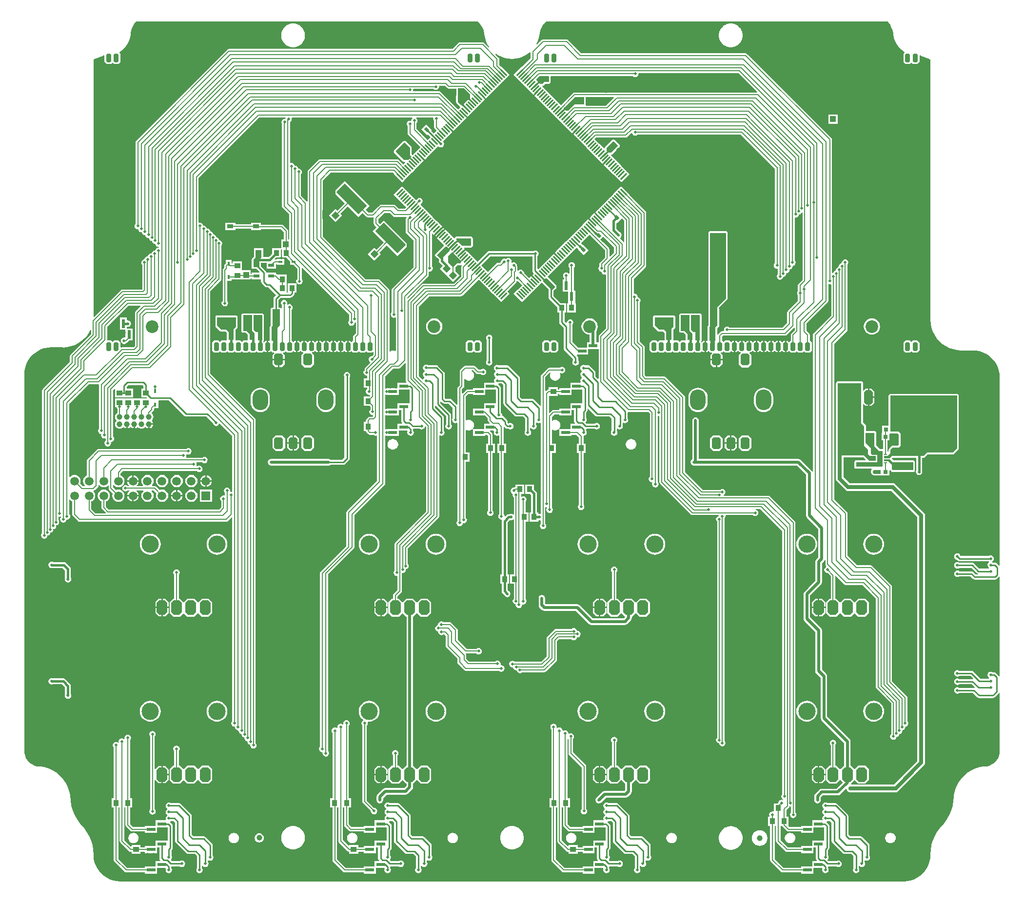
<source format=gbl>
%FSTAX23Y23*%
%MOIN*%
%SFA1B1*%

%IPPOS*%
%AMD61*
4,1,8,0.029500,-0.034400,0.029500,0.034400,0.014800,0.049200,-0.014800,0.049200,-0.029500,0.034400,-0.029500,-0.034400,-0.014800,-0.049200,0.014800,-0.049200,0.029500,-0.034400,0.0*
%
%AMD62*
4,1,8,0.015700,0.041300,-0.015700,0.041300,-0.031500,0.025600,-0.031500,-0.025600,-0.015700,-0.041300,0.015700,-0.041300,0.031500,-0.025600,0.031500,0.025600,0.015700,0.041300,0.0*
%
%AMD65*
4,1,8,-0.008900,-0.029500,0.008900,-0.029500,0.017700,-0.020700,0.017700,0.020700,0.008900,0.029500,-0.008900,0.029500,-0.017700,0.020700,-0.017700,-0.020700,-0.008900,-0.029500,0.0*
%
%AMD66*
4,1,8,0.017700,0.049200,-0.017700,0.049200,-0.035400,0.031500,-0.035400,-0.031500,-0.017700,-0.049200,0.017700,-0.049200,0.035400,-0.031500,0.035400,0.031500,0.017700,0.049200,0.0*
%
%AMD69*
4,1,4,-0.027700,0.000000,0.000000,-0.027700,0.027700,0.000000,0.000000,0.027700,-0.027700,0.000000,0.0*
%
%AMD70*
4,1,4,-0.016000,0.024300,-0.024300,0.016000,0.016000,-0.024300,0.024300,-0.016000,-0.016000,0.024300,0.0*
%
%AMD71*
4,1,4,0.024300,0.016000,0.016000,0.024300,-0.024300,-0.016000,-0.016000,-0.024300,0.024300,0.016000,0.0*
%
%AMD73*
4,1,4,0.105900,-0.047200,-0.047200,0.105900,-0.105900,0.047200,0.047200,-0.105900,0.105900,-0.047200,0.0*
%
%AMD81*
4,1,4,0.019400,0.002800,0.002800,0.019400,-0.019400,-0.002800,-0.002800,-0.019400,0.019400,0.002800,0.0*
%
%AMD82*
4,1,4,-0.002800,0.019400,-0.019400,0.002800,0.002800,-0.019400,0.019400,-0.002800,-0.002800,0.019400,0.0*
%
%ADD16R,0.051181X0.059055*%
%ADD17R,0.039370X0.039370*%
%ADD19R,0.035433X0.039370*%
%ADD24R,0.039370X0.035433*%
%ADD51C,0.039370*%
%ADD52C,0.006000*%
%ADD53C,0.020000*%
%ADD54C,0.010000*%
%ADD55C,0.015000*%
%ADD56C,0.027559*%
%ADD58R,0.059055X0.059055*%
%ADD59C,0.059055*%
%ADD60C,0.019685*%
G04~CAMADD=61~4~0.0~0.0~984.3~590.6~0.0~147.6~0~0.0~0.0~0.0~0.0~0~0.0~0.0~0.0~0.0~0~0.0~0.0~0.0~270.0~590.0~984.0*
%ADD61D61*%
G04~CAMADD=62~4~0.0~0.0~629.9~826.8~0.0~157.5~0~0.0~0.0~0.0~0.0~0~0.0~0.0~0.0~0.0~0~0.0~0.0~0.0~0.0~629.9~826.8*
%ADD62D62*%
%ADD63O,0.106299X0.141732*%
%ADD64C,0.086614*%
G04~CAMADD=65~4~0.0~0.0~354.3~590.6~0.0~88.6~0~0.0~0.0~0.0~0.0~0~0.0~0.0~0.0~0.0~0~0.0~0.0~0.0~180.0~354.0~590.0*
%ADD65D65*%
G04~CAMADD=66~4~0.0~0.0~708.7~984.3~0.0~177.2~0~0.0~0.0~0.0~0.0~0~0.0~0.0~0.0~0.0~0~0.0~0.0~0.0~0.0~708.7~984.3*
%ADD66D66*%
%ADD67C,0.118110*%
%ADD68R,0.017716X0.027559*%
G04~CAMADD=69~10~0.0~393.7~0.0~0.0~0.0~0.0~0~0.0~0.0~0.0~0.0~0~0.0~0.0~0.0~0.0~0~0.0~0.0~0.0~135.0~393.7~0.0*
%ADD69D69*%
G04~CAMADD=70~9~0.0~0.0~118.1~570.9~0.0~0.0~0~0.0~0.0~0.0~0.0~0~0.0~0.0~0.0~0.0~0~0.0~0.0~0.0~45.0~486.0~485.0*
%ADD70D70*%
G04~CAMADD=71~9~0.0~0.0~118.1~570.9~0.0~0.0~0~0.0~0.0~0.0~0.0~0~0.0~0.0~0.0~0.0~0~0.0~0.0~0.0~315.0~486.0~485.0*
%ADD71D71*%
%ADD72R,0.039370X0.023622*%
G04~CAMADD=73~9~0.0~0.0~2165.0~830.0~0.0~0.0~0~0.0~0.0~0.0~0.0~0~0.0~0.0~0.0~0.0~0~0.0~0.0~0.0~315.0~2118.0~2117.0*
%ADD73D73*%
%ADD74R,0.047244X0.025591*%
%ADD75R,0.059055X0.023622*%
%ADD76R,0.031496X0.027559*%
%ADD77R,0.035433X0.062992*%
%ADD78R,0.019685X0.009843*%
%ADD79R,0.043307X0.027559*%
%ADD80R,0.031496X0.023622*%
G04~CAMADD=81~9~0.0~0.0~236.2~315.0~0.0~0.0~0~0.0~0.0~0.0~0.0~0~0.0~0.0~0.0~0.0~0~0.0~0.0~0.0~315.0~388.0~387.0*
%ADD81D81*%
G04~CAMADD=82~9~0.0~0.0~236.2~315.0~0.0~0.0~0~0.0~0.0~0.0~0.0~0~0.0~0.0~0.0~0.0~0~0.0~0.0~0.0~45.0~388.0~387.0*
%ADD82D82*%
%ADD83R,0.023622X0.059055*%
%ADD84R,0.027559X0.017716*%
%ADD85R,0.039370X0.039370*%
%ADD86R,0.059055X0.051181*%
%ADD87C,0.025000*%
%ADD88C,0.030000*%
%LNduo_x-1*%
%LPD*%
G36*
X02357Y0558D02*
X02372Y05563D01*
X02384Y05543*
X02393Y05522*
X02398Y055*
X02398Y05492*
X02399Y05487*
X02403Y05468*
X02411Y05444*
X02422Y05422*
X02431Y05408*
X02428Y05405*
X02397Y05435*
X02392Y05439*
X02386Y0544*
X02231*
X02225Y05439*
X0222Y05435*
X02179Y05395*
X00652*
X00646Y05394*
X00642Y0539*
X00018Y04767*
X00014Y04762*
X00013Y04756*
Y04201*
X00013Y042*
X00008Y04193*
X00006Y04185*
X00008Y04176*
X00013Y04169*
X0002Y04164*
X00029Y04162*
X00031Y04163*
X00033Y04156*
X00038Y04149*
X00045Y04144*
X00053Y04142*
X00056Y04143*
X00057Y04136*
X00062Y04129*
X0007Y04124*
X00078Y04122*
X00081Y04123*
X00082Y04116*
X00087Y04109*
X00094Y04104*
X00103Y04102*
X00105Y04103*
X00106Y04096*
X00111Y04089*
X00118Y04084*
X00126Y04082*
X00127Y04076*
X00132Y04069*
X00139Y04064*
X00148Y04062*
X00148Y04062*
X00149Y04056*
X00154Y04049*
X00161Y04044*
X0017Y04042*
X00171Y04042*
X00174Y0404*
X00171Y04037*
X0017Y04037*
X00162Y04035*
X00155Y0403*
X0015Y04023*
X00148Y04016*
X00145Y04017*
X00136Y04015*
X00129Y0401*
X00124Y04003*
X00123Y03996*
X00119Y03997*
X0011Y03995*
X00103Y0399*
X00098Y03983*
X00097Y03977*
X00096Y03977*
X00087Y03975*
X0008Y0397*
X00075Y03963*
X00074Y03957*
X00066Y03955*
X00059Y0395*
X00054Y03943*
X00053Y03935*
X00054Y03926*
X00059Y03919*
Y03751*
X00058Y0375*
X-00075*
X-0008Y03749*
X-00085Y03745*
X-00269Y03562*
X-00273Y03564*
X-00274Y03564*
X-00274Y03564*
X-00274*
X-00274Y03564*
Y05318*
X-00274*
X-00273Y0532*
X-00272Y05323*
X-00269Y05324*
X-00269Y05324*
X-00268Y05325*
X-00268Y05325*
X-00267Y05325*
X-00213Y05347*
X-00213Y05347*
X-00202Y05351*
X-00198Y05348*
Y05306*
X-00183Y05291*
X-00153*
X-00143Y05301*
X-00133Y05291*
X-00103*
X-00088Y05306*
Y05359*
X-00097Y05368*
X-00097Y05373*
X-00093Y05376*
X-00092Y05376*
X-00088Y05379*
X-00084Y05382*
X-00068Y05396*
X-00053Y05413*
X-00041Y05432*
X-00031Y05452*
X-00024Y05473*
X-0002Y05492*
X-00019Y05494*
X-00019Y05497*
X-00018Y05502*
X-00015Y0552*
X-00008Y0554*
X00001Y0556*
X00008Y05571*
X00011Y05575*
X00014Y05578*
X00019Y05582*
X00022Y05582*
X00027Y05583*
X00032*
X00032*
X02354*
X02357Y0558*
G37*
G36*
X05147Y05583D02*
D01*
X05152Y05582*
X05154Y05582*
X05159Y05578*
X05162Y05575*
X05165Y05571*
X05173Y0556*
X05182Y0554*
X05189Y0552*
X05193Y05502*
X05194Y05497*
X05194Y05494*
X05194Y05492*
X05198Y05473*
X05205Y05452*
X05215Y05432*
X05227Y05413*
X05242Y05396*
X05259Y05382*
X05262Y05379*
X05266Y05376*
X05267Y05376*
X05271Y05373*
X05272Y05368*
X05263Y05359*
Y05306*
X05278Y05291*
X05307*
X05318Y05301*
X05328Y05291*
X05358*
X05373Y05306*
Y05348*
X05377Y05351*
X05387Y05347*
X05387Y05347*
X05439Y05326*
X05442Y05325*
X05442Y05325*
X05442Y05325*
X05444Y05324*
X05444Y05324*
X05447Y05321*
X05448Y0532*
X05448Y05318*
X05448*
Y03544*
X05448*
X0545Y03516*
X05455Y03489*
X05464Y03463*
X05476Y03439*
X05491Y03416*
X05509Y03396*
X0553Y03377*
X05553Y03362*
X05577Y0335*
X05603Y03341*
X0563Y03336*
X05658Y03334*
Y03334*
X05736*
X05737Y03334*
X0576Y03333*
X05784Y03328*
X05807Y0332*
X05829Y0331*
X05849Y03296*
X05867Y0328*
X05883Y03262*
X05896Y03242*
X05907Y03221*
X05915Y03198*
X05919Y03174*
X05921Y0315*
X05921Y0315*
Y01865*
X0592Y01864*
X05916Y01863*
X059Y01879*
X05894Y01883*
X05887Y01884*
X05873*
X05871Y01886*
Y01892*
X05875Y01895*
X0588Y01902*
X05882Y0191*
X0588Y01919*
X05875Y01926*
X05868Y01931*
X0586Y01933*
X05851Y01931*
X05846Y01928*
X05653*
X05652Y01933*
X05647Y01941*
X0564Y01945*
X05631Y01947*
X05623Y01945*
X05616Y01941*
X05611Y01933*
X05609Y01925*
X05611Y01916*
X05616Y01909*
X05623Y01904*
X05629Y01903*
X05634Y01898*
X05639Y01894*
X05646Y01893*
X05846*
X05848Y01892*
Y01886*
X05844Y01883*
X05839Y01876*
X05837Y01867*
X05839Y01859*
X05844Y01851*
X05846Y0185*
X05847Y01844*
X05844Y01841*
X05782*
X05746Y01877*
X05741Y01881*
X05734Y01882*
X05645*
X0564Y01885*
X05631Y01887*
X05623Y01885*
X05616Y01881*
X05611Y01873*
X05609Y01865*
X05611Y01856*
X05616Y01849*
X05623Y01844*
X05631Y01843*
X0564Y01844*
X05645Y01847*
X05727*
X05763Y01811*
X05769Y01808*
X05773Y01807*
X05773Y01802*
X05757*
X05739Y01819*
X05734Y01823*
X05727Y01824*
X05645*
X0564Y01828*
X05631Y01829*
X05623Y01828*
X05616Y01823*
X05611Y01816*
X05609Y01807*
X05611Y01799*
X05616Y01791*
X05623Y01786*
X05631Y01785*
X0564Y01786*
X05645Y0179*
X0572*
X05737Y01772*
X05743Y01768*
X0575Y01767*
X0589*
X05896Y01768*
X05902Y01772*
X05916Y01786*
X0592Y01785*
X05921Y01784*
Y01106*
X05916Y01106*
X05916Y01107*
X05912Y01112*
X05897Y01127*
X05891Y01131*
X05885Y01132*
X05873*
X05868Y01136*
X05859Y01137*
X05851Y01136*
X05844Y01131*
X05839Y01124*
X05837Y01115*
X05839Y01107*
X05844Y01099*
X05846Y01098*
X05847Y01092*
X05844Y01089*
X05789*
X0574Y01139*
X05734Y01143*
X05727Y01144*
X05645*
X0564Y01147*
X05631Y01149*
X05623Y01147*
X05616Y01143*
X05611Y01135*
X05609Y01127*
X05611Y01118*
X05616Y01111*
X05623Y01106*
X05631Y01104*
X0564Y01106*
X05645Y01109*
X0572*
X05739Y01091*
X05736Y01086*
X05735Y01087*
X05645*
X0564Y0109*
X05631Y01091*
X05623Y0109*
X05616Y01085*
X05611Y01078*
X05609Y01069*
X05611Y01061*
X05616Y01053*
X05623Y01049*
X05631Y01047*
X0564Y01049*
X05645Y01052*
X05728*
X05749Y01031*
X05746Y01026*
X05745Y01027*
X05645*
X0564Y0103*
X05631Y01031*
X05623Y0103*
X05616Y01025*
X05611Y01018*
X05609Y01009*
X05611Y01001*
X05616Y00993*
X05623Y00989*
X05631Y00987*
X0564Y00989*
X05645Y00992*
X05738*
X05767Y00962*
X05773Y00958*
X0578Y00957*
X05875*
X05881Y00958*
X05887Y00962*
X05912Y00987*
X05916Y00993*
X05916Y00994*
X05921Y00993*
Y006*
Y006*
Y00595*
X0592Y0059*
X05919Y00578*
X05916Y00562*
X05909Y00547*
X05901Y00533*
X0589Y0052*
X05877Y00509*
X05863Y00501*
X05848Y00494*
X05832Y0049*
X05821Y0049*
X05821Y00489*
X0582Y00489*
X05805Y00488*
X05775Y00482*
X05747Y00473*
X0572Y00459*
X05695Y00443*
X05673Y00423*
X05653Y004*
X05636Y00375*
X05623Y00348*
X05613Y0032*
X05607Y00291*
X05606Y00274*
X05606Y00273*
X05606Y00273*
X05605Y00255*
X05599Y00222*
X0559Y00189*
X05577Y00158*
X0556Y00128*
X05541Y001*
X05525Y00083*
X05526Y00083*
X05525Y00082*
X05511Y00066*
X05492Y0004*
X05477Y00012*
X05464Y-00017*
X05455Y-00048*
X0545Y-0008*
X05448Y-00112*
X05448Y-00117*
X05447Y-00136*
X05442Y-0016*
X05434Y-00183*
X05424Y-00205*
X0541Y-00225*
X05394Y-00243*
X05376Y-00259*
X05356Y-00272*
X05335Y-00283*
X05312Y-0029*
X05288Y-00295*
X05269Y-00296*
X05264Y-00297*
X05259*
X-00084*
X-00084*
X-00089*
X-00094Y-00296*
X-00113Y-00295*
X-00137Y-0029*
X-0016Y-00283*
X-00182Y-00272*
X-00202Y-00259*
X-0022Y-00243*
X-00236Y-00225*
X-00249Y-00205*
X-0026Y-00183*
X-00268Y-0016*
X-00272Y-00136*
X-00274Y-00117*
X-00274Y-00112*
X-00275Y-0008*
X-00281Y-00048*
X-0029Y-00017*
X-00302Y00012*
X-00318Y0004*
X-00336Y00066*
X-00351Y00082*
X-00351Y00083*
X-00351Y00083*
X-00366Y001*
X-00386Y00128*
X-00402Y00158*
X-00415Y00189*
X-00425Y00222*
X-0043Y00255*
X-00431Y00273*
X-00432Y00273*
X-00432Y00274*
X-00433Y00291*
X-00439Y0032*
X-00448Y00348*
X-00462Y00375*
X-00478Y004*
X-00498Y00423*
X-00521Y00443*
X-00546Y00459*
X-00573Y00473*
X-00601Y00482*
X-0063Y00488*
X-00646Y00489*
X-00647Y00489*
X-00647Y0049*
X-00657Y0049*
X-00673Y00494*
X-00689Y00501*
X-00703Y00509*
X-00715Y0052*
X-00726Y00533*
X-00735Y00547*
X-00741Y00562*
X-00745Y00578*
X-00746Y00595*
X-00746Y00595*
Y0317*
X-00746Y03171*
X-00745Y03194*
X-0074Y03218*
X-00732Y03241*
X-00722Y03262*
X-00708Y03282*
X-00692Y03301*
X-00674Y03317*
X-00654Y0333*
X-00632Y03341*
X-0061Y03348*
X-00586Y03353*
X-00562Y03355*
X-00562Y03355*
X-00483*
Y03354*
X-00456Y03356*
X-00429Y03361*
X-00403Y0337*
X-00378Y03382*
X-00356Y03398*
X-00335Y03416*
X-00317Y03436*
X-00302Y03459*
X-00295Y03473*
X-0029Y03472*
Y03446*
X-0043Y03305*
X-00434Y033*
X-00435Y03295*
Y03256*
X-0062Y0307*
X-00624Y03065*
X-00625Y0306*
Y02086*
X-00626Y02085*
X-00631Y02078*
X-00632Y0207*
X-00631Y02061*
X-00626Y02054*
X-00618Y02049*
X-0061Y02047*
X-00601Y02049*
X-00594Y02054*
X-00589Y02061*
X-00588Y02068*
X-00581Y02069*
X-00574Y02074*
X-00569Y02081*
X-00568Y02088*
X-00561Y02089*
X-00554Y02094*
X-00549Y02101*
X-00548Y0211*
X-00548Y02113*
X-00541Y02114*
X-00534Y02119*
X-00529Y02126*
X-00528Y02135*
X-00528Y02138*
X-00521Y02139*
X-00514Y02144*
X-00509Y02151*
X-00508Y0216*
X-00509Y02168*
X-00514Y02175*
Y02194*
X-00509Y02198*
X-00505Y02197*
X-005Y02198*
X-00499Y02198*
X-00497Y02193*
X-005Y02188*
X-00502Y0218*
X-005Y02171*
X-00495Y02164*
X-00488Y02159*
X-0048Y02157*
X-00471Y02159*
X-00464Y02164*
X-00459Y02171*
X-00458Y02178*
X-00455Y02177*
X-00446Y02179*
X-00439Y02184*
X-00434Y02191*
X-00432Y022*
X-00434Y02208*
X-00439Y02215*
X-00439Y02216*
Y02311*
X-00434Y02312*
X-00433Y02311*
X-00425Y02304*
X-00419Y02302*
Y02212*
X-00418Y02206*
X-00414Y02201*
X-0038Y02167*
X-00375Y02164*
X-0037Y02163*
X00633*
X00639Y02164*
X00644Y02167*
X0067Y02193*
X00674Y02191*
Y00801*
X00674Y008*
X00669Y00793*
X00667Y00785*
X00669Y00776*
X00674Y00769*
X00681Y00764*
X0069Y00762*
X00693Y00758*
X00694Y00751*
X00699Y00744*
X00706Y00739*
X00715Y00737*
X00718Y00733*
X00719Y00726*
X00724Y00719*
X00731Y00714*
X00738Y00713*
X00737Y0071*
X00739Y00701*
X00744Y00694*
X00751Y00689*
X00758Y00688*
X00757Y00685*
X00759Y00676*
X00764Y00669*
X00771Y00664*
X00778Y00663*
X00777Y0066*
X00779Y00651*
X00784Y00644*
X00791Y00639*
X00798Y00638*
X00797Y00635*
X00799Y00626*
X00804Y00619*
X00811Y00614*
X0082Y00612*
X00828Y00614*
X00835Y00619*
X0084Y00626*
X00842Y00635*
X0084Y00643*
X00835Y0065*
X00835Y00651*
Y0286*
X00834Y02865*
X0083Y0287*
X00525Y03176*
Y03739*
X00595Y0381*
X00599Y03815*
X006Y03821*
Y04048*
X006Y04049*
X00605Y04056*
X00607Y04065*
X00605Y04073*
X006Y0408*
X00593Y04085*
X00586Y04086*
X00585Y04093*
X0058Y041*
X00573Y04105*
X00566Y04106*
X00565Y04113*
X0056Y0412*
X00553Y04125*
X00546Y04126*
X00545Y04133*
X0054Y0414*
X00533Y04145*
X00526Y04146*
X00525Y04153*
X0052Y0416*
X00513Y04165*
X00505Y04167*
X00501Y04166*
X005Y04173*
X00495Y0418*
X00488Y04185*
X0048Y04187*
X00476Y04186*
X00475Y04193*
X0047Y042*
X00463Y04205*
X00455Y04207*
X0045Y04206*
X00445Y0421*
Y04512*
X0086Y04927*
X01036*
X01039Y04922*
X01038Y04916*
X01033Y04917*
X01025Y04915*
X01018Y0491*
X01013Y04903*
X01011Y04895*
X01013Y04886*
X01014Y04884*
Y0432*
X01015Y04314*
X01019Y04309*
X01064Y04263*
Y04091*
X01058*
Y0415*
X01057Y04155*
X01054Y0416*
X01025Y04189*
X01021Y04192*
X01015Y04193*
X00871*
Y04206*
X00804*
Y04196*
X00696*
Y04206*
X00628*
Y04155*
X00696*
Y04165*
X00804*
Y04155*
X00871*
Y04163*
X01008*
X01028Y04143*
Y04091*
X01009*
Y04034*
X01006Y04031*
X01006*
X00946*
Y03997*
X00923Y03974*
X00887*
Y04019*
X00887Y04022*
Y04031*
X00878*
X00875Y04032*
X00835*
X00832Y04031*
X00823*
Y04022*
X00823Y04019*
Y03974*
X00811Y03963*
X00809Y03959*
X00808Y03954*
Y0394*
X00807*
Y03893*
X00816*
X0082Y03892*
X00839*
X00861Y0387*
X00859Y03866*
X00807*
Y03857*
X00802*
Y03881*
X00745*
X00742Y03885*
Y03885*
Y03944*
X00678*
Y0393*
X00671*
Y03952*
X00629*
Y03927*
X00624Y03921*
X0062Y03916*
X00619Y03911*
Y03898*
X00614Y03893*
X0061Y03888*
X00609Y03882*
Y03673*
X00609Y03673*
X00604Y03666*
X00602Y03657*
X00604Y03649*
X00609Y03642*
X00616Y03637*
X00625Y03635*
X00633Y03637*
X0064Y03642*
X00645Y03649*
X00647Y03657*
X00645Y03666*
X0064Y03673*
X0064Y03673*
Y0381*
X00671*
Y0382*
X00678*
Y03818*
X00738*
X00802*
Y03827*
X00807*
Y03818*
X0087*
X00872Y03814*
Y03804*
X00873Y03798*
X00877Y03792*
X00899Y0377*
X00905Y03767*
X00911Y03765*
X00922*
X00975Y03712*
X00962Y03699*
X00958Y03693*
X00957Y03687*
Y03627*
X0095*
X00945Y03626*
X00941Y03623*
X00938Y03619*
X00937Y03615*
Y03505*
X00936Y03503*
X00933Y03499*
X00932Y03495*
Y03404*
X0093Y034*
X00921*
Y0336*
Y03321*
X0093*
X00939Y0333*
X00951Y03319*
X00962*
X00964Y03314*
X00951Y03301*
Y03276*
X01034*
Y03301*
X01021Y03314*
X01023Y03319*
X01031*
X01041Y03329*
X01051Y03319*
X01081*
X01092Y0333*
X01102Y03321*
X01111*
Y0336*
Y034*
X01102*
X01092Y0339*
X01081Y03401*
Y03612*
X01081Y03613*
X01086Y0362*
X01088Y03628*
X01086Y03637*
X01081Y03644*
X01074Y03649*
X01066Y03651*
X01057Y03649*
X01054Y03647*
X0105Y0365*
X01052Y03657*
X0105Y03666*
X01045Y03673*
X01038Y03678*
X0103Y0368*
X01021Y03678*
X01014Y03673*
X01009Y03666*
X01007Y03657*
X01009Y03649*
X01014Y03642*
X01014Y03641*
Y03623*
X01009Y03622*
X01008Y03623*
X01004Y03626*
X01Y03627*
X00992*
Y0368*
X01007Y03694*
X01071*
X01077Y03696*
X01083Y037*
X01096Y03712*
X01099Y03718*
X01101Y03724*
Y03728*
X01113*
Y03787*
X01118Y03791*
X01119Y03791*
X01126Y03786*
X01135Y03785*
X01143Y03786*
X0115Y03791*
X01155Y03798*
X01157Y03807*
X01155Y03816*
X0115Y03823*
X0115Y03823*
Y03897*
X01155Y03899*
X01474Y03579*
Y03541*
X01474Y0354*
X01469Y03533*
X01467Y03525*
X01469Y03516*
X01474Y03509*
X01481Y03504*
X0149Y03502*
X01498Y03504*
X01505Y03509*
X0151Y03516*
X01512Y03524*
X01514Y03525*
X01515Y03526*
X01519Y03523*
Y0345*
X01505Y03436*
X01502Y03431*
X015Y03425*
Y03401*
X01489Y0339*
X0148Y034*
X01471*
Y0336*
Y03321*
X0148*
X01489Y0333*
X01501Y03319*
X01531*
X01541Y03329*
X01551Y03319*
X01581*
X01591Y03329*
X01601Y03319*
X01631*
X01635Y03323*
X01639Y03321*
Y03304*
X0163Y03295*
X0163Y03295*
X01621Y03293*
X01614Y03288*
X01609Y03281*
X01607Y03273*
X01609Y03264*
X01614Y03257*
X01617Y03254*
X01618Y03249*
X01584Y03215*
X0158Y0321*
X01579Y03205*
Y03199*
X01579Y03199*
X01574Y03192*
X01572Y03183*
X01574Y03175*
X01579Y03168*
X01586Y03163*
X01595Y03161*
X01598Y03158*
Y03141*
X01573*
Y03078*
X01598*
Y0307*
X01595Y03068*
X0159Y03061*
X01588Y03052*
X0159Y03044*
X01595Y03036*
X01602Y03031*
X0161Y0303*
X01612Y0303*
X01617Y03027*
X01617Y03022*
X01613Y03019*
X01573*
Y02955*
X01612*
X01619Y02948*
Y02931*
X01619Y0293*
X01614Y02923*
X01612Y02915*
X01614Y02906*
X01619Y02899*
X01626Y02894*
X01635Y02892*
X01638Y02889*
X01638Y02885*
X01633Y0288*
X01615*
X01609Y02879*
X01604Y02875*
X01592Y02864*
X01589Y02859*
X01588Y02853*
Y02845*
X01573*
Y02782*
X01588*
X01589Y02779*
X01592Y02774*
X01605Y02762*
X01609Y02758*
X01615Y02757*
X01638*
X01639Y02757*
X01646Y02752*
X01655Y0275*
X01659Y02751*
X01664Y02747*
Y02441*
X01459Y02235*
X01455Y0223*
X01454Y02225*
Y01996*
X01279Y0182*
X01275Y01815*
X01274Y0181*
Y00626*
X01274Y00625*
X01269Y00618*
X01267Y0061*
X01269Y00601*
X01274Y00594*
X01281Y00589*
X01289Y00587*
X0129Y00587*
X01293Y00583*
X01292Y0058*
X01294Y00571*
X01299Y00564*
X01306Y00559*
X01315Y00557*
X01323Y00559*
X0133Y00564*
X01335Y00571*
X01337Y0058*
X01335Y00588*
X0133Y00595*
X0133Y00596*
Y01803*
X01505Y01979*
X01509Y01984*
X0151Y0199*
Y02208*
X01715Y02413*
X01719Y02418*
X0172Y02424*
Y02747*
X01725Y02751*
X01729Y0275*
X01731Y02749*
Y02748*
X01814*
Y02786*
X01872*
X01874Y02782*
X01874Y02781*
X01872Y02773*
X01874Y02764*
X01879Y02757*
X01886Y02752*
X01895Y0275*
X01903Y02752*
X0191Y02757*
X01915Y02764*
X01917Y02773*
X01915Y02781*
X01912Y02786*
Y02794*
X01912Y02795*
X01915Y02798*
X01956*
X01961Y02795*
X0197Y02794*
X01978Y02795*
X01985Y028*
X0199Y02807*
X01991Y02812*
X01996Y02813*
X01999Y02811*
Y02231*
X0179Y02021*
X01786Y02016*
X01785Y0201*
Y01831*
X01785Y0183*
X0178Y01823*
X01778Y01815*
X0178Y01806*
X01785Y01799*
X01792Y01794*
X018Y01792*
X01801Y01792*
X01805Y01789*
Y01696*
X01779Y0167*
X01775Y01665*
X01774Y0166*
Y01637*
X01766*
X01742Y01613*
Y01538*
X01766Y01514*
X01813*
X01836Y01537*
X01839Y01538*
X01842Y01537*
X01864Y01514*
X01866*
Y00495*
X01864*
X01842Y00472*
X01839Y00472*
X01836Y00472*
X01813Y00495*
X01805*
Y00563*
X01805Y00564*
X0181Y00571*
X01812Y0058*
X0181Y00588*
X01805Y00595*
X01798Y006*
X0179Y00602*
X01781Y006*
X01774Y00595*
X01769Y00588*
X01767Y0058*
X01769Y00571*
X01774Y00564*
X01774Y00563*
Y00495*
X01766*
X01742Y00471*
Y00396*
X01766Y00373*
X01813*
X01836Y00395*
X01839Y00396*
X01842Y00395*
X01864Y00373*
X01866*
Y00357*
X0185Y00342*
X01721*
X01713Y0034*
X01706Y00335*
X01668Y00298*
X01663Y0029*
X01661Y00282*
Y0026*
X01663Y00251*
X01668Y00244*
X01675Y00239*
X01684Y00237*
X01692Y00239*
X017Y00244*
X01704Y00251*
X01706Y0026*
Y00272*
X01731Y00297*
X0186*
X01868Y00299*
X01875Y00304*
X01904Y00332*
X01909Y00339*
X0191Y00348*
Y00373*
X01912*
X01934Y00395*
X01937Y00396*
X0194Y00395*
X01963Y00373*
X0201*
X02034Y00396*
Y00471*
X0201Y00495*
X01963*
X0194Y00472*
X01937Y00472*
X01934Y00472*
X01912Y00495*
X0191*
Y01514*
X01912*
X01934Y01537*
X01937Y01538*
X0194Y01537*
X01963Y01514*
X0201*
X02034Y01538*
Y01613*
X0201Y01637*
X01963*
X0194Y01614*
X01937Y01614*
X01934Y01614*
X01912Y01637*
X01864*
X01842Y01614*
X01839Y01614*
X01836Y01614*
X01813Y01637*
X01805*
Y01653*
X01831Y01679*
X01834Y01684*
X01835Y0169*
Y01809*
X01839Y01812*
X0184Y01812*
X01848Y01814*
X01855Y01819*
X0186Y01826*
X01862Y01835*
X01861Y01838*
X01868Y01839*
X01875Y01844*
X0188Y01851*
X01882Y0186*
X0188Y01868*
X01875Y01875*
X01875Y01876*
Y0198*
X02084Y02189*
X02088Y02194*
X02089Y022*
Y02751*
X02093Y02754*
X02096Y02752*
X02105Y0275*
X02113Y02752*
X0212Y02757*
X02125Y02764*
X02127Y02773*
X02125Y02781*
X02122Y02786*
Y02875*
X02121Y02881*
X02117Y02887*
X02062Y02942*
Y02954*
X02067Y02955*
X02067Y02955*
X0209Y02932*
X02137Y02885*
Y02829*
X02134Y02824*
X02132Y02816*
X02134Y02807*
X02139Y028*
X02146Y02795*
X02155Y02794*
X02163Y02795*
X0217Y028*
X02175Y02807*
X02177Y02816*
X02175Y02824*
X02172Y02829*
Y02892*
X02171Y02899*
X02167Y02904*
X02114Y02957*
X02097Y02974*
Y02983*
X02102Y02985*
X02112Y02975*
X02118Y02971*
X02125Y0297*
X02155*
X02182Y02942*
Y02873*
X02179Y02868*
X02177Y02859*
X02179Y02851*
X02184Y02843*
X02191Y02839*
X022Y02837*
X02208Y02839*
X0221Y0284*
X02214Y02837*
Y02171*
X02214Y0217*
X02209Y02163*
X02207Y02155*
X02209Y02146*
X02214Y02139*
X02221Y02134*
X0223Y02132*
X02238Y02134*
X02245Y02139*
X0225Y02146*
X02252Y02153*
X02256Y02152*
X02265Y02154*
X02272Y02159*
X02277Y02166*
X02279Y02175*
X02277Y02183*
X02272Y0219*
X02272Y02191*
Y02573*
X02297*
Y02636*
X02272*
Y02787*
X02277Y0279*
X02282Y02788*
X02287Y02787*
X02296*
X02301Y02788*
X0231Y02791*
X02314Y02794*
X02317Y02797*
X02321Y02795*
Y02748*
X02404*
Y02757*
X02417*
X02424Y02749*
Y02696*
X02412*
Y02633*
X02424*
Y02241*
X02423Y0224*
X02418Y02233*
X02417Y02225*
X02418Y02216*
X02423Y02209*
X02431Y02204*
X02439Y02202*
X02448Y02204*
X02455Y02209*
X0246Y02216*
X02461Y02225*
X0246Y02233*
X02455Y0224*
Y02633*
X02471*
Y02696*
X02455*
Y02756*
X02454Y02762*
X0245Y02767*
X02436Y02781*
X02438Y02786*
X02462*
X02464Y02782*
X02464Y02781*
X02463Y02773*
X02464Y02764*
X02469Y02757*
X02477Y02752*
X02485Y0275*
X02494Y02752*
X02496Y02753*
X025Y02751*
Y02696*
X02486*
Y02633*
X025*
Y02216*
X02499Y02215*
X02494Y02208*
X02493Y022*
X02494Y02191*
X02499Y02184*
X02506Y02179*
X02514Y02177*
X02516Y02176*
X02516Y02175*
X02517Y02173*
X02516Y02166*
Y01801*
X02506*
Y01738*
X02516*
Y01688*
X02518Y0168*
X02522Y01674*
X02534Y01662*
X02534Y01661*
X02539Y01654*
X02546Y01649*
X02555Y01647*
X02563Y01649*
X0257Y01654*
X02575Y01661*
X02577Y0167*
X02575Y01678*
X0257Y01685*
X02563Y0169*
X02562Y0169*
X02556Y01696*
Y01738*
X02566*
Y01801*
X02556*
Y02158*
X02572Y02174*
X0258Y02172*
X02588Y02174*
X02594Y02178*
X02599Y02176*
Y01801*
X02573*
Y01738*
X02599*
Y01636*
X02599Y01635*
X02594Y01628*
X02592Y0162*
X02594Y01611*
X02599Y01604*
X02606Y01599*
X02613Y01598*
X02612Y01595*
X02614Y01586*
X02619Y01579*
X02626Y01574*
X02635Y01572*
X02643Y01574*
X0265Y01579*
X02655Y01586*
X02657Y01594*
X02657Y01595*
X02661Y01598*
X02665Y01597*
X02673Y01599*
X0268Y01604*
X02685Y01611*
X02687Y0162*
X02685Y01628*
X0268Y01635*
X0268Y01636*
Y02163*
X02701*
Y02226*
X0268*
Y02298*
X0268Y02299*
X02685Y02306*
X02687Y02315*
X02685Y02323*
X0268Y0233*
X02673Y02335*
X02665Y02337*
X02656Y02335*
X02654Y02334*
X0265Y02336*
Y02353*
X02671*
Y02416*
X02611*
Y024*
X0261*
X02604Y02399*
X02601Y02397*
X026Y02397*
X02591Y02395*
X02584Y0239*
X02579Y02383*
X02577Y02375*
X02579Y02366*
X02584Y02359*
X02591Y02354*
X02593Y02349*
X02592Y02345*
X02594Y02336*
X02599Y02329*
X02599Y02328*
Y02213*
X02594Y02211*
X02588Y02215*
X0258Y02217*
X02571Y02215*
X0257Y02214*
X02565*
X02557Y02213*
X0255Y02209*
X02542Y022*
X02537Y02202*
X02535Y02208*
X02531Y02215*
Y02633*
X02546*
Y02696*
X02531*
Y02808*
X02536Y0281*
X02542Y02804*
X02548Y028*
X02555Y02798*
X02562*
X02567Y02795*
X02575Y02794*
X02584Y02795*
X02591Y028*
X02596Y02807*
X02597Y02816*
X02596Y02824*
X02591Y02832*
X02584Y02836*
X02575Y02838*
X02567Y02836*
X02562Y02833*
X02557Y02838*
Y02847*
X02556Y02853*
X02552Y02859*
X02529Y02882*
X02523Y02886*
X0252Y02886*
X02521Y02891*
X02519Y02899*
X02514Y02906*
X02512Y02908*
Y03075*
X02511Y03082*
X02507Y03087*
X02493Y03101*
X02494Y03106*
X02495Y03106*
X02499Y0311*
X02516*
X02528Y03097*
Y02971*
X02529Y02965*
X02533Y02959*
X02605Y02887*
X0261Y02883*
X02617Y02882*
X02663*
X02678Y02867*
Y02786*
X02674Y02781*
X02673Y02773*
X02674Y02764*
X02679Y02757*
X02687Y02752*
X02695Y0275*
X02704Y02752*
X02711Y02757*
X02716Y02764*
X02717Y02773*
X02716Y02781*
X02712Y02786*
Y02801*
X02717Y02802*
X02719Y028*
X02726Y02795*
X02735Y02794*
X02743Y02795*
X0275Y028*
X02755Y02807*
X02757Y02816*
X02755Y02824*
X02752Y02828*
Y02837*
X02757Y0284*
X0276Y02838*
X02769Y02836*
X02777Y02838*
X0278Y0284*
X02784Y02837*
Y0222*
X02779Y02216*
X02775Y02217*
X02772Y02216*
X02768Y02219*
Y02226*
X02758*
Y02355*
X02756Y02362*
X02752Y02369*
X02738Y02383*
Y02416*
X02678*
Y02353*
X02712*
X02718Y02346*
Y02226*
X02708*
Y02163*
X02768*
Y0217*
X02772Y02173*
X02775Y02172*
X02779Y02173*
X02784Y02169*
Y02151*
X02784Y0215*
X02779Y02143*
X02777Y02135*
X02779Y02126*
X02784Y02119*
X02791Y02114*
X028Y02112*
X02808Y02114*
X02815Y02119*
X0282Y02126*
X02822Y02135*
X0282Y02143*
X02815Y0215*
X02815Y02151*
Y02259*
X0282Y02263*
X02825Y02262*
X02827Y02258*
X02824Y02253*
X02822Y02245*
X02824Y02236*
X02829Y02229*
X02836Y02224*
X02845Y02222*
X02853Y02224*
X0286Y02229*
X02865Y02236*
X02867Y02245*
X02865Y02253*
X0286Y0226*
X0286Y02261*
Y02633*
X02887*
Y02696*
X0286*
Y02788*
X02862Y0279*
X02865Y02791*
X02873Y02788*
X02877Y02787*
X02887*
X02891Y02788*
X029Y02791*
X02904Y02794*
X02904*
X02907Y02797*
X02912Y02795*
Y02748*
X02995*
Y02757*
X03026*
X03045Y02738*
Y02696*
X03032*
Y02633*
X03045*
Y02281*
X03044Y0228*
X03039Y02273*
X03038Y02265*
X03039Y02256*
X03044Y02249*
X03051Y02244*
X0306Y02242*
X03068Y02244*
X03076Y02249*
X0308Y02256*
X03082Y02265*
X0308Y02273*
X03076Y0228*
Y02633*
X03091*
Y02696*
X03076*
Y02745*
X03075Y02745*
X03075Y02746*
X03079Y02751*
X03084Y02752*
X03091Y02757*
X03096Y02764*
X03098Y02773*
X03096Y02781*
X03093Y02786*
Y02794*
X03093Y02795*
X03096Y02798*
X03152*
X03157Y02795*
X03166Y02794*
X03174Y02795*
X03181Y028*
X03186Y02807*
X03188Y02816*
X03186Y02824*
X03181Y02832*
X03174Y02836*
X03166Y02838*
X03157Y02836*
X03152Y02833*
X03097*
X03091Y02839*
X03092Y02843*
X03097Y02851*
X03098Y02859*
X03097Y02868*
X03093Y02873*
Y02907*
X03098Y02912*
X03102Y02918*
X03103Y02924*
Y02935*
X03108Y02937*
X03157Y02887*
X03163Y02883*
X0317Y02882*
X03253*
X03268Y02867*
Y02786*
X03264Y0278*
X03263Y02772*
X03264Y02763*
X03269Y02756*
X03277Y02751*
X03285Y0275*
X03294Y02751*
X03301Y02756*
X03306Y02763*
X03307Y02772*
X03306Y0278*
X03303Y02785*
Y02797*
X03308Y02799*
X03314Y02795*
X03323Y02793*
X03331Y02795*
X03338Y028*
X03343Y02807*
X03345Y02815*
X03343Y02824*
X03343Y02824*
Y02837*
X03348Y0284*
X0335Y02838*
X03359Y02836*
X03367Y02838*
X03375Y02843*
X0338Y0285*
X03381Y02859*
X0338Y02867*
X03378Y02869*
Y0291*
X03383Y02915*
X03385Y02914*
X03518*
X03529Y02903*
Y02471*
X03529Y02471*
X03524Y02463*
X03522Y02455*
X03524Y02446*
X03529Y02439*
X03536Y02434*
X03544Y02433*
X03547Y02428*
X03547Y02428*
X03545Y0242*
X03547Y02411*
X03552Y02404*
X03559Y02399*
X03567Y02397*
X03576Y02399*
X03583Y02404*
X03588Y02411*
X0359Y0242*
X03588Y02428*
X03583Y02435*
X03583Y02436*
Y02885*
X03587Y02888*
X0359Y02887*
X03591Y02887*
X03595Y02884*
Y02434*
X03596Y02428*
X03599Y02423*
X0381Y02212*
X03815Y02209*
X03821Y02208*
X03997*
X04Y02203*
X04Y02201*
X03996Y022*
X03989Y02195*
X03984Y02188*
X03982Y0218*
X03984Y02171*
X03989Y02164*
X03989Y02163*
Y00686*
X03989Y00685*
X03984Y00678*
X03982Y0067*
X03984Y00661*
X03989Y00654*
X03996Y00649*
X04003Y00648*
X04004Y00641*
X04009Y00634*
X04016Y00629*
X04025Y00627*
X04033Y00629*
X0404Y00634*
X04045Y00641*
X04047Y0065*
X04045Y00658*
X0404Y00665*
X0404Y00666*
Y02183*
X0404Y02184*
X04045Y02191*
X04047Y022*
X04046Y02204*
X04049Y02208*
X04233*
X04234Y02208*
X04241Y02203*
X0425Y02201*
X04258Y02203*
X04265Y02208*
X0427Y02215*
X04272Y02223*
X0427Y02232*
X04265Y02239*
X04258Y02244*
X04254Y02245*
X04254Y0225*
X04283*
X04434Y02098*
Y00301*
X04434Y003*
X04429Y00293*
X04427Y00285*
X04429Y00276*
X04434Y00269*
X0444Y00264*
X04438Y0026*
X0443Y00262*
X04421Y0026*
X04414Y00255*
X04409Y00248*
X04407Y0024*
X04404Y00236*
X04378*
Y00184*
X04373Y00181*
X04368Y00182*
X04359Y0018*
X04352Y00175*
X04347Y00168*
X04345Y0016*
X04347Y00151*
X04347Y0015*
X04345Y00146*
X04338*
Y00083*
X04352*
Y-0015*
X04354Y-00156*
X04357Y-00161*
X04426Y-0023*
X04431Y-00233*
X04436Y-00234*
X04565*
Y-00243*
X04648*
Y-00205*
X04706*
X04708Y-00209*
X04709Y-0021*
X04707Y-00219*
X04709Y-00227*
X04713Y-00234*
X04721Y-00239*
X04729Y-00241*
X04738Y-00239*
X04745Y-00234*
X0475Y-00227*
X04751Y-00219*
X0475Y-0021*
X04746Y-00205*
Y-00197*
X04746Y-00197*
X0475Y-00193*
X04806*
X04811Y-00196*
X04819Y-00198*
X04828Y-00196*
X04835Y-00191*
X0484Y-00184*
X04841Y-00175*
X0484Y-00167*
X04835Y-0016*
X04828Y-00155*
X04819Y-00153*
X04811Y-00155*
X04806Y-00158*
X04751*
X04745Y-00152*
X04745Y-00148*
X0475Y-00141*
X04752Y-00132*
X0475Y-00123*
X04747Y-00119*
Y-00084*
X04751Y-00079*
X04755Y-00074*
X04756Y-00067*
Y00083*
X04755Y00089*
X04751Y00095*
X04738Y00109*
X04738Y00114*
X04739Y00114*
X04744Y00117*
X0476*
X04772Y00105*
Y-0002*
X04773Y-00026*
X04777Y-00032*
X04849Y-00104*
X04854Y-00108*
X04861Y-00109*
X04907*
X04922Y-00124*
Y-00205*
X04919Y-0021*
X04917Y-00219*
X04919Y-00227*
X04923Y-00234*
X04931Y-00239*
X04939Y-00241*
X04948Y-00239*
X04955Y-00234*
X0496Y-00227*
X04961Y-00219*
X0496Y-0021*
X04956Y-00205*
Y-00191*
X04961Y-00189*
X04963Y-00191*
X0497Y-00196*
X04978Y-00198*
X04987Y-00196*
X04994Y-00191*
X04999Y-00184*
X05001Y-00175*
X04999Y-00167*
X04996Y-00163*
Y-00153*
X05001Y-00151*
X05004Y-00153*
X05013Y-00154*
X05021Y-00153*
X05028Y-00148*
X05033Y-00141*
X05035Y-00132*
X05033Y-00123*
X05031Y-00121*
Y-00052*
X0503Y-00045*
X05026Y-00039*
X04979Y00007*
X04973Y00011*
X04967Y00012*
X04899*
X04886Y00025*
Y00151*
X04885Y00157*
X04881Y00163*
X04811Y00234*
X04805Y00237*
X04799Y00239*
X04743*
X04738Y00242*
X0473Y00244*
X04721Y00242*
X04714Y00237*
X04709Y0023*
X04707Y00221*
X04709Y00213*
X04714Y00206*
X04718Y00202*
X04719Y00197*
X04714Y00194*
X0471Y00187*
X04708Y00178*
X0471Y0017*
X04714Y00162*
X04719Y00159*
Y00153*
X04714Y0015*
X0471Y00143*
X04708Y00135*
X0471Y00126*
X0471Y00126*
X04708Y00121*
X0464*
Y00084*
X04565*
Y00075*
X04484*
X04476Y00083*
Y00146*
X04463*
Y00191*
X04479Y00208*
X04483Y00213*
X04484Y00218*
X0449Y00217*
X0449Y00217*
X04494Y00214*
Y00176*
X04494Y00175*
X04489Y00168*
X04487Y0016*
X04489Y00151*
X04494Y00144*
X04501Y00139*
X0451Y00137*
X04518Y00139*
X04525Y00144*
X0453Y00151*
X04532Y0016*
X0453Y00168*
X04525Y00175*
X04525Y00176*
Y02155*
X04524Y0216*
X0452Y02165*
X0435Y02335*
X04345Y02339*
X0434Y0234*
X04036*
X04034Y02345*
X0404Y02349*
X04045Y02356*
X04047Y02365*
X04045Y02373*
X0404Y0238*
X04033Y02385*
X04025Y02387*
X04016Y02385*
X04009Y0238*
X04008Y0238*
X03891*
X0377Y02501*
Y03013*
X03769Y03019*
X03765Y03024*
X03639Y0315*
X03634Y03154*
X03628Y03155*
X03505*
X03495Y03165*
Y03355*
X03494Y03361*
X0349Y03366*
X0346Y03396*
Y03658*
X0346Y03659*
X03465Y03666*
X03467Y03675*
X03465Y03683*
X0346Y0369*
X03453Y03695*
X03446Y03696*
X03447Y037*
X03445Y03708*
X0344Y03715*
X03433Y0372*
X03424Y03722*
X03423Y03722*
X03419Y03725*
Y03823*
X035Y03904*
X03504Y03909*
X03505Y03915*
Y04274*
X03504Y0428*
X035Y04285*
X03389Y04397*
X03391Y04399*
X03333Y04456*
X03308Y04431*
X0328Y04403*
X03253Y04376*
X03252Y04375*
X0325Y04372*
X03249Y04371*
X03225Y04347*
X03197Y04319*
X03169Y04291*
X03155Y04277*
X03152Y04275*
X03127Y0425*
X03113Y04236*
X03111Y04233*
X03085Y04208*
X03071Y04194*
X03044Y04166*
X03016Y04138*
X02988Y0411*
X02974Y04096*
X0296Y04083*
X02958Y0408*
X02932Y04055*
X02918Y04041*
X0289Y04013*
X02877Y03999*
X02874Y03997*
X02849Y03971*
X02821Y03943*
X02793Y03916*
X02767Y03889*
X02762Y03891*
Y03978*
X02763Y03979*
X02768Y03986*
X02769Y03995*
X02768Y04003*
X02763Y0401*
X02756Y04015*
X02747Y04017*
X02738Y04015*
X02734Y04012*
X0243*
X02423Y04011*
X02417Y04007*
X02351Y0394*
X02337Y03955*
X02309Y03983*
X02281Y0401*
X02267Y04024*
X02265Y04027*
X02259Y04033*
X02261Y04037*
X02307*
X02311Y04038*
X02315Y04041*
X02318Y04045*
X02319Y0405*
Y041*
X02318Y04104*
X02315Y04108*
X02311Y04111*
X02307Y04112*
X02208*
X02204Y04111*
X022Y04108*
X02197Y04104*
X02197Y04102*
X02191Y041*
X02156Y04136*
X02128Y04164*
X02128*
X02111Y0418*
X02112Y0418*
X02086Y04205*
X02072Y04219*
X02044Y04247*
X02017Y04275*
X01989Y04303*
X01963Y04329*
X01963Y04331*
X01964Y04334*
X01964Y04335*
X0197Y04339*
X01975Y04346*
X01977Y04355*
X01975Y04363*
X0197Y0437*
X01963Y04375*
X01955Y04377*
X01946Y04375*
X01939Y0437*
X01935Y04364*
X01929Y04362*
X0192Y04371*
X01919Y04372*
X01917Y04375*
X01891Y044*
X01863Y04428*
X01836Y04456*
X01778Y04399*
X01792Y04385*
X01818Y04359*
X01845Y04331*
X01848Y04329*
X01864Y04313*
X01854Y04303*
X01814*
X01792Y04325*
X01787Y04329*
X01781Y0433*
X01691*
X01685Y04329*
X0168Y04325*
X0163Y04275*
X01606*
X01587Y04294*
X01614Y04321*
X01444Y04491*
X01368Y04415*
X01444Y0434*
X01394Y0429*
X01382Y04302*
X01337Y04257*
X01382Y04212*
X01427Y04257*
X01415Y04268*
X01465Y04318*
X01538Y04245*
X01565Y04272*
X01589Y04249*
X01594Y04245*
X016Y04244*
X01636*
X01639Y04245*
X01643Y04241*
X01642Y04238*
Y04201*
X01644Y04195*
X01647Y0419*
X01662Y04175*
X01635Y04148*
X01709Y04074*
X0166Y04024*
X01647Y04037*
X01602Y03992*
X01647Y03947*
X01692Y03992*
X01681Y04003*
X01731Y04052*
X01805Y03978*
X01881Y04054*
X01711Y04224*
X01684Y04197*
X01673Y04208*
Y04231*
X01715Y04274*
X01751*
X01774Y04251*
X01779Y04247*
X01785Y04246*
X01864*
X01867Y04242*
X01867Y04241*
X01867Y04241*
X01865Y04239*
X01862Y04234*
X01861Y04228*
Y04146*
X01862Y0414*
X01865Y04135*
X01914Y04086*
Y03904*
X0177Y0376*
X01767Y03755*
X01765Y03749*
Y03596*
X01765Y03595*
X0176Y03588*
X01758Y0358*
X0176Y03571*
X01765Y03564*
X01772Y03559*
X01781Y03557*
X01788Y03559*
X01793Y03556*
Y03332*
X01788Y03329*
X01782Y03331*
X01777Y03332*
X01768*
X01768*
X01765Y03331*
X01763Y03331*
X01755Y03327*
X01754Y03327*
X01749Y0333*
Y03745*
X01748Y0375*
X01745Y03755*
X01685Y03815*
X0168Y03819*
X01674Y0382*
X01586*
X01295Y04111*
Y04245*
Y04496*
X01348Y04549*
X01773*
X0178Y04542*
X01778Y0454*
X01836Y04483*
X0185Y04497*
X01877Y04525*
X01903Y0455*
X01919Y04567*
X01933Y04581*
X01961Y04608*
X01986Y04634*
X01989Y04636*
X02003Y0465*
X02031Y04678*
X02058Y04706*
X02082Y04729*
X02085Y04729*
X02092Y04724*
X02101Y04722*
X02109Y04724*
X02116Y04729*
X02121Y04736*
X02123Y04745*
X02121Y04753*
X02116Y0476*
X02116Y04764*
X02128Y04775*
X02156Y04803*
X02181Y04829*
X02185Y04832*
X02198Y04845*
X02211Y04859*
X02225Y04873*
X02253Y04901*
X02279Y04926*
X02281Y04929*
X02295Y04942*
X02323Y0497*
X02351Y04998*
X02378Y05026*
X02404Y05051*
X02406Y05054*
X02434Y05082*
X02462Y0511*
X02486Y05134*
X02487Y05135*
X0249Y05137*
X02491Y05138*
X02518Y05165*
X02546Y05193*
X02571Y05218*
X02514Y05276*
X02512Y05274*
X025Y05286*
Y05326*
X02499Y05332*
X02495Y05337*
X02475Y05357*
X02478Y05361*
X02492Y05352*
X02514Y05341*
X02538Y05333*
X02562Y05328*
X02587Y05327*
X02612Y05328*
X02636Y05333*
X02659Y05341*
X02682Y05352*
X02702Y05366*
X02709Y05372*
X02714Y0537*
Y05331*
X02657Y05274*
X02655Y05276*
X02598Y05218*
X02623Y05193*
X02651Y05165*
X02678Y05138*
X02679Y05137*
X02682Y05135*
X02683Y05134*
X0271Y05107*
X02735Y05082*
X02737Y05079*
X02763Y05054*
X02791Y05026*
X02818Y04998*
X02846Y0497*
X02874Y04942*
X02902Y04915*
X02932Y04884*
X02958Y04859*
X02971Y04845*
X02974Y04843*
X02999Y04817*
X03002Y04815*
X03016Y04801*
X03041Y04775*
X03069Y04748*
X03097Y0472*
X03125Y04692*
X03152Y04664*
X0318Y04636*
X03207Y04609*
X03209Y04607*
X03225Y04592*
X0325Y04567*
X03264Y04553*
X03266Y0455*
X0328Y04536*
X03306Y04511*
X03333Y04483*
X03391Y0454*
X03365Y04566*
X03338Y04594*
X03335Y04596*
X0331Y04621*
X03296Y04635*
X03269Y04662*
X03267Y04665*
X03263Y04668*
X03264Y0467*
X03266Y04672*
X0327Y04673*
X03274Y04676*
X03322Y04724*
X03324Y04728*
X03325Y04732*
X03324Y04737*
X03323Y04738*
X03322Y04741*
X03291Y04771*
X03287Y04774*
X03283Y04775*
X03278*
X03273Y04774*
X03269Y04771*
X03225Y04727*
X03222Y04723*
X03221Y04719*
Y04717*
X03217Y04715*
X03184Y04747*
X03152Y04779*
X03162Y04789*
X03364*
X0337Y0479*
X03375Y04794*
X03403Y04822*
X03408Y0482*
X03409Y04816*
X03414Y04809*
X03421Y04804*
X0343Y04802*
X03438Y04804*
X03445Y04809*
X03446Y04809*
X04151*
X04384Y04577*
Y03931*
X04383Y03931*
X04378Y03923*
X04377Y03915*
X04378Y03906*
X04383Y03899*
X0439Y03894*
X04399Y03893*
X044Y03893*
X04404Y0389*
Y03856*
X04404Y03855*
X04399Y03848*
X04397Y0384*
X04399Y03831*
X04404Y03824*
X04411Y03819*
X0442Y03817*
X04428Y03819*
X04435Y03824*
X0444Y03831*
X04441Y03837*
X04449Y03839*
X04456Y03844*
X04461Y03851*
X04463Y0386*
X04462Y03862*
X0447Y03864*
X04478Y03869*
X04483Y03876*
X04484Y03883*
X04484Y03885*
X04488Y03888*
X04492Y03889*
X045Y03894*
X04504Y03901*
X04506Y0391*
X04506Y03912*
X04513Y03914*
X0452Y03919*
X04525Y03926*
X04527Y03935*
X04525Y03943*
X0452Y0395*
X0452Y03951*
Y0424*
X04524Y04243*
X04526Y04242*
X04534Y04244*
X04541Y04249*
X04546Y04256*
X04547Y04262*
X04555Y04264*
X04563Y04269*
X04567Y04276*
X04568Y04277*
X04573Y04277*
Y03816*
X04546Y0379*
X04543Y03785*
X04542Y03779*
Y0374*
X04537Y03733*
X04536Y03725*
X04537Y03716*
X04542Y03709*
Y03673*
X04473Y03604*
X04469Y03599*
X04468Y03593*
Y03521*
X04437Y0349*
X04074*
X04074Y0349*
X04066Y03495*
X04058Y03497*
X04049Y03495*
X04042Y0349*
X04037Y03483*
X04036Y03475*
X04036Y0347*
X04032Y03465*
X04023*
X04018Y03464*
X04013Y03461*
X03997Y03445*
X03994Y03441*
X03993Y03441*
X03989Y03443*
Y03484*
X03997Y03493*
X03998*
Y03493*
X04Y03496*
X04003Y035*
X04004Y03505*
Y03615*
X04003Y03619*
X04002Y03621*
Y03624*
X04058Y03681*
X04061Y03685*
X04062Y0369*
Y04137*
X04061Y04142*
X04058Y04146*
X04054Y04148*
X0405Y04149*
X03942*
X03937Y04148*
X03933Y04146*
X0393Y04142*
X03929Y04137*
Y03615*
Y03521*
Y03505*
X03928Y03503*
X03925Y03499*
X03924Y03495*
Y03404*
X03922Y034*
X03913*
Y0336*
Y03321*
X03922*
X03931Y0333*
X03943Y03319*
X03954*
X03956Y03314*
X03943Y03301*
Y03276*
X04026*
Y03301*
X04013Y03314*
X04015Y03319*
X04023*
X04033Y03329*
X04043Y03319*
X04073*
X04084Y0333*
X04094Y03321*
X04103*
Y0336*
Y034*
X04094*
X04084Y0339*
X04073Y03402*
X04043*
X04033Y03392*
X04023Y03401*
Y03428*
X0403Y03435*
X04454*
X0446Y03436*
X04465Y03439*
X04514Y03489*
X04519Y03487*
Y03471*
X04497Y03449*
X04494Y03444*
X04493Y03438*
Y03401*
X04481Y0339*
X04472Y034*
X04463*
Y0336*
Y03321*
X04472*
X04481Y0333*
X04493Y03319*
X04523*
X04533Y03329*
X04543Y03319*
X04573*
X04583Y03329*
X04593Y03319*
X04623*
X04638Y03333*
Y03387*
X04623Y03401*
Y03439*
X04622Y03445*
X04619Y03449*
X046Y03468*
Y03517*
X04744Y03661*
X04748Y03666*
X04749Y03672*
Y03785*
X04754Y03788*
X0476Y03787*
X04764Y03788*
X04769Y03784*
Y03571*
X04649Y0345*
X04645Y03445*
X04644Y0344*
Y02506*
X04639Y02505*
X04635Y0251*
X0456Y02585*
X04553Y0259*
X04545Y02592*
X03864*
Y02855*
X03863Y02863*
X03858Y0287*
X03851Y02875*
X03842Y02877*
X03833Y02875*
X03826Y0287*
X03821Y02863*
X0382Y02855*
Y02589*
X03814Y02585*
X03809Y02578*
X03807Y0257*
X03809Y02561*
X03814Y02554*
X03821Y02549*
X0383Y02547*
X04535*
X04597Y02485*
Y02205*
X04599Y02196*
X04604Y02189*
X04682Y0211*
Y01919*
X04667Y01904*
X04662Y01897*
X04661Y01888*
Y01758*
X04614Y0171*
X04587Y01683*
X04582Y01676*
X0458Y01668*
Y015*
X04582Y01492*
X04587Y01484*
X04661Y0141*
Y01141*
X04662Y01133*
X04667Y01125*
X04697Y01096*
Y0083*
Y0082*
X04699Y00811*
X04704Y00804*
X04858Y0065*
Y00495*
X04856*
X04834Y00472*
X04831Y00472*
X04828Y00472*
X04805Y00495*
X04797*
Y00633*
X04797Y00634*
X04802Y00641*
X04804Y0065*
X04802Y00658*
X04797Y00665*
X0479Y0067*
X04782Y00672*
X04773Y0067*
X04766Y00665*
X04761Y00658*
X04759Y0065*
X04761Y00641*
X04766Y00634*
X04766Y00633*
Y00495*
X04758*
X04734Y00471*
Y00396*
X04758Y00373*
X04805*
X04828Y00395*
X04831Y00396*
X04834Y00395*
X04849Y0038*
X04805Y00337*
X04703*
X04695Y00335*
X04687Y0033*
X0466Y00303*
X04655Y00296*
X04653Y00287*
Y0026*
X04655Y00251*
X0466Y00244*
X04667Y00239*
X04676Y00237*
X04684Y00239*
X04692Y00244*
X04697Y00251*
X04698Y0026*
Y00278*
X04713Y00292*
X04815*
X04823Y00294*
X0483Y00299*
X04869Y00337*
X04874Y00335*
X04874Y00333*
X04877Y00327*
X04881Y00321*
X04887Y00317*
X04893Y00314*
X049Y00314*
X0521*
X05216Y00314*
X05223Y00317*
X05228Y00321*
X05403Y00496*
X05407Y00502*
X0541Y00508*
X05411Y00515*
Y02205*
X0541Y02211*
X05407Y02218*
X05403Y02223*
X05208Y02418*
X05203Y02422*
X05196Y02425*
X0519Y02426*
X04895*
X04853Y02468*
Y02602*
X04989*
X05005Y02586*
X05003Y02582*
X0494*
X04935Y02581*
X04931Y02578*
X0493*
Y02577*
X04928Y02574*
X04927Y0257*
Y02538*
X04928Y02533*
X04931Y02529*
X04935Y02527*
X0494Y02526*
X05044*
X05046Y02521*
X05044Y02517*
X05041Y02511*
X0504Y02504*
X05041Y02498*
X05044Y02491*
X05048Y02486*
X05053Y02482*
X05059Y02479*
X05066Y02478*
X05093*
X05095Y02479*
X05168*
Y02514*
X05173Y02515*
X05176Y02511*
X05181Y02506*
X05185Y02503*
X0519Y02502*
X0533*
X05334Y02503*
X05338Y02506*
X05341Y0251*
X05342Y02515*
Y0257*
X05341Y02574*
X05338Y02578*
X05334Y02581*
X0533Y02582*
X05196*
X05184Y02594*
X05188Y02599*
X05349*
Y02514*
X05349Y02513*
X05347Y02504*
X05349Y02496*
X05354Y02489*
X05361Y02484*
X05369Y02482*
X05378Y02484*
X05385Y02489*
X0539Y02496*
X05392Y02504*
X0539Y02513*
X05389Y02514*
Y02599*
X054*
X05404Y026*
X05408Y02602*
X05428Y02622*
X056*
X05605Y02623*
X05609Y02626*
X05638Y02655*
X05641Y02659*
X05642Y02664*
Y03025*
X05641Y03029*
X05638Y03033*
X05634Y03036*
X0563Y03037*
X05175*
X0517Y03036*
X05166Y03033*
X05163Y03029*
X05162Y03025*
Y0282*
X05116*
Y0277*
X05113*
Y02719*
X05124*
Y02661*
X0512Y02658*
X0512Y02658*
X05103*
X05077Y02685*
Y0277*
X05076Y02774*
X05073Y02778*
X05069Y02781*
X05065Y02782*
X05007*
Y02816*
X05006Y02821*
X05003Y02824*
X04987Y02841*
Y02965*
X04991Y02967*
X05004Y02955*
X05019*
Y03014*
Y03073*
X05004*
X04991Y0306*
X04987Y03062*
Y0311*
X04986Y03114*
X04983Y03118*
X04979Y03121*
X04975Y03122*
X04815*
X0481Y03121*
X04806Y03118*
X04803Y03114*
X04802Y0311*
Y02663*
X04802Y02662*
X04801Y02655*
Y02457*
X04802Y0245*
X04804Y02444*
X04809Y02439*
X04866Y02381*
X04872Y02377*
X04878Y02374*
X04885Y02373*
X05179*
X05358Y02194*
Y00525*
X05199Y00366*
X04906*
X04903Y00371*
X04904Y00373*
X04926Y00395*
X04929Y00396*
X04932Y00395*
X04955Y00373*
X05002*
X05026Y00396*
Y00471*
X05002Y00495*
X04955*
X04932Y00472*
X04929Y00472*
X04926Y00472*
X04904Y00495*
X04902*
Y00659*
X04901Y00668*
X04896Y00675*
X04742Y00829*
Y01105*
X0474Y01114*
X04735Y01121*
X04706Y01151*
Y0142*
X04704Y01428*
X04699Y01435*
X04625Y0151*
Y01658*
X04645Y01679*
X04699Y01732*
X04704Y0174*
X04706Y01748*
Y01755*
Y01879*
X0472Y01894*
X04724Y01899*
X04729Y01898*
Y01871*
X0473Y01866*
X04734Y01861*
X04735Y0186*
X04734Y01854*
X04729Y0185*
X04724Y01843*
X04722Y01835*
X04724Y01826*
X04729Y01819*
X04736Y01814*
X04745Y01812*
X04745Y01812*
X04766Y01791*
Y01637*
X04758*
X04734Y01613*
Y01538*
X04758Y01514*
X04805*
X04828Y01537*
X04831Y01538*
X04834Y01537*
X04856Y01514*
X04904*
X04926Y01537*
X04929Y01538*
X04932Y01537*
X04955Y01514*
X05002*
X05026Y01538*
Y01613*
X05002Y01637*
X04955*
X04932Y01614*
X04929Y01614*
X04926Y01614*
X04904Y01637*
X04856*
X04834Y01614*
X04831Y01614*
X04828Y01614*
X04805Y01637*
X04797*
Y01791*
X04802Y01793*
X04861Y01734*
X04866Y0173*
X04871Y01729*
X04983*
X05074Y01638*
Y01031*
X05075Y01026*
X05079Y01021*
X05179Y0092*
Y00711*
X05178Y0071*
X05173Y00703*
X05172Y00695*
X05173Y00686*
X05178Y00679*
X05186Y00674*
X05194Y00672*
X05203Y00674*
X0521Y00679*
X05215Y00686*
X05216Y00693*
X05223Y00694*
X0523Y00699*
X05235Y00706*
X05236Y00713*
X05243Y00714*
X0525Y00719*
X05255Y00726*
X05257Y00735*
X05256Y00738*
X05263Y00739*
X0527Y00744*
X05275Y00751*
X05277Y0076*
X05276Y00763*
X05283Y00764*
X0529Y00769*
X05295Y00776*
X05297Y00785*
X05295Y00793*
X0529Y008*
X0529Y00801*
Y0096*
X05289Y00965*
X05285Y0097*
X05185Y01071*
Y0172*
X05184Y01725*
X0518Y0173*
X0505Y0186*
X05045Y01864*
X0504Y01865*
X04948*
X04882Y01931*
Y02218*
X0488Y02224*
X04877Y02229*
X0479Y02316*
Y03378*
X04875Y03464*
X04879Y03469*
X0488Y03475*
Y03918*
X0488Y03919*
X04885Y03926*
X04887Y03935*
X04885Y03943*
X0488Y0395*
X04873Y03955*
X04865Y03957*
X04856Y03955*
X04849Y0395*
X04844Y03943*
X04842Y03935*
X04843Y03931*
X04836Y0393*
X04829Y03925*
X04824Y03918*
X04822Y0391*
X04823Y03906*
X04816Y03905*
X04809Y039*
X04804Y03893*
X04802Y03885*
X04803Y03881*
X04796Y0388*
X04789Y03875*
X04784Y03868*
X04783Y03864*
X04779Y03863*
X04775Y03866*
Y04775*
X04774Y0478*
X0477Y04785*
X04195Y0536*
X0419Y05364*
X04185Y05365*
X03061*
X0297Y05455*
X02965Y05459*
X0296Y0546*
X028*
X02794Y05459*
X02789Y05455*
X02758Y05425*
X02754Y05428*
X02762Y05444*
X0277Y05468*
X02774Y05489*
X02775Y05492*
X02775Y05494*
X02776Y055*
X02781Y05522*
X0279Y05543*
X02802Y05563*
X02816Y0558*
X0282Y05583*
X05142*
X05147*
G37*
G36*
X04263Y05102D02*
X04261Y05097D01*
X03015*
X03009Y05095*
X03004Y05092*
X02922Y05009*
X02906Y05025*
X02878Y05053*
X0285Y05081*
X02823Y05109*
X02796Y05135*
X02795Y05141*
Y05142*
X02796Y05143*
X02799Y05143*
X02803Y05146*
X02806Y05148*
X02807Y05149*
X02808Y0515*
X02814Y05157*
X0284*
X02844Y05158*
X02848Y0516*
X02848Y05161*
X02849*
Y05161*
X02851Y05164*
X02852Y05169*
Y05205*
X02856Y05209*
X03413*
X03414Y05209*
X03421Y05204*
X0343Y05202*
X03438Y05204*
X03445Y05209*
X0345Y05216*
X03452Y05225*
X03452Y05225*
X03455Y05229*
X04136*
X04263Y05102*
G37*
G36*
X0284Y05205D02*
Y05169D01*
X02809*
X02795Y05155*
X0278*
X02755Y0518*
Y0519*
X02775Y0521*
X02835*
X0284Y05205*
G37*
G36*
X02144Y05129D02*
X02149Y05125D01*
X02155Y05124*
X02201*
X02206Y05123*
Y05077*
X02205*
Y0503*
X02206*
X02207Y05025*
X02209Y05021*
X02228Y05003*
X02231Y05001*
X02232Y05*
X02233Y04995*
X02224Y04986*
X02222Y04984*
X02217*
X02101Y051*
X02096Y05104*
X0209Y05105*
X01915*
X01911Y0511*
X01911Y05115*
X01911Y05118*
X01914Y05122*
X0205*
X0205Y05121*
X02058Y05116*
X02066Y05115*
X02075Y05116*
X02082Y05121*
X02087Y05128*
X02089Y05137*
X02088Y0514*
X02091Y05144*
X02128*
X02144Y05129*
G37*
G36*
X023Y05084D02*
Y05061D01*
X02251Y05012*
X02236*
X02218Y0503*
Y05125*
X0226*
X023Y05084*
G37*
G36*
X03284Y05061D02*
X0323Y05007D01*
X03095*
X03091Y05012*
X03092Y05015*
Y05065*
X03093Y05066*
X03282*
X03284Y05061*
G37*
G36*
X0308Y05015D02*
X03015D01*
X02974Y04973*
X02958Y04973*
X02956*
X02942Y04987*
X02942Y04992*
X02948Y04997*
X03016Y05065*
X0308*
Y05015*
G37*
G36*
X01906Y04922D02*
X01904Y0492D01*
X01899Y04913*
X01898Y04907*
X01893Y04904*
X0189Y04904*
X01881Y04903*
X01874Y04898*
X01869Y04891*
X01867Y04882*
X01869Y04873*
X01874Y04866*
X01874Y04866*
Y04817*
X01875Y04811*
X01879Y04806*
X01961Y04723*
X01931Y04694*
X01929Y04691*
X01907Y04669*
X01902Y04675*
Y0472*
X01901Y04724*
X01898Y04728*
X01863Y04763*
X01859Y04766*
X01856Y04766*
X01853Y04769*
X01851Y04767*
X01847Y04766*
X01843Y04763*
X01784Y04705*
X01781Y04701*
X01781Y04696*
Y04696*
X01777Y04692*
X01781Y04688*
X01781Y04687*
X01784Y04683*
X0184Y04627*
X01843Y04625*
X01848Y04624*
X01855*
X01857Y04619*
X01844Y04606*
X01814Y04635*
X01809Y04639*
X01803Y0464*
X01275*
X01269Y04639*
X01264Y04635*
X01194Y04565*
X0119Y0456*
X01189Y04555*
Y04353*
X01189Y04353*
X01184Y04351*
X01145Y04391*
Y04538*
X01145Y04539*
X0115Y04546*
X01152Y04555*
X0115Y04563*
X01145Y0457*
X01138Y04575*
X0113Y04577*
X01126Y04576*
X01125Y04583*
X0112Y0459*
X01113Y04595*
X01105Y04597*
X01101Y04596*
X011Y04603*
X01095Y0461*
X01088Y04615*
X0108Y04616*
X01075Y04615*
X0107Y04619*
Y04895*
X01075Y04899*
X0108Y04906*
X01082Y04915*
X0108Y04922*
X01083Y04927*
X01905*
X01906Y04922*
G37*
G36*
X02049Y04923D02*
X02048Y0492D01*
X0205Y04911*
X02054Y04904*
X02055Y04903*
Y04859*
X02056Y04853*
X02059Y04848*
X02072Y04835*
X02054Y04816*
X02035Y04835*
X0204Y04839*
X02Y04878*
X01967Y04845*
X02006Y04805*
X02011Y0481*
X02029Y04791*
X02011Y04773*
X01935Y04849*
Y04888*
X01935Y04889*
X0194Y04896*
X01942Y04905*
X0194Y04913*
X01935Y0492*
X01933Y04922*
X01934Y04927*
X02045*
X02049Y04923*
G37*
G36*
X03283Y04763D02*
X03313Y04732D01*
X03265Y04685*
X03248*
X03233Y047*
Y04719*
X03278Y04763*
X03283*
G37*
G36*
X0189Y0472D02*
Y0467D01*
X019Y0466*
X01876Y04636*
X01848*
X01793Y04691*
Y04696*
X01851Y04755*
X01855*
X0189Y0472*
G37*
G36*
X03354Y04221D02*
Y04076D01*
X03349Y04074*
X03326Y04098*
X03327Y04104*
X0333Y04106*
X03335Y04114*
X03337Y04122*
X03335Y04131*
X0333Y04138*
X03323Y04143*
X03322Y04143*
X03299Y04166*
Y04204*
X03304Y04206*
X03306Y04205*
X03338Y04237*
X03354Y04221*
G37*
G36*
X02307Y04053D02*
Y0405D01*
X02247*
X02208Y04088*
Y041*
X02307*
Y04053*
G37*
G36*
X03189Y04052D02*
X03223Y04018D01*
Y0397*
X03189Y03935*
X03185Y0393*
X03184Y03925*
Y03911*
X03184Y0391*
X03179Y03903*
X03177Y03895*
X03179Y03886*
X03184Y03879*
X03191Y03874*
X03198Y03873*
X03199Y03866*
X03204Y03859*
X03211Y03854*
X0322Y03852*
X03224Y03853*
X03229Y03849*
Y03486*
X03184Y0344*
X0318Y03435*
X03179Y0343*
Y0339*
X03163*
Y03465*
X03167Y03469*
X03172Y03482*
X03174Y03497*
X03172Y03511*
X03167Y03525*
X03158Y03536*
X03146Y03545*
X03133Y03551*
X03118Y03553*
X03104Y03551*
X0309Y03545*
X03079Y03536*
X0307Y03525*
X03064Y03511*
X03062Y03497*
X03064Y03482*
X0307Y03469*
X03079Y03457*
X0309Y03449*
X03104Y03443*
X03118Y03441*
X03118Y03441*
Y0339*
X03099*
Y03352*
X03039*
X03Y03392*
Y03508*
X03Y03509*
X03005Y03516*
X03007Y03525*
X03005Y03533*
X03Y0354*
X02993Y03545*
X02985Y03547*
X02976Y03545*
X02969Y0354*
X02964Y03533*
X02962Y03525*
X02963Y03523*
X02958Y03521*
X02946Y03533*
Y03593*
X02958*
Y03656*
X02921*
X02872Y03705*
Y0374*
X02888Y03757*
X02889Y03757*
X02889Y03757*
X0289Y03759*
X02891Y0376*
X02891Y03761*
X02891Y03761*
X02892Y03763*
X02892Y03765*
X02892Y03765*
X02892Y03765*
X02892Y0377*
X02892Y0377*
X02892Y0377*
X02892Y03773*
X02891Y03775*
X02891Y03775*
X02891Y03775*
X0289Y03777*
X02889Y03779*
X02889Y03779*
X02889Y03779*
X02834Y03833*
X02833Y03834*
X02832Y0384*
X0285Y03858*
X02878Y03886*
X02906Y03914*
X02931Y03939*
X02934Y03942*
X02935Y03943*
X02962Y0397*
X0299Y03997*
X03003Y04011*
X03028Y04036*
X03034Y04034*
X03034Y04033*
X03039Y04026*
X03037Y04024*
X03076Y03985*
X0311Y04018*
X03071Y04058*
X0307Y04057*
X03063Y04062*
X03061Y04062*
X0306Y04065*
X0306Y04068*
X03087Y04095*
X03117Y04124*
X03189Y04052*
G37*
G36*
X03284Y04038D02*
Y04001D01*
X03258Y03975*
X03253Y03977*
Y04025*
X03252Y0403*
X03249Y04035*
X0321Y04074*
X03192Y04092*
X03211Y04111*
X03284Y04038*
G37*
G36*
X0216Y04025D02*
Y04015D01*
X02102Y03957*
X02073Y03986*
X02129Y04041*
X02143*
X0216Y04025*
G37*
G36*
X01012Y04026D02*
X01013Y04025D01*
Y03968*
X01045*
X01069Y03943*
Y03918*
X01094*
X01119Y03894*
Y03823*
X01119Y03823*
X01114Y03816*
X01112Y03807*
X01114Y03798*
X01117Y03795*
X01113Y03791*
X01054*
Y03729*
X01046*
Y03788*
Y03851*
X00987*
X00983Y03853*
X00978Y03856*
X00973Y03857*
Y03866*
X00912*
X00909Y03866*
X00906Y03869*
X00906Y03873*
X00902Y03878*
X00872Y03908*
Y03934*
X00909*
Y03893*
X00973*
Y03924*
X00979*
Y03918*
X0103*
Y0396*
X00979*
Y03955*
X00967*
X00965Y0396*
X00973Y03968*
X01006*
Y04023*
X0101Y04026*
X01012Y04026*
G37*
G36*
X00875Y03969D02*
X0086Y03954D01*
Y03904*
X0082*
Y03954*
X00835Y03969*
Y04019*
X00875*
Y03969*
G37*
G36*
X02238Y03946D02*
Y0393D01*
X02211*
X02183Y03901*
X0215Y03934*
Y03978*
X02176Y04005*
X0218*
X02238Y03946*
G37*
G36*
X02054Y04123D02*
X02055Y04123D01*
X0206*
X02073Y0411*
X02073Y04109*
X02071Y04106*
X02085Y04092*
X0212Y04056*
X0212Y0405*
X0212Y0405*
X02064Y03994*
X02062Y0399*
X02061Y03986*
X02062Y03981*
X02064Y03977*
X02086Y03955*
Y03946*
X02088Y03939*
X02092Y03932*
X02114Y03911*
X02095Y03892*
X0214Y03847*
X02184Y03802*
X02229Y03847*
X022Y03877*
Y03901*
X02216Y03917*
X02238*
X02241Y03918*
X02243Y03915*
X02243Y03913*
X0224Y03909*
X02239Y03903*
Y0384*
X02189Y0379*
X01982*
X01976Y03789*
X01971Y03785*
X01876Y0369*
X01871Y03692*
X01871Y03695*
X02014Y03838*
X02017Y03843*
X02018Y03849*
Y03869*
X02022Y03872*
X02024Y03872*
X02032Y03874*
X02039Y03879*
X02044Y03886*
X02046Y03895*
X02044Y03903*
X02039Y0391*
X02039Y03911*
Y04131*
X02044Y04133*
X02054Y04123*
G37*
G36*
X02727Y03878D02*
X02728Y03871D01*
X02732Y03866*
X02738Y0386*
X02723Y03846*
X02721Y03843*
X02705Y03828*
X02669Y03864*
X02669Y03865*
X02667Y03873*
X02662Y0388*
X02655Y03885*
X02647Y03887*
X02638Y03885*
X02631Y0388*
X0263Y03879*
X02625Y0388*
Y03905*
X02624Y0391*
X02622Y03913*
X02622Y03915*
X0262Y03923*
X02615Y0393*
X02608Y03935*
X026Y03937*
X02591Y03935*
X02586Y03931*
X02582Y03935*
X02583Y03936*
X02584Y03945*
X02583Y03953*
X02578Y0396*
X02571Y03965*
X02562Y03967*
X02553Y03965*
X02546Y0396*
X02545Y03959*
X02543Y0396*
X02535Y03962*
X02526Y0396*
X02519Y03955*
X02514Y03948*
X02512Y0394*
X02512Y03939*
X02505Y03932*
X02491*
X02485Y03931*
X0248Y03927*
X02422Y03869*
X02406Y03885*
X02376Y03916*
X02437Y03977*
X02727*
Y03878*
G37*
G36*
X0288Y0377D02*
X0288Y03765D01*
X0286Y03746*
X02802Y03805*
Y03811*
X02815Y03825*
X02826*
X0288Y0377*
G37*
G36*
X0405Y0369D02*
X0399Y0363D01*
Y03615*
X03992*
Y03505*
X03977Y0349*
Y034*
X03937*
Y03495*
X03942Y035*
Y03521*
Y04137*
X0405*
Y0369*
G37*
G36*
X01Y03505D02*
X00985Y0349D01*
Y034*
X00945*
Y03495*
X0095Y035*
Y03615*
X01*
Y03505*
G37*
G36*
X00048Y03635D02*
X00014Y036D01*
X0001Y03595*
X00009Y0359*
Y03366*
X-00001Y03355*
X-0008*
X-00083Y03354*
X-00088Y03357*
Y03387*
X-00103Y03402*
X-00133*
X-00143Y03391*
X-00153Y03402*
X-00176*
X-00179Y03406*
X-00179Y03406*
Y03495*
X-00035Y03639*
X00046*
X00048Y03635*
G37*
G36*
X02388Y03789D02*
X02416Y03761D01*
X02419Y03758*
X02433Y03744*
X02458Y03719*
X02486Y03691*
X02514Y03663*
X02571Y03721*
X02555Y03736*
X02614Y03795*
X02617Y038*
X02618Y03806*
X02621Y03808*
X02625Y03807*
X02626Y03807*
X02656Y03778*
X02626Y03748*
X02598Y03721*
X02655Y03663*
X02669Y03677*
X02697Y03705*
X02711Y03719*
X02725Y03733*
X0275Y03758*
X02778Y03786*
X02781Y03789*
X02782Y0379*
X02789Y03797*
X02793Y03796*
X02837Y03752*
Y03698*
X02838Y03692*
X02842Y03686*
X02898Y0363*
Y03593*
X02911*
Y03526*
X02912Y03519*
X02916Y03514*
X0294Y0349*
Y03349*
X02941Y03343*
X02945Y03337*
X03005Y03277*
Y03265*
X03002Y0326*
X03Y03252*
X03002Y03243*
X03007Y03236*
X03014Y03231*
X03022Y03229*
X03031Y03231*
X03038Y03236*
X03043Y03243*
X03045Y03252*
X03043Y0326*
X0304Y03265*
Y03284*
X03038Y03291*
X03035Y03296*
X03031Y033*
X03033Y03305*
X03108*
Y03342*
X03179*
Y03141*
X03175Y03139*
X03157Y03157*
Y03183*
X03156Y0319*
X03152Y03195*
X03122Y03226*
X03116Y03229*
X03109Y03231*
X03089*
X03084Y03234*
X03076Y03236*
X03067Y03234*
X0306Y03229*
X03055Y03222*
X03054Y03213*
X03055Y03205*
X0306Y03198*
X03065Y03195*
X03065Y03189*
X03061Y03186*
X03056Y03179*
X03054Y0317*
X03056Y03162*
X03061Y03154*
X03065Y03152*
Y03145*
X03061Y03143*
X03056Y03135*
X03054Y03127*
X03056Y03118*
X03056Y03118*
X03054Y03113*
X02986*
Y03076*
X02912*
Y03067*
X02902*
Y03083*
X02838*
Y03067*
X02837*
X02831Y03066*
X02826Y03063*
X02819Y03056*
X02815Y03058*
Y03151*
X02845Y03181*
X02849Y03178*
X02847Y03173*
X02846Y03168*
Y03159*
X02847Y03154*
X02851Y03145*
X02853Y03141*
X0286Y03135*
X02864Y03132*
X02873Y03128*
X02877Y03127*
X02887*
X02891Y03128*
X029Y03132*
X02904Y03135*
X02904*
X02911Y03141*
X02913Y03145*
X02917Y03154*
X02918Y03159*
Y03168*
X02917Y0317*
X02917Y03173*
X02915Y03177*
X02919Y0318*
X02921Y03179*
X0293Y03177*
X02938Y03179*
X02945Y03184*
X0295Y03191*
X02952Y032*
X0295Y03208*
X02945Y03215*
X02938Y0322*
X0293Y03222*
X02921Y0322*
X02914Y03215*
X02913Y03215*
X02842*
X02836Y03214*
X02831Y0321*
X02789Y03168*
X02785Y03163*
X02784Y03157*
Y02957*
X02779Y02955*
X02735Y02999*
X02729Y03003*
X02723Y03004*
X02655*
X02642Y03017*
Y03143*
X02641Y0315*
X02637Y03155*
X02567Y03226*
X02561Y03229*
X02555Y03231*
X02499*
X02494Y03234*
X02485Y03236*
X02477Y03234*
X0247Y03229*
X02465Y03222*
X02463Y03213*
X02465Y03205*
X0247Y03198*
X02474Y03195*
X02474Y03189*
X0247Y03186*
X02466Y03179*
X02464Y0317*
X02466Y03162*
X0247Y03154*
X02475Y03152*
Y03145*
X0247Y03143*
X02466Y03135*
X02464Y03127*
X02466Y03118*
X02466Y03118*
X02464Y03113*
X02396*
Y03076*
X02321*
Y03067*
X02284*
X02278Y03066*
X02273Y03063*
X0225Y0304*
X02245Y03042*
Y03068*
X02256Y03079*
X02259Y03084*
X02261Y0309*
Y03136*
X02266Y03138*
X02269Y03135*
X02273Y03132*
X02282Y03128*
X02287Y03127*
X02296*
X02301Y03128*
X0231Y03132*
X02314Y03135*
X0232Y03141*
X02323Y03145*
X02326Y03154*
X02326*
X02327Y03159*
Y03168*
X02327Y0317*
X02326Y03173*
X02326*
X02323Y03181*
X0232Y03185*
X02314Y03192*
X02312Y03193*
X02313Y03198*
X0232*
X02342Y03176*
X02347Y03173*
X02353Y03172*
X02373*
X02374Y03171*
X02381Y03166*
X0239Y03165*
X02398Y03166*
X02405Y03171*
X0241Y03178*
X02412Y03187*
X0241Y03195*
X02405Y03203*
X02398Y03207*
X0239Y03209*
X02381Y03207*
X02374Y03203*
X02373Y03202*
X02359*
X02337Y03224*
X02332Y03228*
X02326Y03229*
X02268*
X02263Y03228*
X02258Y03224*
X02234Y03201*
X02231Y03196*
X0223Y0319*
Y03097*
X02219Y03085*
X02215Y0308*
X02214Y03075*
Y02966*
X02209Y02964*
X02174Y02999*
X02169Y03003*
X02162Y03004*
X02132*
X02127Y03009*
Y03175*
X02126Y03181*
X02122Y03187*
X02082Y03227*
X02076Y03231*
X0207Y03232*
X02013*
X02008Y03235*
X02Y03237*
X01991Y03235*
X01984Y0323*
X01979Y03223*
X01977Y03215*
X01979Y03206*
X01984Y03199*
X0199Y03195*
X0199Y03194*
Y0319*
X0199Y03189*
X01984Y03185*
X01979Y03178*
X01977Y0317*
X01979Y03161*
X01984Y03154*
X01988Y03151*
Y03145*
X01984Y03143*
X0198Y03137*
X01974Y03136*
X0195Y0316*
Y03634*
X02021Y03704*
X02238*
X02244Y03705*
X02249Y03709*
X02359Y03818*
X02388Y03789*
G37*
G36*
X01861Y03245D02*
Y0313D01*
X01862Y03124*
X01865Y03119*
X01866Y03118*
X01864Y03113*
X01805*
Y03076*
X01731*
Y03075*
X0173Y03074*
X01725Y03073*
X0172Y03077*
Y03156*
X01774Y0321*
X01813*
X01819Y03211*
X01824Y03215*
X01856Y03247*
X01861Y03245*
G37*
G36*
X03068Y02973D02*
X02986D01*
Y02936*
X02912*
Y02927*
X02871*
X02865Y02926*
X0286Y02923*
X02844Y02907*
X0284Y02909*
Y03023*
X02902*
Y03037*
X02912*
Y03028*
X02995*
Y03066*
X03068*
Y02973*
G37*
G36*
X02478D02*
X02396D01*
Y02936*
X02321*
Y02888*
X02404*
X02422Y0287*
Y02857*
X02423Y02851*
X02427Y02846*
X02434Y02838*
X02433Y02833*
X02396*
Y02796*
X02322*
X0232Y028*
X0232Y02801*
X02323Y02805*
X02326Y02813*
X02326*
X02327Y02818*
Y02827*
X02327Y0283*
X02326Y02832*
X02326*
X02323Y02841*
X0232Y02845*
X02314Y02851*
X0231Y02854*
X02301Y02858*
X02296Y02859*
X02287*
X02284Y02858*
X02282Y02858*
X02282*
X02277Y02855*
X02272Y02859*
Y03018*
X0229Y03037*
X02321*
Y03028*
X02404*
Y03066*
X02478*
Y02973*
G37*
G36*
X01887D02*
X01805D01*
Y02936*
X01731*
Y02935*
X0173Y02934*
X01725Y02933*
X0172Y02937*
Y03027*
X01725Y03031*
X0173Y0303*
X01731Y03029*
Y03028*
X01814*
Y03066*
X01887*
Y02973*
G37*
G36*
X-00235Y03099D02*
X-00235Y03098D01*
Y02801*
X-00235Y028*
X-0024Y02793*
X-00242Y02785*
X-0024Y02776*
X-00235Y02769*
X-00228Y02764*
X-0022Y02762*
X-00222Y02755*
X-0022Y02746*
X-00215Y02739*
X-00208Y02734*
X-002Y02732*
X-00195Y02733*
X-00191Y0273*
Y02716*
X-00192Y02715*
X-00197Y02708*
X-00198Y027*
X-00197Y02691*
X-00192Y02684*
X-00185Y02679*
X-00176Y02677*
X-00167Y02679*
X-0016Y02684*
X-00155Y02691*
X-00154Y027*
X-00155Y02707*
X-00155Y02707*
X-00146Y02709*
X-00139Y02714*
X-00134Y02721*
X-00132Y0273*
X-00134Y02738*
X-00139Y02745*
X-00139Y02746*
Y03062*
X-00131Y0307*
X-00126Y03068*
Y03013*
X-00066*
X-00003*
Y03073*
X-00047*
Y03087*
X-00037Y03097*
X00061*
X00067Y03091*
Y03073*
X00053*
Y03013*
X00089*
X00091Y03011*
X00089Y03006*
X00056*
X-00006*
X-00063*
X-00126*
Y02946*
X-00116*
X-00115Y02941*
X-0011Y02934*
X-0011Y02933*
Y02907*
X-0011Y02907*
X-00117Y02902*
X-00122Y02895*
X-00125Y02888*
X-00126Y0288*
X-00125Y02871*
X-00122Y02864*
X-00117Y02857*
Y02852*
X-00122Y02845*
X-00125Y02838*
X-00126Y0283*
X-00125Y02821*
X-00122Y02814*
X-00117Y02807*
X-0011Y02802*
X-00103Y02799*
X-00095Y02798*
X-00086Y02799*
X-00079Y02802*
X-00072Y02807*
X-00071Y02808*
X-00066*
X-00066Y02808*
X-00059Y02804*
X-00052Y02801*
X-0005Y028*
Y0283*
X-0004*
Y028*
X-00037Y02801*
X-0003Y02804*
X-00023Y02808*
X-00022Y0281*
X-00017*
X-00016Y02808*
X-00009Y02804*
X-00002Y02801*
X0Y028*
Y0283*
X0001*
Y028*
X00012Y02801*
X00019Y02804*
X00026Y02808*
X00026Y02808*
X00031*
X00032Y02807*
X00039Y02802*
X00046Y02799*
X00055Y02798*
X00063Y02799*
X0007Y02802*
X00077Y02807*
X00078Y02808*
X00083*
X00083Y02808*
X0009Y02804*
X00097Y02801*
X001Y028*
Y0283*
X00105*
Y02835*
X00134*
X00133Y02837*
X0013Y02844*
X00126Y02851*
X00126Y02851*
Y02856*
X00127Y02857*
X00132Y02864*
X00135Y02871*
X00136Y0288*
X00135Y02888*
X00132Y02895*
X00127Y02902*
X00125Y02903*
X00125Y02908*
X00135Y02919*
X00139Y02924*
X0014Y0293*
Y02934*
X00144Y02938*
X00169*
Y0299*
X00173Y02992*
X00242*
X00347Y02887*
X00353Y02883*
X0036Y02882*
X00497*
X00543Y02837*
X00544Y02831*
X00549Y02824*
X00556Y02819*
X00565Y02817*
X00573Y02819*
X0058Y02824*
X00585Y02831*
X00585Y02833*
X0059Y02834*
X00674Y0275*
Y02369*
X0067Y02366*
X00666Y02367*
X00665Y02367*
X00661Y02371*
X00662Y02375*
X0066Y02383*
X00655Y0239*
X00648Y02395*
X0064Y02397*
X00631Y02395*
X00624Y0239*
X00619Y02383*
X00617Y02375*
X00619Y02366*
X00624Y02359*
X00624Y02358*
Y02345*
X00619Y02341*
X00615Y02342*
X00606Y0234*
X00599Y02335*
X00594Y02328*
X00592Y0232*
X00594Y02311*
X00599Y02304*
X00599Y02303*
Y02261*
X00583Y02245*
X-00168*
X-00188Y02265*
Y02302*
X-00183Y02304*
X-00174Y02311*
X-00167Y02319*
X-00163Y02329*
X-00162Y0234*
X-00163Y02351*
X-00167Y02361*
X-00174Y0237*
X-00183Y02377*
X-00193Y02381*
X-00204Y02382*
X-00214Y02381*
X-00225Y02377*
X-00233Y0237*
X-0024Y02361*
X-00244Y02351*
X-00245Y0234*
X-00244Y02329*
X-0024Y02319*
X-00233Y02311*
X-00225Y02304*
X-00219Y02302*
Y02259*
X-00218Y02253*
X-00214Y02248*
X-00191Y02224*
X-00193Y0222*
X-00258*
X-00288Y0225*
Y02302*
X-00283Y02304*
X-00274Y02311*
X-00267Y02319*
X-00263Y02329*
X-00262Y0234*
X-00263Y02351*
X-00267Y02361*
X-00274Y02369*
X-00273Y02372*
X-00272Y02375*
X-00269Y02375*
X-00264Y02379*
X-00244Y02399*
X-0024Y02404*
X-00239Y0241*
Y02411*
X-00234Y02412*
X-00233Y02411*
X-00225Y02404*
X-00214Y024*
X-00204Y02398*
X-00193Y024*
X-00183Y02404*
X-00175Y0241*
X-0017Y02409*
Y02391*
X-00169Y02385*
X-00165Y0238*
X-00142Y02357*
X-00144Y02351*
X-00145Y0234*
X-00144Y02329*
X-0014Y02319*
X-00133Y02311*
X-00125Y02304*
X-00114Y023*
X-00104Y02298*
X-00093Y023*
X-00083Y02304*
X-00074Y02311*
X-00067Y02319*
X-00063Y02329*
X-00062Y0234*
X-00063Y02351*
X-00067Y02361*
X-00074Y0237*
X-00083Y02377*
X-00093Y02381*
X-00104Y02382*
X-00114Y02381*
X-0012Y02378*
X-00139Y02397*
Y02411*
X-00134Y02412*
X-00133Y02411*
X-00125Y02404*
X-00114Y024*
X-00104Y02398*
X-00093Y024*
X-00083Y02404*
X-00074Y02411*
X-00067Y02419*
X-00063Y02429*
X-00062Y0244*
X-00063Y02451*
X-00067Y02461*
X-00074Y0247*
X-00083Y02477*
X-00088Y02479*
Y02494*
X-00073Y02509*
X00433*
X00434Y02509*
X00441Y02504*
X0045Y02502*
X00458Y02504*
X00465Y02509*
X0047Y02516*
X00472Y02525*
X0047Y02533*
X00465Y0254*
X00458Y02545*
X0045Y02547*
X00441Y02545*
X00436Y02542*
X00433Y02542*
X00432Y02543*
X0043Y02547*
X00432Y02555*
X0043Y02563*
X00429Y02565*
X00431Y02569*
X00468*
X00469Y02569*
X00476Y02564*
X00485Y02562*
X00493Y02564*
X005Y02569*
X00505Y02576*
X00507Y02585*
X00505Y02593*
X005Y026*
X00493Y02605*
X00485Y02607*
X00476Y02605*
X00469Y026*
X00468Y026*
X00361*
X00359Y02604*
X0036Y02606*
X00362Y02615*
X0036Y02622*
X00364Y02625*
X00364Y02625*
X00366Y02624*
X00375Y02622*
X00383Y02624*
X0039Y02629*
X00395Y02636*
X00397Y02645*
X00395Y02653*
X0039Y0266*
X00383Y02665*
X00375Y02667*
X00366Y02665*
X00359Y0266*
X00358Y0266*
X-0024*
X-00245Y02659*
X-0025Y02655*
X-00314Y02591*
X-00318Y02586*
X-00319Y0258*
Y02479*
X-00325Y02477*
X-00333Y0247*
X-0034Y02461*
X-00344Y02451*
X-00345Y0244*
X-00344Y02429*
X-0034Y02419*
X-00333Y02411*
X-00332Y0241*
X-00333Y02405*
X-00347*
X-00365Y02424*
X-00363Y02429*
X-00362Y0244*
X-00363Y02451*
X-00367Y02461*
X-00374Y0247*
X-00383Y02477*
X-00393Y02481*
X-00404Y02482*
X-00414Y02481*
X-00425Y02477*
X-00433Y0247*
X-00434Y02468*
X-00439Y0247*
Y02968*
X-00304Y03103*
X-0024*
X-00239Y03103*
X-00235Y03099*
G37*
G36*
X03011Y02852D02*
X03012Y02845D01*
X03016Y0284*
X03018Y02838*
X03016Y02833*
X02986*
Y02796*
X02913*
X0291Y028*
X02911Y02801*
X02913Y02805*
X02917Y02813*
X02918Y02818*
Y02827*
X02917Y0283*
X02917Y02832*
X02913Y02841*
X02911Y02845*
X02904Y02851*
X02904*
X029Y02854*
X02891Y02858*
X02887Y02859*
X02877*
X02875Y02858*
X02873Y02858*
X02873*
X02865Y02854*
X02862Y02855*
X0286Y02857*
Y02879*
X02877Y02897*
X02912*
Y02888*
X02995*
Y02926*
X03011*
Y02852*
G37*
G36*
X0183D02*
X01831Y02845D01*
X01835Y0284*
X01837Y02838*
X01835Y02833*
X01805*
Y02796*
X01731*
Y02796*
X01729Y02795*
X01725Y02794*
X0172Y02798*
Y02887*
X01725Y02891*
X0173Y0289*
X01731Y02889*
Y02888*
X01814*
Y02926*
X0183*
Y02852*
G37*
G36*
X05175Y02767D02*
X05224D01*
X05232Y02759*
Y02688*
X05226Y02682*
X0519*
X05185Y02681*
X05181Y02678*
X05166Y02663*
X05163Y02659*
X05162Y02655*
Y02645*
X05161Y02641*
X05155*
Y02719*
X05168*
Y02764*
X05173Y02768*
X05175Y02767*
G37*
G36*
X0563Y02664D02*
X056Y02635D01*
X05423*
X054Y02611*
X05186*
X05185Y02612*
X05169Y02597*
X0513*
Y02611*
X05153*
X05155Y02613*
X05155*
Y02613*
X05175Y02633*
Y02655*
X0519Y0267*
X05231*
X05245Y02683*
Y02765*
X0523Y0278*
X05175*
Y03025*
X0563*
Y02664*
G37*
G36*
X04975Y02836D02*
X04995Y02816D01*
Y0277*
Y0268*
X0502Y02655*
Y02625*
X05033Y02611*
X05075*
Y02579*
X0503*
X04995Y02615*
X04839*
X04815Y02639*
Y0311*
X04975*
Y02836*
G37*
G36*
X05065Y0268D02*
X05098Y02646D01*
X0512*
Y02538*
X0494*
Y0257*
X05085*
Y02618*
X05083Y0262*
X0505*
X0504Y0263*
Y02665*
X05005Y027*
Y0277*
X05065*
Y0268*
G37*
G36*
X05191Y0257D02*
X0533D01*
Y02515*
X0519*
X05185Y0252*
Y0255*
X0516Y02575*
X05155*
Y02576*
X0513*
Y0259*
X05171*
X05191Y0257*
G37*
G36*
X04437Y00079D02*
X04466Y00049D01*
X04471Y00046*
X04477Y00045*
X04565*
Y00036*
X04648*
Y00074*
X04722*
Y-00018*
X0464*
Y-00055*
X04565*
Y-00064*
X04474*
X04423Y-00013*
Y00083*
X04434*
X04437Y00079*
G37*
G36*
X04392Y-0002D02*
X04394Y-00025D01*
X04397Y-0003*
X04456Y-0009*
X04461Y-00093*
X04467Y-00094*
X04565*
Y-00103*
X04648*
Y-00065*
X04664*
Y-00139*
X04666Y-00146*
X04669Y-00151*
X04671Y-00153*
X04669Y-00158*
X0464*
Y-00195*
X04565*
Y-00204*
X04443*
X04383Y-00144*
Y00083*
X04392*
Y-0002*
G37*
%LNduo_x-2*%
%LPC*%
G36*
X01097Y05568D02*
X01084D01*
X01083Y05568*
X01082*
X01068Y05565*
X01067Y05565*
X01066Y05565*
X01053Y05559*
X01052Y05559*
X01051Y05558*
X0104Y05551*
X01039Y0555*
X01038Y05549*
X01029Y0554*
X01028Y05539*
X01027Y05538*
X01019Y05527*
X01019Y05525*
X01018Y05524*
X01013Y05512*
X01013Y05511*
X01012Y0551*
X0101Y05496*
Y05495*
X0101Y05494*
Y0548*
X0101Y05479*
Y05478*
X01012Y05465*
X01013Y05464*
X01013Y05462*
X01018Y0545*
X01019Y05449*
X01019Y05448*
X01027Y05436*
X01028Y05436*
X01029Y05435*
X01038Y05425*
X01039Y05424*
X0104Y05423*
X01051Y05416*
X01052Y05415*
X01053Y05415*
X01066Y0541*
X01067Y05409*
X01068Y05409*
X01082Y05406*
X01083*
X01084Y05406*
X01097*
X01099Y05406*
X011*
X01113Y05409*
X01114Y05409*
X01115Y0541*
X01128Y05415*
X01129Y05415*
X0113Y05416*
X01141Y05423*
X01142Y05424*
X01143Y05425*
X01153Y05435*
X01154Y05436*
X01154Y05436*
X01162Y05448*
X01162Y05449*
X01163Y0545*
X01168Y05462*
X01168Y05464*
X01169Y05465*
X01172Y05478*
Y05479*
X01172Y0548*
Y05494*
X01172Y05495*
Y05496*
X01169Y0551*
X01168Y05511*
X01168Y05512*
X01163Y05524*
X01162Y05525*
X01162Y05527*
X01154Y05538*
X01154Y05539*
X01153Y0554*
X01143Y05549*
X01142Y0555*
X01141Y05551*
X0113Y05558*
X01129Y05559*
X01128Y05559*
X01115Y05565*
X01114Y05565*
X01113Y05565*
X011Y05568*
X01099*
X01097Y05568*
G37*
G36*
X0409D02*
X04076D01*
X04075Y05568*
X04074*
X0406Y05565*
X04059Y05565*
X04058Y05565*
X04046Y05559*
X04045Y05559*
X04043Y05558*
X04032Y05551*
X04031Y0555*
X0403Y05549*
X04021Y0554*
X0402Y05539*
X04019Y05538*
X04012Y05527*
X04011Y05525*
X0401Y05524*
X04005Y05512*
X04005Y05511*
X04005Y0551*
X04002Y05496*
Y05495*
X04002Y05494*
Y0548*
X04002Y05479*
Y05478*
X04005Y05465*
X04005Y05464*
X04005Y05462*
X0401Y0545*
X04011Y05449*
X04012Y05448*
X04019Y05436*
X0402Y05436*
X04021Y05435*
X0403Y05425*
X04031Y05424*
X04032Y05423*
X04043Y05416*
X04045Y05415*
X04046Y05415*
X04058Y0541*
X04059Y05409*
X0406Y05409*
X04074Y05406*
X04075*
X04076Y05406*
X0409*
X04091Y05406*
X04092*
X04105Y05409*
X04106Y05409*
X04108Y0541*
X0412Y05415*
X04121Y05415*
X04122Y05416*
X04134Y05423*
X04134Y05424*
X04135Y05425*
X04145Y05435*
X04146Y05436*
X04147Y05436*
X04154Y05448*
X04155Y05449*
X04155Y0545*
X0416Y05462*
X04161Y05464*
X04161Y05465*
X04164Y05478*
Y05479*
X04164Y0548*
Y05494*
X04164Y05495*
Y05496*
X04161Y0551*
X04161Y05511*
X0416Y05512*
X04155Y05524*
X04155Y05525*
X04154Y05527*
X04147Y05538*
X04146Y05539*
X04145Y0554*
X04135Y05549*
X04134Y0555*
X04134Y05551*
X04122Y05558*
X04121Y05559*
X0412Y05559*
X04108Y05565*
X04106Y05565*
X04105Y05565*
X04092Y05568*
X04091*
X0409Y05568*
G37*
G36*
X04813Y04946D02*
X0475D01*
Y04883*
X04813*
Y04946*
G37*
G36*
X03872Y03587D02*
X03812D01*
X03807Y03586*
X03807Y03586*
X03806Y03586*
X03802Y03587*
X03742*
X03737Y03586*
X03733Y03583*
X0373Y03579*
X03729Y03575*
Y03467*
X0373Y03462*
X03733Y03458*
X03737Y03456*
X03742Y03455*
X03759*
X03774Y03439*
Y03406*
X03774Y03405*
X0377Y03402*
X03743*
X03733Y03392*
X03723Y03402*
X03693*
X03693Y03402*
X03689Y03404*
X03689Y03405*
Y03474*
X037Y03486*
X03703Y0349*
X03704Y03495*
Y0356*
X03703Y03564*
X037Y03568*
X03696Y03571*
X03692Y03572*
X03563*
X03558Y03571*
X03554Y03568*
X03552Y03564*
X03551Y0356*
Y03505*
X03552Y035*
X03554Y03496*
X03584Y03466*
X03588Y03463*
X03593Y03462*
X03622*
X03629Y03454*
Y03405*
X03625Y034*
X03624Y034*
X03623Y03402*
X03593*
X03583Y03392*
X03573Y03402*
X03543*
X03528Y03387*
Y03333*
X03543Y03319*
X03573*
X03583Y03329*
X03593Y03319*
X03623*
X03633Y03329*
X03643Y03319*
X03673*
X03683Y03329*
X03693Y03319*
X03723*
X03733Y03329*
X03743Y03319*
X03773*
X03783Y03329*
X03793Y03319*
X03823*
X03833Y03329*
X03843Y03319*
X03873*
X03884Y0333*
X03894Y03321*
X03903*
Y0336*
Y034*
X03894*
X03884Y0339*
X0388Y03394*
X0388Y03395*
X03883Y03399*
X03884Y03403*
Y03575*
X03883Y03579*
X0388Y03583*
X03876Y03586*
X03872Y03587*
G37*
G36*
X0088D02*
X0082D01*
X00815Y03586*
X00815Y03586*
X00814Y03586*
X0081Y03587*
X0075*
X00745Y03586*
X00741Y03583*
X00738Y03579*
X00737Y03575*
Y03467*
X00738Y03462*
X00741Y03458*
X00745Y03456*
X0075Y03455*
X00767*
X00782Y03439*
Y03406*
X00782Y03405*
X00778Y03402*
X00751*
X00741Y03392*
X00731Y03402*
X00701*
X00701Y03402*
X00697Y03404*
X00697Y03405*
Y03474*
X00708Y03486*
X00711Y0349*
X00712Y03495*
Y0356*
X00711Y03563*
Y03569*
X00707*
X00704Y03571*
X007Y03572*
X00571*
X00566Y03571*
X00562Y03568*
X0056Y03564*
X00559Y0356*
Y03505*
X0056Y035*
X00562Y03496*
X00592Y03466*
X00596Y03463*
X00601Y03462*
X00629*
X00637Y03454*
Y03405*
X00633Y034*
X00632Y034*
X00631Y03402*
X00601*
X00591Y03392*
X00581Y03402*
X00551*
X00536Y03387*
Y03333*
X00551Y03319*
X00581*
X00591Y03329*
X00601Y03319*
X00631*
X00641Y03329*
X00651Y03319*
X00681*
X00691Y03329*
X00701Y03319*
X00731*
X00741Y03329*
X00751Y03319*
X00781*
X00791Y03329*
X00801Y03319*
X00831*
X00841Y03329*
X00851Y03319*
X00881*
X00892Y0333*
X00902Y03321*
X00911*
Y0336*
Y034*
X00902*
X00892Y0339*
X00888Y03394*
X00888Y03395*
X00891Y03399*
X00892Y03403*
Y03575*
X00891Y03579*
X00888Y03583*
X00884Y03586*
X0088Y03587*
G37*
G36*
X05047Y03553D02*
X05033Y03551D01*
X05019Y03545*
X05008Y03536*
X04999Y03525*
X04994Y03511*
X04992Y03497*
X04994Y03482*
X04999Y03469*
X05008Y03457*
X05019Y03449*
X05033Y03443*
X05047Y03441*
X05062Y03443*
X05075Y03449*
X05087Y03457*
X05096Y03469*
X05101Y03482*
X05103Y03497*
X05101Y03511*
X05096Y03525*
X05087Y03536*
X05075Y03545*
X05062Y03551*
X05047Y03553*
G37*
G36*
X05358Y03402D02*
X05328D01*
X05318Y03391*
X05307Y03402*
X05278*
X05263Y03387*
Y03333*
X05278Y03319*
X05307*
X05318Y03329*
X05328Y03319*
X05358*
X05373Y03333*
Y03387*
X05358Y03402*
G37*
G36*
X04453Y034D02*
X04444D01*
X04433Y03389*
X04422Y034*
X04413*
Y0336*
Y03321*
X04422*
X04433Y03332*
X04444Y03321*
X04453*
Y0336*
Y034*
G37*
G36*
X04403D02*
X04394D01*
X04383Y03389*
X04372Y034*
X04363*
Y0336*
Y03321*
X04372*
X04383Y03332*
X04394Y03321*
X04403*
Y0336*
Y034*
G37*
G36*
X04353D02*
X04344D01*
X04333Y03389*
X04322Y034*
X04313*
Y0336*
Y03321*
X04322*
X04333Y03332*
X04344Y03321*
X04353*
Y0336*
Y034*
G37*
G36*
X04303D02*
X04294D01*
X04283Y03389*
X04272Y034*
X04263*
Y0336*
Y03321*
X04272*
X04283Y03332*
X04294Y03321*
X04303*
Y0336*
Y034*
G37*
G36*
X04253D02*
X04244D01*
X04233Y03389*
X04222Y034*
X04213*
Y0336*
X04203*
Y034*
X04194*
X04183Y03389*
X04172Y034*
X04163*
Y0336*
X04153*
Y034*
X04144*
X04133Y03389*
X04122Y034*
X04113*
Y0336*
Y03321*
X04122*
X04133Y03332*
X04144Y03321*
X0415*
X04152Y03316*
X04138Y03302*
Y03239*
X04159Y03217*
X04203*
X04225Y03239*
Y03302*
X04211Y03316*
X04213Y03321*
X04222*
X04233Y03332*
X04244Y03321*
X04253*
Y0336*
Y034*
G37*
G36*
X01461D02*
X01452D01*
X01441Y03389*
X0143Y034*
X01421*
Y0336*
Y03321*
X0143*
X01441Y03332*
X01452Y03321*
X01461*
Y0336*
Y034*
G37*
G36*
X01411D02*
X01402D01*
X01391Y03389*
X0138Y034*
X01371*
Y0336*
Y03321*
X0138*
X01391Y03332*
X01402Y03321*
X01411*
Y0336*
Y034*
G37*
G36*
X01361D02*
X01352D01*
X01341Y03389*
X0133Y034*
X01321*
Y0336*
Y03321*
X0133*
X01341Y03332*
X01352Y03321*
X01361*
Y0336*
Y034*
G37*
G36*
X01311D02*
X01302D01*
X01291Y03389*
X0128Y034*
X01271*
Y0336*
Y03321*
X0128*
X01291Y03332*
X01302Y03321*
X01311*
Y0336*
Y034*
G37*
G36*
X01261D02*
X01252D01*
X01241Y03389*
X0123Y034*
X01221*
Y0336*
X01211*
Y034*
X01202*
X01191Y03389*
X0118Y034*
X01171*
Y0336*
X01161*
Y034*
X01152*
X01141Y03389*
X0113Y034*
X01121*
Y0336*
Y03321*
X0113*
X01141Y03332*
X01152Y03321*
X01158*
X01159Y03316*
X01146Y03302*
Y03239*
X01167Y03217*
X01211*
X01233Y03239*
Y03302*
X01219Y03316*
X01221Y03321*
X0123*
X01241Y03332*
X01252Y03321*
X01261*
Y0336*
Y034*
G37*
G36*
X04026Y03266D02*
X03989D01*
Y03219*
X04005*
X04026Y0324*
Y03266*
G37*
G36*
X03979D02*
X03943D01*
Y0324*
X03964Y03219*
X03979*
Y03266*
G37*
G36*
X01034D02*
X00997D01*
Y03219*
X01013*
X01034Y0324*
Y03266*
G37*
G36*
X00987D02*
X00951D01*
Y0324*
X00972Y03219*
X00987*
Y03266*
G37*
G36*
X05043Y03073D02*
X05029D01*
Y03019*
X05063*
Y03053*
X05043Y03073*
G37*
G36*
X05063Y03009D02*
X05029D01*
Y02955*
X05043*
X05063Y02974*
Y03009*
G37*
G36*
X04307Y03078D02*
X04294Y03077D01*
X04282Y03073*
X04271Y03067*
X04261Y03059*
X04253Y03049*
X04247Y03038*
X04243Y03025*
X04242Y03013*
Y02977*
X04243Y02964*
X04247Y02952*
X04253Y02941*
X04261Y02931*
X04271Y02923*
X04282Y02917*
X04294Y02913*
X04307Y02912*
X0432Y02913*
X04332Y02917*
X04344Y02923*
X04354Y02931*
X04362Y02941*
X04368Y02952*
X04371Y02964*
X04373Y02977*
Y03013*
X04371Y03025*
X04368Y03038*
X04362Y03049*
X04354Y03059*
X04344Y03067*
X04332Y03073*
X0432Y03077*
X04307Y03078*
G37*
G36*
X03858D02*
X03846Y03077D01*
X03833Y03073*
X03822Y03067*
X03812Y03059*
X03804Y03049*
X03798Y03038*
X03794Y03025*
X03793Y03013*
Y02977*
X03794Y02964*
X03798Y02952*
X03804Y02941*
X03812Y02931*
X03822Y02923*
X03833Y02917*
X03846Y02913*
X03858Y02912*
X03871Y02913*
X03883Y02917*
X03895Y02923*
X03905Y02931*
X03913Y02941*
X03919Y02952*
X03923Y02964*
X03924Y02977*
Y03013*
X03923Y03025*
X03919Y03038*
X03913Y03049*
X03905Y03059*
X03895Y03067*
X03883Y03073*
X03871Y03077*
X03858Y03078*
G37*
G36*
X01315D02*
X01302Y03077D01*
X0129Y03073*
X01279Y03067*
X01269Y03059*
X01261Y03049*
X01255Y03038*
X01251Y03025*
X0125Y03013*
Y02977*
X01251Y02964*
X01255Y02952*
X01261Y02941*
X01269Y02931*
X01279Y02923*
X0129Y02917*
X01302Y02913*
X01315Y02912*
X01328Y02913*
X0134Y02917*
X01351Y02923*
X01361Y02931*
X0137Y02941*
X01376Y02952*
X01379Y02964*
X01381Y02977*
Y03013*
X01379Y03025*
X01376Y03038*
X0137Y03049*
X01361Y03059*
X01351Y03067*
X0134Y03073*
X01328Y03077*
X01315Y03078*
G37*
G36*
X00866D02*
X00854Y03077D01*
X00841Y03073*
X0083Y03067*
X0082Y03059*
X00812Y03049*
X00806Y03038*
X00802Y03025*
X00801Y03013*
Y02977*
X00802Y02964*
X00806Y02952*
X00812Y02941*
X0082Y02931*
X0083Y02923*
X00841Y02917*
X00854Y02913*
X00866Y02912*
X00879Y02913*
X00891Y02917*
X00903Y02923*
X00913Y02931*
X00921Y02941*
X00927Y02952*
X0093Y02964*
X00932Y02977*
Y03013*
X0093Y03025*
X00927Y03038*
X00921Y03049*
X00913Y03059*
X00903Y03067*
X00891Y03073*
X00879Y03077*
X00866Y03078*
G37*
G36*
X04104Y02751D02*
X04088D01*
Y02705*
X04124*
Y0273*
X04104Y02751*
G37*
G36*
X04078D02*
X04062D01*
X04041Y0273*
Y02705*
X04078*
Y02751*
G37*
G36*
X01111D02*
X01096D01*
Y02705*
X01132*
Y0273*
X01111Y02751*
G37*
G36*
X01086D02*
X0107D01*
X01049Y0273*
Y02705*
X01086*
Y02751*
G37*
G36*
X03396Y02728D02*
X03394Y02727D01*
X03391Y02727*
X03383Y02723*
Y02723*
X03379Y02721*
X03372Y02714*
X03369Y0271*
X03366Y02701*
X03365Y02697*
Y02687*
X03366Y02683*
X03369Y02674*
X03372Y0267*
X03379Y02663*
X03383Y02661*
X03391Y02657*
X03396Y02656*
X03405*
X0341Y02657*
X03419Y02661*
X03423Y02663*
X03429Y0267*
Y0267*
X03432Y02674*
X03436Y02683*
X03437Y02687*
Y02697*
X03436Y02699*
X03436Y02701*
Y02701*
X03432Y0271*
X03429Y02714*
X03423Y02721*
X03419Y02723*
Y02723*
X0341Y02727*
X03405Y02728*
X03396*
G37*
G36*
X01768D02*
X01765Y02727D01*
X01763Y02727*
X01755Y02723*
Y02723*
X01751Y02721*
X01744Y02714*
X01741Y0271*
X01738Y02701*
X01737Y02697*
Y02687*
X01738Y02683*
X01741Y02674*
X01744Y0267*
X01751Y02663*
X01755Y02661*
X01763Y02657*
X01768Y02656*
X01777*
X01782Y02657*
X01791Y02661*
X01795Y02663*
X01801Y0267*
Y0267*
X01804Y02674*
X01808Y02683*
X01809Y02687*
Y02697*
X01808Y02699*
X01808Y02701*
Y02701*
X01804Y0271*
X01801Y02714*
X01795Y02721*
X01791Y02723*
Y02723*
X01782Y02727*
X01777Y02728*
X01768*
X01768*
G37*
G36*
X04124Y02695D02*
X04088D01*
Y02648*
X04104*
X04124Y02669*
Y02695*
G37*
G36*
X04078D02*
X04041D01*
Y02669*
X04062Y02648*
X04078*
Y02695*
G37*
G36*
X01132D02*
X01096D01*
Y02648*
X01111*
X01132Y02669*
Y02695*
G37*
G36*
X01086D02*
X01049D01*
Y02669*
X0107Y02648*
X01086*
Y02695*
G37*
G36*
X04203Y02753D02*
X04159D01*
X04138Y02731*
Y02668*
X04159Y02646*
X04203*
X04225Y02668*
Y02731*
X04203Y02753*
G37*
G36*
X04006D02*
X03963D01*
X03941Y02731*
Y02668*
X03963Y02646*
X04006*
X04028Y02668*
Y02731*
X04006Y02753*
G37*
G36*
X01211D02*
X01167D01*
X01146Y02731*
Y02668*
X01167Y02646*
X01211*
X01233Y02668*
Y02731*
X01211Y02753*
G37*
G36*
X01014D02*
X00971D01*
X00949Y02731*
Y02668*
X00971Y02646*
X01014*
X01036Y02668*
Y02731*
X01014Y02753*
G37*
G36*
X0146Y03187D02*
X01451Y03185D01*
X01444Y0318*
X01439Y03173*
X01437Y03165*
X01439Y03156*
X01442Y03151*
Y02602*
X01427Y02587*
X01348*
X01343Y0259*
X01335Y02592*
X0094*
X00931Y0259*
X00924Y02585*
X00919Y02578*
X00917Y0257*
X00919Y02561*
X00924Y02554*
X00931Y02549*
X0094Y02547*
X01335*
X01343Y02549*
X01348Y02552*
X01435*
X01441Y02553*
X01447Y02557*
X01472Y02582*
X01476Y02588*
X01477Y02595*
Y03151*
X0148Y03156*
X01482Y03165*
X0148Y03173*
X01475Y0318*
X01468Y03185*
X0146Y03187*
G37*
G36*
X05059Y0208D02*
X05045Y02079D01*
X05032Y02075*
X0502Y02068*
X05009Y02059*
X05Y02048*
X04993Y02036*
X04989Y02023*
X04988Y02009*
X04989Y01995*
X04993Y01981*
X05Y01969*
X05009Y01958*
X0502Y01949*
X05032Y01943*
X05045Y01939*
X05059Y01937*
X05073Y01939*
X05087Y01943*
X05099Y01949*
X0511Y01958*
X05119Y01969*
X05125Y01981*
X05129Y01995*
X05131Y02009*
X05129Y02023*
X05125Y02036*
X05119Y02048*
X0511Y02059*
X05099Y02068*
X05087Y02075*
X05073Y02079*
X05059Y0208*
G37*
G36*
X04603D02*
X04589Y02079D01*
X04575Y02075*
X04563Y02068*
X04552Y02059*
X04543Y02048*
X04537Y02036*
X04532Y02023*
X04531Y02009*
X04532Y01995*
X04537Y01981*
X04543Y01969*
X04552Y01958*
X04563Y01949*
X04575Y01943*
X04589Y01939*
X04603Y01937*
X04616Y01939*
X0463Y01943*
X04642Y01949*
X04653Y01958*
X04662Y01969*
X04668Y01981*
X04673Y01995*
X04674Y02009*
X04673Y02023*
X04668Y02036*
X04662Y02048*
X04653Y02059*
X04642Y02068*
X0463Y02075*
X04616Y02079*
X04603Y0208*
G37*
G36*
X03563D02*
X03549Y02079D01*
X03536Y02075*
X03523Y02068*
X03513Y02059*
X03504Y02048*
X03497Y02036*
X03493Y02023*
X03492Y02009*
X03493Y01995*
X03497Y01981*
X03504Y01969*
X03513Y01958*
X03523Y01949*
X03536Y01943*
X03549Y01939*
X03563Y01937*
X03577Y01939*
X0359Y01943*
X03603Y01949*
X03614Y01958*
X03623Y01969*
X03629Y01981*
X03633Y01995*
X03635Y02009*
X03633Y02023*
X03629Y02036*
X03623Y02048*
X03614Y02059*
X03603Y02068*
X0359Y02075*
X03577Y02079*
X03563Y0208*
G37*
G36*
X03106D02*
X03093Y02079D01*
X03079Y02075*
X03067Y02068*
X03056Y02059*
X03047Y02048*
X0304Y02036*
X03036Y02023*
X03035Y02009*
X03036Y01995*
X0304Y01981*
X03047Y01969*
X03056Y01958*
X03067Y01949*
X03079Y01943*
X03093Y01939*
X03106Y01937*
X0312Y01939*
X03134Y01943*
X03146Y01949*
X03157Y01958*
X03166Y01969*
X03172Y01981*
X03176Y01995*
X03178Y02009*
X03176Y02023*
X03172Y02036*
X03166Y02048*
X03157Y02059*
X03146Y02068*
X03134Y02075*
X0312Y02079*
X03106Y0208*
G37*
G36*
X02067D02*
X02053Y02079D01*
X0204Y02075*
X02027Y02068*
X02017Y02059*
X02008Y02048*
X02001Y02036*
X01997Y02023*
X01996Y02009*
X01997Y01995*
X02001Y01981*
X02008Y01969*
X02017Y01958*
X02027Y01949*
X0204Y01943*
X02053Y01939*
X02067Y01937*
X02081Y01939*
X02094Y01943*
X02107Y01949*
X02118Y01958*
X02126Y01969*
X02133Y01981*
X02137Y01995*
X02138Y02009*
X02137Y02023*
X02133Y02036*
X02126Y02048*
X02118Y02059*
X02107Y02068*
X02094Y02075*
X02081Y02079*
X02067Y0208*
G37*
G36*
X0161D02*
X01596Y02079D01*
X01583Y02075*
X01571Y02068*
X0156Y02059*
X01551Y02048*
X01544Y02036*
X0154Y02023*
X01539Y02009*
X0154Y01995*
X01544Y01981*
X01551Y01969*
X0156Y01958*
X01571Y01949*
X01583Y01943*
X01596Y01939*
X0161Y01937*
X01624Y01939*
X01638Y01943*
X0165Y01949*
X01661Y01958*
X0167Y01969*
X01676Y01981*
X0168Y01995*
X01682Y02009*
X0168Y02023*
X01676Y02036*
X0167Y02048*
X01661Y02059*
X0165Y02068*
X01638Y02075*
X01624Y02079*
X0161Y0208*
G37*
G36*
X00571D02*
X00557Y02079D01*
X00544Y02075*
X00531Y02068*
X00521Y02059*
X00512Y02048*
X00505Y02036*
X00501Y02023*
X005Y02009*
X00501Y01995*
X00505Y01981*
X00512Y01969*
X00521Y01958*
X00531Y01949*
X00544Y01943*
X00557Y01939*
X00571Y01937*
X00585Y01939*
X00598Y01943*
X00611Y01949*
X00621Y01958*
X0063Y01969*
X00637Y01981*
X00641Y01995*
X00642Y02009*
X00641Y02023*
X00637Y02036*
X0063Y02048*
X00621Y02059*
X00611Y02068*
X00598Y02075*
X00585Y02079*
X00571Y0208*
G37*
G36*
X00114D02*
X001Y02079D01*
X00087Y02075*
X00075Y02068*
X00064Y02059*
X00055Y02048*
X00048Y02036*
X00044Y02023*
X00043Y02009*
X00044Y01995*
X00048Y01981*
X00055Y01969*
X00064Y01958*
X00075Y01949*
X00087Y01943*
X001Y01939*
X00114Y01937*
X00128Y01939*
X00142Y01943*
X00154Y01949*
X00165Y01958*
X00174Y01969*
X0018Y01981*
X00184Y01995*
X00186Y02009*
X00184Y02023*
X0018Y02036*
X00174Y02048*
X00165Y02059*
X00154Y02068*
X00142Y02075*
X00128Y02079*
X00114Y0208*
G37*
G36*
X-00559Y01889D02*
X-00568Y01888D01*
X-00575Y01883*
X-0058Y01876*
X-00582Y01867*
X-0058Y01858*
X-00575Y01851*
X-00568Y01846*
X-00559Y01845*
X-00551Y01846*
X-0055Y01847*
X-00485*
X-00468Y0183*
Y01779*
X-00469Y01778*
X-0047Y0177*
X-00469Y01761*
X-00464Y01754*
X-00456Y01749*
X-00448Y01747*
X-00439Y01749*
X-00432Y01754*
X-00427Y01761*
X-00426Y0177*
X-00427Y01778*
X-00428Y01779*
Y01838*
X-0043Y01846*
X-00434Y01852*
X-00463Y01881*
X-00469Y01885*
X-00477Y01887*
X-0055*
X-00551Y01888*
X-00559Y01889*
G37*
G36*
X04706Y01635D02*
X04688D01*
Y01581*
X04729*
Y01612*
X04706Y01635*
G37*
G36*
X04678D02*
X0466D01*
X04638Y01612*
Y01581*
X04678*
Y01635*
G37*
G36*
X0321D02*
X03192D01*
Y01581*
X03233*
Y01612*
X0321Y01635*
G37*
G36*
X03182D02*
X03164D01*
X03142Y01612*
Y01581*
X03182*
Y01635*
G37*
G36*
X01714D02*
X01696D01*
Y01581*
X01737*
Y01612*
X01714Y01635*
G37*
G36*
X01686D02*
X01668D01*
X01646Y01612*
Y01581*
X01686*
Y01635*
G37*
G36*
X00218D02*
X002D01*
Y01581*
X0024*
Y01612*
X00218Y01635*
G37*
G36*
X0019D02*
X00172D01*
X0015Y01612*
Y01581*
X0019*
Y01635*
G37*
G36*
X04729Y01571D02*
X04688D01*
Y01516*
X04706*
X04729Y01539*
Y01571*
G37*
G36*
X04678D02*
X04638D01*
Y01539*
X0466Y01516*
X04678*
Y01571*
G37*
G36*
X03233D02*
X03192D01*
Y01516*
X0321*
X03233Y01539*
Y01571*
G37*
G36*
X03182D02*
X03142D01*
Y01539*
X03164Y01516*
X03182*
Y01571*
G37*
G36*
X01737D02*
X01696D01*
Y01516*
X01714*
X01737Y01539*
Y01571*
G37*
G36*
X01686D02*
X01646D01*
Y01539*
X01668Y01516*
X01686*
Y01571*
G37*
G36*
X0024D02*
X002D01*
Y01516*
X00218*
X0024Y01539*
Y01571*
G37*
G36*
X0019D02*
X0015D01*
Y01539*
X00172Y01516*
X0019*
Y01571*
G37*
G36*
X00293Y01837D02*
X00285Y01835D01*
X00278Y0183*
X00273Y01823*
X00271Y01815*
X00273Y01806*
X00278Y01799*
X00278Y01798*
Y01637*
X0027*
X00246Y01613*
Y01538*
X0027Y01514*
X00317*
X0034Y01537*
X00343Y01538*
X00345Y01537*
X00368Y01514*
X00416*
X00438Y01537*
X00441Y01538*
X00444Y01537*
X00467Y01514*
X00514*
X00538Y01538*
Y01613*
X00514Y01637*
X00467*
X00444Y01614*
X00441Y01614*
X00438Y01614*
X00416Y01637*
X00368*
X00345Y01614*
X00343Y01614*
X0034Y01614*
X00317Y01637*
X00309*
Y01798*
X00309Y01799*
X00314Y01806*
X00316Y01815*
X00314Y01823*
X00309Y0183*
X00302Y01835*
X00293Y01837*
G37*
G36*
X03286Y01857D02*
X03277Y01855D01*
X0327Y0185*
X03265Y01843*
X03263Y01835*
X03265Y01826*
X0327Y01819*
X0327Y01818*
Y01637*
X03262*
X03238Y01613*
Y01538*
X03262Y01514*
X03309*
X03332Y01537*
X03335Y01538*
X03338Y01537*
X0336Y01514*
X03358Y0151*
X0335Y01502*
X03139*
X03049Y01592*
X03042Y01596*
X03033Y01598*
X02818*
X02813Y01602*
Y0164*
X02812Y01648*
X02807Y01655*
X028Y0166*
X02791Y01662*
X02782Y0166*
X02775Y01655*
X0277Y01648*
X02769Y0164*
Y01593*
X0277Y01584*
X02775Y01577*
X02792Y0156*
X028Y01555*
X02808Y01553*
X03024*
X03114Y01464*
X03121Y01459*
X03129Y01457*
X03359*
X03368Y01459*
X03375Y01464*
X034Y01489*
X03405Y01496*
X03406Y01505*
Y01514*
X03408*
X0343Y01537*
X03433Y01538*
X03436Y01537*
X03459Y01514*
X03506*
X0353Y01538*
Y01613*
X03506Y01637*
X03459*
X03436Y01614*
X03433Y01614*
X0343Y01614*
X03408Y01637*
X0336*
X03338Y01614*
X03335Y01614*
X03332Y01614*
X03309Y01637*
X03301*
Y01818*
X03301Y01819*
X03306Y01826*
X03308Y01835*
X03306Y01843*
X03301Y0185*
X03294Y01855*
X03286Y01857*
G37*
G36*
X0301Y01437D02*
X03001Y01435D01*
X02994Y0143*
X02993Y0143*
X02886*
X02881Y01428*
X02876Y01425*
X02829Y01378*
X02825Y01373*
X02824Y01367*
Y01243*
X02786Y01205*
X02606*
X02606Y01205*
X02599Y0121*
X0259Y01212*
X02582Y0121*
X02574Y01205*
X0257Y01198*
X02568Y01189*
X0257Y01181*
X02574Y01174*
X02582Y01169*
X0259Y01167*
X02594Y01168*
X02595Y01161*
X026Y01154*
X02607Y01149*
X02616Y01147*
X02619Y01148*
X02621Y01141*
X02626Y01134*
X02633Y01129*
X02641Y01127*
X0265Y01129*
X02657Y01134*
X02657Y01134*
X02808*
X02814Y01135*
X02819Y01139*
X0289Y01209*
X02893Y01214*
X02895Y0122*
Y01345*
X02909Y01359*
X02993*
X02994Y01359*
X03001Y01354*
X0301Y01352*
X03018Y01354*
X03025Y01359*
X0303Y01366*
X03031Y01373*
X03035Y01372*
X03043Y01374*
X0305Y01379*
X03055Y01386*
X03057Y01395*
X03055Y01403*
X0305Y0141*
X03043Y01415*
X03035Y01417*
X03031Y01416*
X0303Y01423*
X03025Y0143*
X03018Y01435*
X0301Y01437*
G37*
G36*
X02105Y01482D02*
X02096Y0148D01*
X02089Y01475*
X02084Y01468*
X02082Y0146*
X02083Y01456*
X02076Y01455*
X02069Y0145*
X02064Y01443*
X02062Y01435*
X02064Y01426*
X02069Y01419*
X02076Y01414*
X02083Y01413*
X02082Y0141*
X02084Y01401*
X02089Y01394*
X02096Y01389*
X02105Y01387*
X02113Y01389*
X0212Y01394*
X02125Y01392*
X02134Y01383*
Y01314*
X02135Y01308*
X02139Y01303*
X02214Y01228*
Y01201*
X02215Y01195*
X02219Y0119*
X0226Y01149*
X02265Y01146*
X02271Y01144*
X02497*
X02498Y01144*
X02505Y01139*
X02513Y01137*
X02522Y01139*
X02529Y01144*
X02534Y01151*
X02536Y0116*
X02534Y01168*
X02529Y01176*
X02522Y0118*
X02513Y01182*
X02509Y01186*
X0251Y01191*
X02508Y01199*
X02503Y01207*
X02496Y01212*
X02488Y01213*
X02479Y01212*
X02472Y01207*
X02472Y01206*
X02294*
X02275Y01226*
Y0125*
X02274Y01255*
X02272Y01257*
X02275Y01262*
X02342*
X02343Y01262*
X0235Y01257*
X02359Y01255*
X02367Y01257*
X02374Y01262*
X02379Y01269*
X02381Y01278*
X02379Y01286*
X02374Y01293*
X02367Y01298*
X02359Y013*
X0235Y01298*
X02343Y01293*
X02342Y01293*
X02278*
X02216Y01355*
Y01423*
X02215Y01429*
X02212Y01434*
X02175Y0147*
X0217Y01474*
X02165Y01475*
X02121*
X0212Y01475*
X02113Y0148*
X02105Y01482*
G37*
G36*
X-00559Y01094D02*
X-00568Y01092D01*
X-00575Y01087*
X-0058Y0108*
X-00582Y01072*
X-0058Y01063*
X-00575Y01056*
X-00568Y01051*
X-00559Y01049*
X-00551Y01051*
X-0055Y01052*
X-00488*
X-00468Y01031*
Y00984*
X-00469Y00983*
X-0047Y00975*
X-00469Y00966*
X-00464Y00959*
X-00456Y00954*
X-00448Y00952*
X-00439Y00954*
X-00432Y00959*
X-00427Y00966*
X-00426Y00975*
X-00427Y00983*
X-00428Y00984*
Y0104*
X-0043Y01047*
X-00434Y01054*
X-00466Y01086*
X-00473Y0109*
X-0048Y01092*
X-0055*
X-00551Y01092*
X-00559Y01094*
G37*
G36*
X03563Y00938D02*
X03549Y00937D01*
X03536Y00933*
X03523Y00926*
X03513Y00917*
X03504Y00907*
X03497Y00894*
X03493Y00881*
X03492Y00867*
X03493Y00853*
X03497Y0084*
X03504Y00827*
X03513Y00817*
X03523Y00808*
X03536Y00801*
X03549Y00797*
X03563Y00796*
X03577Y00797*
X0359Y00801*
X03603Y00808*
X03614Y00817*
X03623Y00827*
X03629Y0084*
X03633Y00853*
X03635Y00867*
X03633Y00881*
X03629Y00894*
X03623Y00907*
X03614Y00917*
X03603Y00926*
X0359Y00933*
X03577Y00937*
X03563Y00938*
G37*
G36*
X03106D02*
X03093Y00937D01*
X03079Y00933*
X03067Y00926*
X03056Y00917*
X03047Y00907*
X0304Y00894*
X03036Y00881*
X03035Y00867*
X03036Y00853*
X0304Y0084*
X03047Y00827*
X03056Y00817*
X03067Y00808*
X03079Y00801*
X03093Y00797*
X03106Y00796*
X0312Y00797*
X03134Y00801*
X03146Y00808*
X03157Y00817*
X03166Y00827*
X03172Y0084*
X03176Y00853*
X03178Y00867*
X03176Y00881*
X03172Y00894*
X03166Y00907*
X03157Y00917*
X03146Y00926*
X03134Y00933*
X0312Y00937*
X03106Y00938*
G37*
G36*
X05059D02*
X05045Y00937D01*
X05032Y00933*
X0502Y00926*
X05009Y00917*
X05Y00907*
X04993Y00894*
X04989Y00881*
X04988Y00867*
X04989Y00853*
X04993Y0084*
X05Y00827*
X05009Y00817*
X0502Y00808*
X05032Y00801*
X05045Y00797*
X05059Y00796*
X05073Y00797*
X05087Y00801*
X05099Y00808*
X0511Y00817*
X05119Y00827*
X05125Y0084*
X05129Y00853*
X05131Y00867*
X05129Y00881*
X05125Y00894*
X05119Y00907*
X0511Y00917*
X05099Y00926*
X05087Y00933*
X05073Y00937*
X05059Y00938*
G37*
G36*
X04603D02*
X04589Y00937D01*
X04575Y00933*
X04563Y00926*
X04552Y00917*
X04543Y00907*
X04537Y00894*
X04532Y00881*
X04531Y00867*
X04532Y00853*
X04537Y0084*
X04543Y00827*
X04552Y00817*
X04563Y00808*
X04575Y00801*
X04589Y00797*
X04603Y00796*
X04616Y00797*
X0463Y00801*
X04642Y00808*
X04653Y00817*
X04662Y00827*
X04668Y0084*
X04673Y00853*
X04674Y00867*
X04673Y00881*
X04668Y00894*
X04662Y00907*
X04653Y00917*
X04642Y00926*
X0463Y00933*
X04616Y00937*
X04603Y00938*
G37*
G36*
X02067D02*
X02053Y00937D01*
X0204Y00933*
X02027Y00926*
X02017Y00917*
X02008Y00907*
X02001Y00894*
X01997Y00881*
X01996Y00867*
X01997Y00853*
X02001Y0084*
X02008Y00827*
X02017Y00817*
X02027Y00808*
X0204Y00801*
X02053Y00797*
X02067Y00796*
X02081Y00797*
X02094Y00801*
X02107Y00808*
X02118Y00817*
X02126Y00827*
X02133Y0084*
X02137Y00853*
X02138Y00867*
X02137Y00881*
X02133Y00894*
X02126Y00907*
X02118Y00917*
X02107Y00926*
X02094Y00933*
X02081Y00937*
X02067Y00938*
G37*
G36*
X0161D02*
X01596Y00937D01*
X01583Y00933*
X01571Y00926*
X0156Y00917*
X01551Y00907*
X01544Y00894*
X0154Y00881*
X01539Y00867*
X0154Y00853*
X01544Y0084*
X01551Y00827*
X0156Y00817*
X01569Y00809*
X01569Y00804*
X01568Y00803*
X01564Y008*
X01559Y00793*
X01557Y00785*
X01559Y00776*
X01564Y00769*
X01564Y00768*
Y0025*
X01565Y00244*
X01569Y00239*
X01622Y00185*
X01622Y00185*
X01624Y00176*
X01629Y00169*
X01636Y00164*
X01645Y00162*
X01653Y00164*
X0166Y00169*
X01665Y00176*
X01667Y00185*
X01665Y00193*
X0166Y002*
X01653Y00205*
X01645Y00207*
X01644Y00207*
X01595Y00256*
Y00768*
X01595Y00769*
X016Y00776*
X01602Y00785*
X016Y00792*
X01603Y00796*
X0161Y00796*
X01624Y00797*
X01638Y00801*
X0165Y00808*
X01661Y00817*
X0167Y00827*
X01676Y0084*
X0168Y00853*
X01682Y00867*
X0168Y00881*
X01676Y00894*
X0167Y00907*
X01661Y00917*
X0165Y00926*
X01638Y00933*
X01624Y00937*
X0161Y00938*
G37*
G36*
X00571D02*
X00557Y00937D01*
X00544Y00933*
X00531Y00926*
X00521Y00917*
X00512Y00907*
X00505Y00894*
X00501Y00881*
X005Y00867*
X00501Y00853*
X00505Y0084*
X00512Y00827*
X00521Y00817*
X00531Y00808*
X00544Y00801*
X00557Y00797*
X00571Y00796*
X00585Y00797*
X00598Y00801*
X00611Y00808*
X00621Y00817*
X0063Y00827*
X00637Y0084*
X00641Y00853*
X00642Y00867*
X00641Y00881*
X00637Y00894*
X0063Y00907*
X00621Y00917*
X00611Y00926*
X00598Y00933*
X00585Y00937*
X00571Y00938*
G37*
G36*
X00114D02*
X001Y00937D01*
X00087Y00933*
X00075Y00926*
X00064Y00917*
X00055Y00907*
X00048Y00894*
X00044Y00881*
X00043Y00867*
X00044Y00853*
X00048Y0084*
X00055Y00827*
X00064Y00817*
X00075Y00808*
X00087Y00801*
X001Y00797*
X00114Y00796*
X00128Y00797*
X00142Y00801*
X00154Y00808*
X00165Y00817*
X00174Y00827*
X0018Y0084*
X00184Y00853*
X00186Y00867*
X00184Y00881*
X0018Y00894*
X00174Y00907*
X00165Y00917*
X00154Y00926*
X00142Y00933*
X00128Y00937*
X00114Y00938*
G37*
G36*
X01456Y00807D02*
X01447Y00805D01*
X0144Y008*
X01435Y00793*
X01433Y00785*
X01434Y00779*
X0143Y00776*
X01424Y0078*
X01416Y00782*
X01407Y0078*
X014Y00775*
X01395Y00768*
X01393Y0076*
X01394Y00754*
X0139Y00751*
X01384Y00755*
X01376Y00757*
X01367Y00755*
X0136Y0075*
X01355Y00743*
X01353Y00734*
X01355Y00726*
X0136Y00719*
X0136Y00718*
Y00271*
X01343*
Y00208*
X0136*
Y-0015*
X01361Y-00156*
X01365Y-00161*
X01433Y-0023*
X01438Y-00233*
X01444Y-00234*
X01573*
Y-00243*
X01656*
Y-00205*
X01714*
X01716Y-00209*
X01716Y-0021*
X01715Y-00219*
X01716Y-00227*
X01721Y-00234*
X01728Y-00239*
X01737Y-00241*
X01746Y-00239*
X01753Y-00234*
X01758Y-00227*
X01759Y-00219*
X01758Y-0021*
X01754Y-00205*
Y-00197*
X01754Y-00197*
X01757Y-00193*
X01814*
X01818Y-00196*
X01827Y-00198*
X01836Y-00196*
X01843Y-00191*
X01848Y-00184*
X01849Y-00175*
X01848Y-00167*
X01843Y-0016*
X01836Y-00155*
X01827Y-00153*
X01818Y-00155*
X01814Y-00158*
X01758*
X01753Y-00152*
X01753Y-00148*
X01758Y-00141*
X0176Y-00132*
X01758Y-00123*
X01755Y-00119*
Y-00084*
X01759Y-00079*
X01763Y-00074*
X01764Y-00067*
Y00083*
X01763Y00089*
X01759Y00095*
X01745Y00109*
X01746Y00114*
X01747Y00114*
X01751Y00117*
X01767*
X0178Y00105*
Y-0002*
X01781Y-00026*
X01785Y-00032*
X01857Y-00104*
X01862Y-00108*
X01869Y-00109*
X01915*
X0193Y-00124*
Y-00205*
X01926Y-0021*
X01925Y-00219*
X01926Y-00227*
X01931Y-00234*
X01938Y-00239*
X01947Y-00241*
X01956Y-00239*
X01963Y-00234*
X01968Y-00227*
X01969Y-00219*
X01968Y-0021*
X01964Y-00205*
Y-00191*
X01969Y-00189*
X01971Y-00191*
X01978Y-00196*
X01986Y-00198*
X01995Y-00196*
X02002Y-00191*
X02007Y-00184*
X02009Y-00175*
X02007Y-00167*
X02004Y-00163*
Y-00153*
X02009Y-00151*
X02012Y-00153*
X02021Y-00154*
X02029Y-00153*
X02036Y-00148*
X02041Y-00141*
X02043Y-00132*
X02041Y-00123*
X02038Y-00119*
Y-0005*
X02037Y-00044*
X02033Y-00038*
X01987Y00007*
X01981Y00011*
X01975Y00012*
X01907*
X01894Y00025*
Y00151*
X01893Y00157*
X01889Y00163*
X01819Y00234*
X01813Y00237*
X01806Y00239*
X01751*
X01746Y00242*
X01737Y00244*
X01729Y00242*
X01722Y00237*
X01717Y0023*
X01715Y00221*
X01717Y00213*
X01722Y00206*
X01726Y00202*
X01726Y00197*
X01722Y00194*
X01717Y00187*
X01716Y00178*
X01717Y0017*
X01722Y00162*
X01727Y00159*
Y00153*
X01722Y0015*
X01717Y00143*
X01716Y00135*
X01717Y00126*
X01718Y00126*
X01716Y00121*
X01648*
Y00084*
X01573*
Y00075*
X01491*
X01471Y00096*
Y00208*
X01486*
Y00271*
X01471*
Y00768*
X01471Y00769*
X01476Y00776*
X01478Y00785*
X01476Y00793*
X01471Y008*
X01464Y00805*
X01456Y00807*
G37*
G36*
X-0004Y00707D02*
X-00048Y00705D01*
X-00055Y007*
X-0006Y00693*
X-00062Y00685*
X-00061Y00679*
X-00065Y00676*
X-00071Y0068*
X-0008Y00682*
X-00088Y0068*
X-00095Y00675*
X-001Y00668*
X-00102Y0066*
X-00101Y00654*
X-00105Y00651*
X-00111Y00655*
X-0012Y00657*
X-00128Y00655*
X-00135Y0065*
X-0014Y00643*
X-00142Y00635*
X-0014Y00626*
X-00135Y00619*
X-00135Y00618*
Y00271*
X-00151*
Y00208*
X-00135*
Y-0015*
X-00134Y-00156*
X-0013Y-00161*
X-00062Y-0023*
X-00057Y-00233*
X-00051Y-00234*
X00077*
Y-00243*
X0016*
Y-00205*
X00218*
X0022Y-00209*
X0022Y-0021*
X00219Y-00219*
X0022Y-00227*
X00225Y-00234*
X00232Y-00239*
X00241Y-00241*
X00249Y-00239*
X00257Y-00234*
X00262Y-00227*
X00263Y-00219*
X00262Y-0021*
X00258Y-00205*
Y-00197*
X00258Y-00197*
X00261Y-00193*
X00318*
X00322Y-00196*
X00331Y-00198*
X00339Y-00196*
X00347Y-00191*
X00352Y-00184*
X00353Y-00175*
X00352Y-00167*
X00347Y-0016*
X00339Y-00155*
X00331Y-00153*
X00322Y-00155*
X00318Y-00158*
X00262*
X00257Y-00152*
X00257Y-00148*
X00262Y-00141*
X00264Y-00132*
X00262Y-00123*
X00259Y-00119*
Y-00084*
X00263Y-00079*
X00267Y-00074*
X00268Y-00067*
Y00083*
X00267Y00089*
X00263Y00095*
X00249Y00109*
X0025Y00114*
X00251Y00114*
X00255Y00117*
X00271*
X00284Y00105*
Y-0002*
X00285Y-00026*
X00289Y-00032*
X00361Y-00104*
X00366Y-00108*
X00373Y-00109*
X00419*
X00434Y-00124*
Y-00205*
X0043Y-0021*
X00429Y-00219*
X0043Y-00227*
X00435Y-00234*
X00442Y-00239*
X00451Y-00241*
X00459Y-00239*
X00467Y-00234*
X00472Y-00227*
X00473Y-00219*
X00472Y-0021*
X00468Y-00205*
Y-00191*
X00473Y-00189*
X00475Y-00191*
X00482Y-00196*
X0049Y-00198*
X00499Y-00196*
X00506Y-00191*
X00511Y-00184*
X00513Y-00175*
X00511Y-00167*
X00508Y-00162*
Y-00153*
X00513Y-0015*
X00516Y-00153*
X00525Y-00154*
X00533Y-00153*
X0054Y-00148*
X00545Y-00141*
X00547Y-00132*
X00545Y-00123*
X00542Y-00119*
Y-0005*
X00541Y-00044*
X00537Y-00038*
X00491Y00007*
X00485Y00011*
X00479Y00012*
X00411*
X00398Y00025*
Y00151*
X00397Y00157*
X00393Y00163*
X00323Y00234*
X00317Y00237*
X0031Y00239*
X00255*
X0025Y00242*
X00241Y00244*
X00233Y00242*
X00226Y00237*
X00221Y0023*
X00219Y00221*
X00221Y00213*
X00226Y00206*
X0023Y00202*
X0023Y00197*
X00226Y00194*
X00221Y00187*
X0022Y00178*
X00221Y0017*
X00226Y00162*
X00231Y00159*
Y00153*
X00226Y0015*
X00221Y00143*
X0022Y00135*
X00221Y00126*
X00222Y00126*
X00219Y00121*
X00152*
Y00084*
X00077*
Y00075*
X-00004*
X-00024Y00096*
Y00208*
X-00008*
Y00271*
X-00024*
Y00668*
X-00024Y00669*
X-00019Y00676*
X-00017Y00685*
X-00019Y00693*
X-00024Y007*
X-00031Y00705*
X-0004Y00707*
G37*
G36*
X0321Y00493D02*
X03192D01*
Y00439*
X03233*
Y0047*
X0321Y00493*
G37*
G36*
X03182D02*
X03164D01*
X03142Y0047*
Y00439*
X03182*
Y00493*
G37*
G36*
X04706D02*
X04688D01*
Y00439*
X04729*
Y0047*
X04706Y00493*
G37*
G36*
X04678D02*
X0466D01*
X04638Y0047*
Y00439*
X04678*
Y00493*
G37*
G36*
X01714D02*
X01696D01*
Y00439*
X01737*
Y0047*
X01714Y00493*
G37*
G36*
X01686D02*
X01668D01*
X01646Y0047*
Y00439*
X01686*
Y00493*
G37*
G36*
X00218D02*
X002D01*
Y00439*
X0024*
Y0047*
X00218Y00493*
G37*
G36*
X03233Y00429D02*
X03192D01*
Y00375*
X0321*
X03233Y00397*
Y00429*
G37*
G36*
X03182D02*
X03142D01*
Y00397*
X03164Y00375*
X03182*
Y00429*
G37*
G36*
X04729D02*
X04688D01*
Y00375*
X04706*
X04729Y00397*
Y00429*
G37*
G36*
X04678D02*
X04638D01*
Y00397*
X0466Y00375*
X04678*
Y00429*
G37*
G36*
X01737D02*
X01696D01*
Y00375*
X01714*
X01737Y00397*
Y00429*
G37*
G36*
X01686D02*
X01646D01*
Y00397*
X01668Y00375*
X01686*
Y00429*
G37*
G36*
X0024D02*
X002D01*
Y00375*
X00218*
X0024Y00397*
Y00429*
G37*
G36*
X0013Y00732D02*
X00121Y0073D01*
X00114Y00725*
X00109Y00718*
X00107Y0071*
X00109Y00701*
X00114Y00694*
X00114Y00693*
Y00198*
X00114Y00198*
X00109Y0019*
X00107Y00182*
X00109Y00173*
X00114Y00166*
X00121Y00161*
X0013Y0016*
X00138Y00161*
X00145Y00166*
X0015Y00173*
X00152Y00182*
X0015Y0019*
X00145Y00198*
X00145Y00198*
Y00397*
X0015Y00397*
X00172Y00375*
X0019*
Y00434*
Y00493*
X00172*
X0015Y00471*
X00145Y00471*
Y00693*
X00145Y00694*
X0015Y00701*
X00152Y0071*
X0015Y00718*
X00145Y00725*
X00138Y0073*
X0013Y00732*
G37*
G36*
X03286Y00692D02*
X03277Y0069D01*
X0327Y00685*
X03265Y00678*
X03263Y0067*
X03265Y00661*
X0327Y00654*
X0327Y00653*
Y00495*
X03262*
X03238Y00471*
Y00396*
X03262Y00373*
X03309*
X03332Y00395*
X03335Y00396*
X03338Y00395*
X0336Y00373*
X03362*
Y00328*
X03355Y00322*
X0322*
X03211Y0032*
X03204Y00315*
X03164Y00275*
X03159Y00268*
X03157Y0026*
X03159Y00251*
X03164Y00244*
X03171Y00239*
X0318Y00237*
X03188Y00239*
X03196Y00244*
X03229Y00277*
X03365*
X03373Y00279*
X0338Y00284*
X034Y00303*
X03405Y0031*
X03406Y00319*
Y00373*
X03408*
X0343Y00395*
X03433Y00396*
X03436Y00395*
X03459Y00373*
X03506*
X0353Y00396*
Y00471*
X03506Y00495*
X03459*
X03436Y00472*
X03433Y00472*
X0343Y00472*
X03408Y00495*
X0336*
X03338Y00472*
X03335Y00472*
X03332Y00472*
X03309Y00495*
X03301*
Y00653*
X03301Y00654*
X03306Y00661*
X03308Y0067*
X03306Y00678*
X03301Y00685*
X03294Y0069*
X03286Y00692*
G37*
G36*
X00293Y00632D02*
X00285Y0063D01*
X00278Y00625*
X00273Y00618*
X00271Y0061*
X00273Y00601*
X00278Y00594*
X00278Y00593*
Y00495*
X0027*
X00246Y00471*
Y00396*
X0027Y00373*
X00317*
X0034Y00395*
X00343Y00396*
X00345Y00395*
X00368Y00373*
X00416*
X00438Y00395*
X00441Y00396*
X00444Y00395*
X00467Y00373*
X00514*
X00538Y00396*
Y00471*
X00514Y00495*
X00467*
X00444Y00472*
X00441Y00472*
X00438Y00472*
X00416Y00495*
X00368*
X00345Y00472*
X00343Y00472*
X0034Y00472*
X00317Y00495*
X00309*
Y00593*
X00309Y00594*
X00314Y00601*
X00316Y0061*
X00314Y00618*
X00309Y00625*
X00302Y0063*
X00293Y00632*
G37*
G36*
X02871Y00782D02*
X02863Y0078D01*
X02855Y00775*
X02851Y00768*
X02849Y0076*
X02851Y00751*
X02855Y00744*
X02856Y00743*
Y00271*
X02843*
Y00208*
X02856*
Y-0015*
X02857Y-00156*
X02861Y-00161*
X0293Y-0023*
X02935Y-00233*
X0294Y-00234*
X03069*
Y-00243*
X03152*
Y-00205*
X0321*
X03212Y-00209*
X03212Y-0021*
X03211Y-00219*
X03213Y-00227*
X03217Y-00234*
X03225Y-00239*
X03233Y-00241*
X03242Y-00239*
X03249Y-00234*
X03254Y-00227*
X03255Y-00219*
X03254Y-0021*
X0325Y-00205*
Y-00197*
X0325Y-00197*
X03253Y-00193*
X0331*
X03315Y-00196*
X03323Y-00198*
X03332Y-00196*
X03339Y-00191*
X03344Y-00184*
X03345Y-00175*
X03344Y-00167*
X03339Y-0016*
X03332Y-00155*
X03323Y-00153*
X03315Y-00155*
X0331Y-00158*
X03254*
X03249Y-00152*
X03249Y-00148*
X03254Y-00141*
X03256Y-00132*
X03254Y-00123*
X03251Y-00119*
Y-00084*
X03255Y-00079*
X03259Y-00074*
X0326Y-00067*
Y00083*
X03259Y00089*
X03255Y00095*
X03242Y00109*
X03242Y00114*
X03243Y00114*
X03247Y00117*
X03264*
X03276Y00105*
Y-0002*
X03277Y-00026*
X03281Y-00032*
X03353Y-00104*
X03358Y-00108*
X03365Y-00109*
X03411*
X03426Y-00124*
Y-00205*
X03423Y-0021*
X03421Y-00219*
X03423Y-00227*
X03427Y-00234*
X03435Y-00239*
X03443Y-00241*
X03452Y-00239*
X03459Y-00234*
X03464Y-00227*
X03465Y-00219*
X03464Y-0021*
X0346Y-00205*
Y-00191*
X03465Y-00189*
X03467Y-00191*
X03474Y-00196*
X03482Y-00198*
X03491Y-00196*
X03498Y-00191*
X03503Y-00184*
X03505Y-00175*
X03503Y-00167*
X035Y-00163*
Y-00153*
X03505Y-00151*
X03508Y-00153*
X03517Y-00154*
X03525Y-00153*
X03532Y-00148*
X03537Y-00141*
X03539Y-00132*
X03537Y-00123*
X03534Y-00119*
Y-0005*
X03533Y-00044*
X03529Y-00038*
X03483Y00007*
X03477Y00011*
X03471Y00012*
X03403*
X0339Y00025*
Y00151*
X03389Y00157*
X03385Y00163*
X03315Y00234*
X03309Y00237*
X03303Y00239*
X03247*
X03242Y00242*
X03233Y00244*
X03225Y00242*
X03218Y00237*
X03213Y0023*
X03211Y00221*
X03213Y00213*
X03218Y00206*
X03222Y00202*
X03222Y00197*
X03218Y00194*
X03214Y00187*
X03212Y00178*
X03214Y0017*
X03218Y00162*
X03223Y00159*
Y00153*
X03218Y0015*
X03214Y00143*
X03212Y00135*
X03214Y00126*
X03214Y00126*
X03212Y00121*
X03144*
Y00084*
X03069*
Y00075*
X02987*
X02967Y00096*
Y00208*
X02983*
Y00271*
X02967*
Y00676*
X02972Y00678*
X02974Y00676*
Y0058*
X02975Y00574*
X02978Y00569*
X03064Y00484*
Y00201*
X03063Y002*
X03058Y00193*
X03057Y00185*
X03058Y00176*
X03063Y00169*
X03071Y00164*
X03079Y00162*
X03088Y00164*
X03095Y00169*
X031Y00176*
X03101Y00185*
X031Y00193*
X03095Y002*
X03094Y00201*
Y0049*
X03093Y00496*
X0309Y00501*
X03004Y00586*
Y00678*
X03005Y00679*
X0301Y00686*
X03011Y00695*
X0301Y00703*
X03005Y0071*
X02998Y00715*
X02989Y00717*
X02981Y00715*
X02978Y00714*
X02977Y00714*
X02973Y00716*
X02972Y00723*
X02967Y0073*
X0296Y00735*
X02951Y00737*
X02943Y00735*
X02938Y00732*
X02935Y00733*
X02933Y00735*
X02932Y00743*
X02927Y0075*
X0292Y00755*
X02911Y00757*
X02903Y00755*
X02897Y00751*
X02892Y00754*
X02893Y0076*
X02892Y00768*
X02887Y00775*
X0288Y0078*
X02871Y00782*
G37*
G36*
X0086Y00033D02*
X00851Y00032D01*
X00844Y00029*
X00837Y00023*
X00832Y00017*
X00829Y00009*
X00828Y00001*
X00829Y-00006*
X00832Y-00014*
X00837Y-00021*
X00844Y-00026*
X00851Y-00029*
X0086Y-0003*
X00868Y-00029*
X00875Y-00026*
X00882Y-00021*
X00887Y-00014*
X0089Y-00006*
X00891Y00001*
X0089Y00009*
X00887Y00017*
X00882Y00023*
X00875Y00029*
X00868Y00032*
X0086Y00033*
G37*
G36*
X05169Y00035D02*
X05167Y00035D01*
X05165Y00034*
X05156Y00031*
X05152Y00028*
X05145Y00022*
X05143Y00018*
X05139Y00009*
X05138Y00004*
Y-00004*
X05139Y-00009*
X05143Y-00018*
X05145Y-00022*
X05152Y-00028*
X05156Y-00031*
X05165Y-00034*
X05169Y-00035*
X05179*
X05183Y-00034*
X05192Y-00031*
X05196Y-00028*
X05203Y-00022*
X05203*
X05205Y-00018*
X05209Y-00009*
X0521Y-00004*
Y00004*
Y00004*
X05209Y00007*
X05209Y00009*
X05205Y00018*
X05203Y00022*
X05196Y00028*
X05192Y00031*
X05192*
X05183Y00034*
X05179Y00035*
X05169*
G37*
G36*
X03673D02*
X03671Y00035D01*
X03669Y00034*
X0366Y00031*
X03656Y00028*
X03649Y00022*
X03649*
X03647Y00018*
X03643Y00009*
X03642Y00004*
Y-00004*
X03643Y-00009*
X03647Y-00018*
X03649Y-00022*
X03649*
X03656Y-00028*
X0366Y-00031*
X03669Y-00034*
X03673Y-00035*
X03683*
X03687Y-00034*
X03696Y-00031*
X037Y-00028*
X03707Y-00022*
X03707*
X03709Y-00018*
X03713Y-00009*
X03714Y-00004*
Y00004*
Y00004*
X03713Y00007*
X03713Y00009*
X03709Y00018*
X03707Y00022*
X037Y00028*
X03696Y00031*
X03696*
X03687Y00034*
X03683Y00035*
X03673*
G37*
G36*
X02177D02*
X02175Y00035D01*
X02173Y00034*
X02164Y00031*
X0216Y00028*
X02153Y00022*
X02151Y00018*
X02147Y00009*
X02146Y00004*
Y-00004*
X02147Y-00009*
X02147*
X02151Y-00018*
X02153Y-00022*
X0216Y-00028*
X02164Y-00031*
X02173Y-00034*
X02177Y-00035*
X02187*
X02191Y-00034*
X022Y-00031*
X02204Y-00028*
X02211Y-00022*
X02211*
X02213Y-00018*
X02217Y-00009*
X02218Y-00004*
Y00004*
Y00004*
X02217Y00007*
X02217Y00009*
X02213Y00018*
X02211Y00022*
X02204Y00028*
X022Y00031*
X022*
X02191Y00034*
X02187Y00035*
X02177*
G37*
G36*
X00681D02*
X00679Y00035D01*
X00676Y00034*
X00668Y00031*
X00664Y00028*
X00657Y00022*
X00654Y00018*
X00651Y00009*
X0065Y00004*
Y-00004*
X00651Y-00009*
X00654Y-00018*
X00657Y-00022*
X00664Y-00028*
X00668Y-00031*
X00676Y-00034*
X00681Y-00035*
X00691*
X00695Y-00034*
X00704Y-00031*
X00708Y-00028*
X00715Y-00022*
X00717Y-00018*
X00721Y-00009*
X00722Y-00004*
Y00004*
Y00004*
X00721Y00007*
X00721Y00009*
X00717Y00018*
X00715Y00022*
X00708Y00028*
X00704Y00031*
X00695Y00034*
X00691Y00035*
X00681*
G37*
G36*
X0428Y00053D02*
X04266Y00051D01*
X04253Y00046*
X04241Y00038*
X04233Y00026*
X04228Y00013*
X04226Y0*
X04228Y-00013*
X04233Y-00026*
X04241Y-00038*
X04253Y-00046*
X04266Y-00051*
X0428Y-00053*
X04293Y-00051*
X04306Y-00046*
X04318Y-00038*
X04326Y-00026*
X04331Y-00013*
X04333Y0*
X04331Y00013*
X04326Y00026*
X04318Y00038*
X04306Y00046*
X04293Y00051*
X0428Y00053*
G37*
G36*
X02594Y00083D02*
X0258D01*
X02579Y00083*
X02578*
X02564Y0008*
X02563Y0008*
X02562Y00079*
X02549Y00074*
X02548Y00074*
X02547Y00073*
X02536Y00066*
X02535Y00065*
X02534Y00064*
X02525Y00054*
X02524Y00053*
X02523Y00053*
X02516Y00041*
X02515Y0004*
X02514Y00039*
X02509Y00027*
X02509Y00025*
X02509Y00024*
X02506Y00011*
Y0001*
X02506Y00009*
Y-00004*
X02506Y-00005*
Y-00006*
X02509Y-0002*
X02509Y-00021*
X02509Y-00022*
X02514Y-00034*
X02515Y-00035*
X02516Y-00037*
X02523Y-00048*
X02524Y-00049*
X02525Y-0005*
X02534Y-00059*
X02535Y-0006*
X02536Y-00061*
X02547Y-00068*
X02548Y-00069*
X02549Y-00069*
X02562Y-00075*
X02563Y-00075*
X02564Y-00075*
X02578Y-00078*
X02579*
X0258Y-00078*
X02594*
X02595Y-00078*
X02596*
X02609Y-00075*
X0261Y-00075*
X02612Y-00075*
X02624Y-00069*
X02625Y-00069*
X02626Y-00068*
X02637Y-00061*
X02638Y-0006*
X02639Y-00059*
X02649Y-0005*
X0265Y-00049*
X0265Y-00048*
X02658Y-00037*
X02658Y-00035*
X02659Y-00034*
X02664Y-00022*
X02665Y-00021*
X02665Y-0002*
X02668Y-00006*
Y-00005*
X02668Y-00004*
Y00009*
X02668Y0001*
Y00011*
X02665Y00024*
X02665Y00025*
X02664Y00027*
X02659Y00039*
X02658Y0004*
X02658Y00041*
X0265Y00053*
X0265Y00053*
X02649Y00054*
X02639Y00064*
X02638Y00065*
X02637Y00066*
X02626Y00073*
X02625Y00074*
X02624Y00074*
X02612Y00079*
X0261Y0008*
X02609Y0008*
X02596Y00083*
X02595*
X02594Y00083*
G37*
G36*
X01097D02*
X01084D01*
X01083Y00083*
X01082*
X01068Y0008*
X01067Y0008*
X01066Y00079*
X01053Y00074*
X01052Y00074*
X01051Y00073*
X0104Y00066*
X01039Y00065*
X01038Y00064*
X01029Y00054*
X01028Y00053*
X01027Y00053*
X01019Y00041*
X01019Y0004*
X01018Y00039*
X01013Y00027*
X01013Y00025*
X01012Y00024*
X0101Y00011*
Y0001*
X0101Y00009*
Y-00004*
X0101Y-00005*
Y-00006*
X01012Y-0002*
X01013Y-00021*
X01013Y-00022*
X01018Y-00034*
X01019Y-00035*
X01019Y-00037*
X01027Y-00048*
X01028Y-00049*
X01029Y-0005*
X01038Y-00059*
X01039Y-0006*
X0104Y-00061*
X01051Y-00068*
X01052Y-00069*
X01053Y-00069*
X01066Y-00075*
X01067Y-00075*
X01068Y-00075*
X01082Y-00078*
X01083*
X01084Y-00078*
X01097*
X01099Y-00078*
X011*
X01113Y-00075*
X01114Y-00075*
X01115Y-00075*
X01128Y-00069*
X01129Y-00069*
X0113Y-00068*
X01141Y-00061*
X01142Y-0006*
X01143Y-00059*
X01153Y-0005*
X01154Y-00049*
X01154Y-00048*
X01162Y-00037*
X01162Y-00035*
X01163Y-00034*
X01168Y-00022*
X01168Y-00021*
X01169Y-0002*
X01172Y-00006*
Y-00005*
X01172Y-00004*
Y00009*
X01172Y0001*
Y00011*
X01169Y00024*
X01168Y00025*
X01168Y00027*
X01163Y00039*
X01162Y0004*
X01162Y00041*
X01154Y00053*
X01154Y00053*
X01153Y00054*
X01143Y00064*
X01142Y00065*
X01141Y00066*
X0113Y00073*
X01129Y00074*
X01128Y00074*
X01115Y00079*
X01114Y0008*
X01113Y0008*
X011Y00083*
X01099*
X01097Y00083*
G37*
G36*
X0409Y00081D02*
X04076D01*
X04075Y0008*
X04074*
X0406Y00078*
X04059Y00077*
X04058Y00077*
X04046Y00072*
X04045Y00071*
X04043Y00071*
X04032Y00063*
X04031Y00062*
X0403Y00062*
X04021Y00052*
X0402Y00051*
X04019Y0005*
X04012Y00039*
X04011Y00038*
X0401Y00037*
X04005Y00024*
X04005Y00023*
X04005Y00022*
X04002Y00009*
Y00007*
X04002Y00006*
Y-00006*
X04002Y-00007*
Y-00009*
X04005Y-00022*
X04005Y-00023*
X04005Y-00024*
X0401Y-00037*
X04011Y-00038*
X04012Y-00039*
X04019Y-0005*
X0402Y-00051*
X04021Y-00052*
X0403Y-00062*
X04031Y-00062*
X04032Y-00063*
X04043Y-00071*
X04045Y-00071*
X04046Y-00072*
X04058Y-00077*
X04059Y-00077*
X0406Y-00078*
X04074Y-0008*
X04075*
X04076Y-00081*
X0409*
X04091Y-0008*
X04092*
X04105Y-00078*
X04106Y-00077*
X04108Y-00077*
X0412Y-00072*
X04121Y-00071*
X04122Y-00071*
X04134Y-00063*
X04134Y-00062*
X04135Y-00062*
X04145Y-00052*
X04146Y-00051*
X04147Y-0005*
X04154Y-00039*
X04155Y-00038*
X04155Y-00037*
X0416Y-00024*
X04161Y-00023*
X04161Y-00022*
X04164Y-00009*
Y-00007*
X04164Y-00006*
Y00006*
X04164Y00007*
Y00009*
X04161Y00022*
X04161Y00023*
X0416Y00024*
X04155Y00037*
X04155Y00038*
X04154Y00039*
X04147Y0005*
X04146Y00051*
X04145Y00052*
X04135Y00062*
X04134Y00062*
X04134Y00063*
X04122Y00071*
X04121Y00071*
X0412Y00072*
X04108Y00077*
X04106Y00077*
X04105Y00078*
X04092Y0008*
X04091*
X0409Y00081*
G37*
G36*
X02995Y03937D02*
X02987Y03936D01*
X02979Y03931*
X02975Y03923*
X02973Y03915*
X02975Y03906*
X02979Y03899*
X0298Y03899*
Y0386*
X02975Y03858*
X02974Y0386*
X02966Y03865*
X02958Y03867*
X02949Y03865*
X02942Y0386*
X02937Y03853*
X02936Y03845*
X02937Y03836*
X02942Y03829*
X02943Y03828*
Y03818*
X02934*
Y03735*
X02972*
Y03661*
X0297Y03656*
X02965*
Y03593*
X03025*
Y03656*
X03021*
X03019Y03661*
Y03744*
X0301*
Y03899*
X03011Y03899*
X03016Y03906*
X03017Y03915*
X03016Y03923*
X03011Y03931*
X03004Y03936*
X02995Y03937*
G37*
G36*
X-00045Y03558D02*
X-00092D01*
Y03475*
X-00055*
Y03425*
X-0006Y03421*
X-00065Y03422*
X-00073Y0342*
X-0008Y03415*
X-00085Y03408*
X-00087Y034*
X-00085Y03391*
X-0008Y03384*
X-00073Y03379*
X-00065Y03377*
X-00056Y03379*
X-00049Y03384*
X-00048Y03385*
X-00047Y03385*
X-00042Y03389*
X-00031Y03401*
X-00007*
Y03484*
X-00045*
Y03492*
X-00041Y03495*
X-00039Y03495*
X-00031Y03496*
X-00024Y03501*
X-00019Y03508*
X-00017Y03517*
X-00019Y03525*
X-00024Y03533*
X-00031Y03537*
X-00039Y03539*
X-00041Y03539*
X-00045Y03542*
Y03558*
G37*
G36*
X02055Y03553D02*
X02041Y03551D01*
X02027Y03545*
X02016Y03536*
X02007Y03525*
X02001Y03511*
X01999Y03497*
X02001Y03482*
X02007Y03469*
X02016Y03457*
X02027Y03449*
X02041Y03443*
X02055Y03441*
X0207Y03443*
X02083Y03449*
X02095Y03457*
X02104Y03469*
X02109Y03482*
X02111Y03497*
X02109Y03511*
X02104Y03525*
X02095Y03536*
X02083Y03545*
X0207Y03551*
X02055Y03553*
G37*
G36*
X02888Y03402D02*
X02858D01*
X02848Y03391*
X02838Y03402*
X02808*
X02793Y03387*
Y03333*
X02808Y03319*
X02838*
X02848Y03329*
X02858Y03319*
X02888*
X02903Y03333*
Y03387*
X02888Y03402*
G37*
G36*
X02366D02*
X02336D01*
X02326Y03391*
X02315Y03402*
X02285*
X02271Y03387*
Y03333*
X02285Y03319*
X02315*
X02326Y03329*
X02336Y03319*
X02366*
X0238Y03333*
Y03387*
X02366Y03402*
G37*
G36*
X02432Y03442D02*
X02423Y0344D01*
X02416Y03435*
X02411Y03428*
X02409Y0342*
X02411Y03411*
X02414Y03406*
Y03265*
X02411Y0326*
X02409Y03252*
X02411Y03243*
X02416Y03236*
X02423Y03231*
X02432Y03229*
X0244Y03231*
X02448Y03236*
X02452Y03243*
X02454Y03252*
X02452Y0326*
X02449Y03265*
Y03406*
X02452Y03411*
X02454Y0342*
X02452Y03428*
X02448Y03435*
X0244Y0344*
X02432Y03442*
G37*
G36*
X00134Y02825D02*
X0011D01*
Y028*
X00112Y02801*
X00119Y02804*
X00126Y02808*
X0013Y02815*
X00133Y02822*
X00134Y02825*
G37*
G36*
X005Y02479D02*
Y02445D01*
X00535*
X00534Y02451*
X0053Y0246*
X00524Y02468*
X00515Y02475*
X00506Y02479*
X005Y02479*
G37*
G36*
X0D02*
Y02445D01*
X00035*
X00034Y02451*
X0003Y0246*
X00024Y02468*
X00015Y02475*
X00006Y02479*
X0Y02479*
G37*
G36*
X0049D02*
X00485Y02479D01*
X00475Y02475*
X00467Y02468*
X00461Y0246*
X00457Y02451*
X00456Y02445*
X0049*
Y02479*
G37*
G36*
X-00009D02*
X-00014Y02479D01*
X-00024Y02475*
X-00032Y02468*
X-00038Y0246*
X-00042Y02451*
X-00043Y02445*
X-00009*
Y02479*
G37*
G36*
X00095Y02482D02*
X00085Y02481D01*
X00074Y02477*
X00066Y0247*
X00059Y02461*
X00055Y02451*
X00054Y0244*
X00055Y02429*
X00059Y02419*
X00065Y02411*
X00064Y02406*
X00024*
X00022Y02411*
X00024Y02412*
X0003Y0242*
X00034Y0243*
X00035Y02435*
X-00004*
X-00043*
X-00042Y0243*
X-00038Y0242*
X-00032Y02412*
X-00031Y02411*
X-00032Y02406*
X-00038*
X-00039Y02407*
X-00046Y02412*
X-00055Y02413*
X-00063Y02412*
X-0007Y02407*
X-00075Y024*
X-00077Y02391*
X-00075Y02383*
X-0007Y02375*
X-00063Y02371*
X-00055Y02369*
X-00046Y02371*
X-00039Y02375*
X-00038Y02376*
X-0003*
X-00029Y02371*
X-00032Y02368*
X-00038Y0236*
X-00042Y02351*
X-00043Y02345*
X-00004*
X00035*
X00034Y02351*
X0003Y0236*
X00024Y02368*
X0002Y02371*
X00022Y02376*
X00066*
X00067Y02371*
X00066Y0237*
X00059Y02361*
X00055Y02351*
X00054Y0234*
X00055Y02329*
X00059Y02319*
X00066Y02311*
X00074Y02304*
X00085Y023*
X00095Y02298*
X00106Y023*
X00116Y02304*
X00125Y02311*
X00132Y02319*
X00136Y02329*
X00137Y0234*
X00136Y02351*
X00132Y02361*
X00125Y0237*
X00123Y02371*
X00125Y02376*
X00138*
X00157Y02357*
X00155Y02351*
X00154Y0234*
X00155Y02329*
X00159Y02319*
X00166Y02311*
X00174Y02304*
X00185Y023*
X00195Y02298*
X00206Y023*
X00216Y02304*
X00225Y02311*
X00232Y02319*
X00236Y02329*
X00237Y0234*
X00236Y02351*
X00232Y02361*
X00225Y0237*
X00216Y02377*
X00206Y02381*
X00195Y02382*
X00185Y02381*
X00179Y02378*
X00155Y02402*
X0015Y02405*
X00145Y02406*
X00127*
X00126Y02411*
X00132Y02419*
X00136Y02429*
X00137Y0244*
X00136Y02451*
X00132Y02461*
X00125Y0247*
X00116Y02477*
X00106Y02481*
X00095Y02482*
G37*
G36*
X00535Y02435D02*
X005D01*
Y02401*
X00506Y02402*
X00515Y02406*
X00524Y02412*
X0053Y0242*
X00534Y0243*
X00535Y02435*
G37*
G36*
X0049D02*
X00456D01*
X00457Y0243*
X00461Y0242*
X00467Y02412*
X00475Y02406*
X00485Y02402*
X0049Y02401*
Y02435*
G37*
G36*
X00395Y02482D02*
X00385Y02481D01*
X00374Y02477*
X00366Y0247*
X00359Y02461*
X00355Y02451*
X00354Y0244*
X00355Y02429*
X00359Y02419*
X00366Y02411*
X00374Y02404*
X00385Y024*
X00395Y02398*
X00406Y024*
X00416Y02404*
X00425Y02411*
X00432Y02419*
X00436Y02429*
X00437Y0244*
X00436Y02451*
X00432Y02461*
X00425Y0247*
X00416Y02477*
X00406Y02481*
X00395Y02482*
G37*
G36*
X00295D02*
X00285Y02481D01*
X00274Y02477*
X00266Y0247*
X00259Y02461*
X00255Y02451*
X00254Y0244*
X00255Y02429*
X00259Y02419*
X00266Y02411*
X00274Y02404*
X00285Y024*
X00295Y02398*
X00306Y024*
X00316Y02404*
X00325Y02411*
X00332Y02419*
X00336Y02429*
X00337Y0244*
X00336Y02451*
X00332Y02461*
X00325Y0247*
X00316Y02477*
X00306Y02481*
X00295Y02482*
G37*
G36*
X00195D02*
X00185Y02481D01*
X00174Y02477*
X00166Y0247*
X00159Y02461*
X00155Y02451*
X00154Y0244*
X00155Y02429*
X00159Y02419*
X00166Y02411*
X00174Y02404*
X00185Y024*
X00195Y02398*
X00206Y024*
X00216Y02404*
X00225Y02411*
X00232Y02419*
X00236Y02429*
X00237Y0244*
X00236Y02451*
X00232Y02461*
X00225Y0247*
X00216Y02477*
X00206Y02481*
X00195Y02482*
G37*
G36*
X003Y02379D02*
Y02345D01*
X00335*
X00334Y02351*
X0033Y0236*
X00324Y02368*
X00315Y02375*
X00306Y02379*
X003Y02379*
G37*
G36*
X0029D02*
X00285Y02379D01*
X00275Y02375*
X00267Y02368*
X00261Y0236*
X00257Y02351*
X00256Y02345*
X0029*
Y02379*
G37*
G36*
X00335Y02335D02*
X003D01*
Y02301*
X00306Y02302*
X00315Y02306*
X00324Y02312*
X0033Y0232*
X00334Y0233*
X00335Y02335*
G37*
G36*
X00035D02*
X0D01*
Y02301*
X00006Y02302*
X00015Y02306*
X00024Y02312*
X0003Y0232*
X00034Y0233*
X00035Y02335*
G37*
G36*
X0029D02*
X00256D01*
X00257Y0233*
X00261Y0232*
X00267Y02312*
X00275Y02306*
X00285Y02302*
X0029Y02301*
Y02335*
G37*
G36*
X-00009D02*
X-00043D01*
X-00042Y0233*
X-00038Y0232*
X-00032Y02312*
X-00024Y02306*
X-00014Y02302*
X-00009Y02301*
Y02335*
G37*
G36*
X00537Y02382D02*
X00454D01*
Y02299*
X00537*
Y02382*
G37*
G36*
X00395Y02382D02*
X00385Y02381D01*
X00374Y02377*
X00366Y0237*
X00359Y02361*
X00355Y02351*
X00354Y0234*
X00355Y02329*
X00359Y02319*
X00366Y02311*
X00374Y02304*
X00385Y023*
X00395Y02298*
X00406Y023*
X00416Y02304*
X00425Y02311*
X00432Y02319*
X00436Y02329*
X00437Y0234*
X00436Y02351*
X00432Y02361*
X00425Y0237*
X00416Y02377*
X00406Y02381*
X00395Y02382*
G37*
G36*
X04483Y00035D02*
X0448Y00035D01*
X04478Y00034*
X0447Y00031*
X04466Y00028*
X04459Y00022*
X04457Y00019*
X04456Y00018*
X04453Y00009*
X04452Y00004*
Y0*
Y-00004*
X04453Y-00009*
X04456Y-00018*
X04459Y-00022*
X04466Y-00028*
X04468Y-0003*
X0447Y-00031*
X04478Y-00034*
X04483Y-00035*
X04492*
X04497Y-00034*
X04506Y-00031*
X0451Y-00028*
X04516Y-00022*
X04518Y-00018*
X04519Y-00018*
X04523Y-00009*
X04523Y-00005*
X04524Y-00004*
Y0*
Y00004*
Y00004*
X04523Y00007*
X04523Y00009*
X04519Y00018*
X04516Y00022*
X0451Y00028*
X04507Y0003*
X04506Y00031*
X04497Y00034*
X04493Y00035*
X04492Y00035*
X04483*
G37*
%LNduo_x-3*%
%LPD*%
G36*
X03802Y03468D02*
X03819Y0345D01*
Y03406*
X03787*
Y03445*
X03764Y03467*
X03742*
Y03575*
X03802*
Y03468*
G37*
G36*
X03692Y03495D02*
X03677Y0348D01*
Y03405*
X03642*
Y0346*
X03627Y03475*
X03593*
X03563Y03505*
Y0356*
X03692*
Y03495*
G37*
G36*
X03872Y03403D02*
X03842D01*
Y03458*
X0384Y0346*
X03827*
X03812Y03475*
Y03575*
X03872*
Y03403*
G37*
G36*
X0081Y03468D02*
X00827Y0345D01*
Y03406*
X00795*
Y03445*
X00772Y03467*
X0075*
Y03575*
X0081*
Y03468*
G37*
G36*
X007Y03495D02*
X00685Y0348D01*
Y03405*
X0065*
Y0346*
X00635Y03475*
X00601*
X00571Y03505*
Y0356*
X007*
Y03495*
G37*
G36*
X0088Y03403D02*
X0085D01*
Y03458*
X00848Y0346*
X00835*
X0082Y03475*
Y03575*
X0088*
Y03403*
G37*
G36*
X0144Y0009D02*
X01441Y00084D01*
X01445Y00079*
X01474Y00049*
X01479Y00046*
X01485Y00045*
X01573*
Y00036*
X01656*
Y00074*
X0173*
Y-00018*
X01648*
Y-00055*
X01573*
Y-00064*
X01536*
Y-00049*
X01473*
X01469Y-00051*
X01431Y-00013*
Y00208*
X0144*
Y0009*
G37*
G36*
X014Y-0002D02*
X01401Y-00025D01*
X01405Y-0003*
X01464Y-0009*
X01469Y-00093*
X01473Y-00094*
Y-00109*
X01536*
Y-00094*
X01573*
Y-00103*
X01656*
Y-00065*
X01672*
Y-00139*
X01673Y-00146*
X01677Y-00151*
X01679Y-00153*
X01677Y-00158*
X01648*
Y-00195*
X01573*
Y-00204*
X01451*
X01391Y-00144*
Y00208*
X014*
Y-0002*
G37*
G36*
X-00055Y0009D02*
X-00054Y00084D01*
X-0005Y00079*
X-00021Y00049*
X-00016Y00046*
X-0001Y00045*
X00077*
Y00036*
X0016*
Y00074*
X00234*
Y-00018*
X00152*
Y-00055*
X00077*
Y-00064*
X00048*
Y-00049*
X-00014*
Y-00056*
X-00019Y-00058*
X-00064Y-00013*
Y00208*
X-00055*
Y0009*
G37*
G36*
X-00095Y-0002D02*
X-00094Y-00025D01*
X-0009Y-0003*
X-00031Y-0009*
X-00026Y-00093*
X-0002Y-00094*
X-00014*
Y-00109*
X00048*
Y-00094*
X00077*
Y-00103*
X0016*
Y-00065*
X00176*
Y-00139*
X00177Y-00146*
X00181Y-00151*
X00183Y-00153*
X00181Y-00158*
X00152*
Y-00195*
X00077*
Y-00204*
X-00044*
X-00104Y-00144*
Y00208*
X-00095*
Y-0002*
G37*
G36*
X02936Y0009D02*
X02937Y00084D01*
X02941Y00079*
X0297Y00049*
X02975Y00046*
X02981Y00045*
X03069*
Y00036*
X03152*
Y00074*
X03226*
Y-00018*
X03144*
Y-00055*
X03069*
Y-00064*
X03036*
Y-00049*
X02973*
Y-00053*
X02968Y-00054*
X02927Y-00013*
Y00208*
X02936*
Y0009*
G37*
G36*
X02896Y-0002D02*
X02897Y-00025D01*
X02901Y-0003*
X0296Y-0009*
X02965Y-00093*
X02971Y-00094*
X02973*
Y-00109*
X03036*
Y-00094*
X03069*
Y-00103*
X03152*
Y-00065*
X03168*
Y-00139*
X03169Y-00146*
X03173Y-00151*
X03175Y-00153*
X03173Y-00158*
X03144*
Y-00195*
X03069*
Y-00204*
X02947*
X02887Y-00144*
Y00208*
X02896*
Y-0002*
G37*
%LNduo_x-4*%
%LPC*%
G36*
X01491Y00035D02*
X01488Y00035D01*
X01486Y00034*
X01478Y00031*
X01474Y00028*
X01467Y00022*
X01464Y00018*
X01461Y00009*
X0146Y00004*
Y-00004*
X01461Y-00009*
X01464Y-00018*
X01467Y-00022*
X01474Y-00028*
X01478Y-00031*
X01486Y-00034*
X01491Y-00035*
X015*
X01505Y-00034*
X01514Y-00031*
X01518Y-00028*
X01524Y-00022*
X01527Y-00018*
X0153Y-00009*
X01531Y-00004*
Y00004*
Y00004*
X01531Y00007*
X0153Y00009*
X01527Y00018*
X01524Y00022*
X01518Y00028*
X01514Y00031*
X01505Y00034*
X015Y00035*
X01491*
X01491*
G37*
G36*
X-00004D02*
X-00007Y00035D01*
X-00009Y00034*
X-00018Y00031*
X-00022Y00028*
X-00028Y00022*
X-00031Y00018*
X-00034Y00009*
X-00035Y00004*
Y-00004*
X-00034Y-00009*
X-00031Y-00018*
X-00028Y-00022*
X-00022Y-00028*
X-00018Y-00031*
X-00009Y-00034*
X-00004Y-00035*
X00004*
X00009Y-00034*
X00018Y-00031*
X00022Y-00028*
X00028Y-00022*
X00031Y-00018*
X00034Y-00009*
X00035Y-00004*
Y00004*
Y00004*
X00035Y00007*
X00034Y00009*
X00031Y00018*
X00028Y00022*
X00022Y00028*
X00018Y00031*
X00009Y00034*
X00004Y00035*
X-00004*
X-00004*
G37*
G36*
X02987D02*
X02984Y00035D01*
X02982Y00034*
X02974Y00031*
X0297Y00028*
X02963Y00022*
X0296Y00018*
X02957Y00009*
X02956Y00004*
Y-00004*
X02957Y-00009*
X0296Y-00018*
X02963Y-00022*
X0297Y-00028*
X02974Y-00031*
X02982Y-00034*
X02987Y-00035*
X02996*
X03001Y-00034*
X0301Y-00031*
X03014Y-00028*
X0302Y-00022*
X03023Y-00018*
X03027Y-00009*
X03027Y-00004*
Y00004*
Y00004*
X03027Y00007*
X03027Y00009*
X03023Y00018*
X0302Y00022*
X03014Y00028*
X0301Y00031*
X03001Y00034*
X02996Y00035*
X02987*
G37*
%LNduo_x-5*%
%LPD*%
G54D16*
X05203Y02729D03*
X0527D03*
X0503D03*
X04963D03*
X03838Y03535D03*
X03771D03*
X00848D03*
X00781D03*
G54D17*
X04782Y04915D03*
X01041Y0406D03*
X00978D03*
X03966Y03585D03*
X03903D03*
X03966Y03525D03*
X03903D03*
X00976D03*
X00913D03*
X00976Y03585D03*
X00913D03*
X00918Y03999D03*
X00855D03*
G54D19*
X04446Y00115D03*
X04513D03*
X02995Y02665D03*
X03061D03*
X01306Y0024D03*
X01373D03*
X04301Y00115D03*
X04368D03*
X02806Y0024D03*
X02873D03*
X02374Y02665D03*
X02441D03*
X01536Y02814D03*
X01603D03*
X-00188Y0024D03*
X-00121D03*
X02925Y02665D03*
X02858D03*
X01523Y0024D03*
X01456D03*
X04341Y00205D03*
X04408D03*
X02583Y02665D03*
X02516D03*
X01536Y02987D03*
X01603D03*
X0302Y0024D03*
X02953D03*
X02334Y02605D03*
X02267D03*
X01536Y0311D03*
X01603D03*
X00028Y0024D03*
X-00038D03*
X02928Y03625D03*
X02995D03*
X02708Y02385D03*
X02641D03*
X02536Y0177D03*
X02603D03*
X02738Y02195D03*
X02671D03*
X01083Y03759D03*
X01016D03*
X01083Y03819D03*
X01016D03*
X01043Y03999D03*
X00976D03*
G54D24*
X01505Y-00146D03*
Y-00079D03*
X0287Y02986D03*
Y03053D03*
X03005Y-00146D03*
Y-00079D03*
X00016Y-00146D03*
Y-00079D03*
X-00095Y02976D03*
Y03043D03*
X-00035Y02976D03*
Y03043D03*
X00025Y02976D03*
Y03043D03*
X00085Y02976D03*
Y03043D03*
X0071Y03847D03*
Y03914D03*
X0359Y03598D03*
Y03531D03*
X006Y036D03*
Y03533D03*
G54D51*
X0428Y0D03*
X0086Y00001D03*
X00105Y0283D03*
X00055D03*
X00005D03*
X-00045D03*
X-00095Y0288D03*
Y0283D03*
X-00045Y0288D03*
X00005D03*
X00055D03*
X00105D03*
G54D52*
X02512Y03917D02*
X02535Y0394D01*
X02491Y03917D02*
X02512D01*
X02404Y0383D02*
X02491Y03917D01*
X02024Y03895D02*
Y04145D01*
X02056Y04178*
X02562Y03876D02*
Y03945D01*
X0246Y03774D02*
X02562Y03876D01*
X02583Y03842D02*
Y03885D01*
X02488Y03746D02*
X02583Y03842D01*
X026Y03915D02*
X0261Y03905D01*
Y03875D02*
Y03905D01*
X02603Y03869D02*
X0261Y03875D01*
X02603Y03806D02*
Y03869D01*
X02516Y03719D02*
X02603Y03806D01*
X0234Y0514D02*
X02346D01*
X0239Y05095*
X02183Y03925D02*
X02184Y03923D01*
Y03847D02*
Y03923D01*
X04158Y04825D02*
X04399Y04583D01*
X0343Y04825D02*
X04158D01*
X02282Y03826D02*
Y03875D01*
X02212Y03756D02*
X02282Y03826D01*
Y03875D02*
X02321Y03913D01*
X0231Y0382D02*
Y03847D01*
X02229Y0374D02*
X0231Y0382D01*
Y03847D02*
X02349Y03886D01*
X0184Y01835D02*
Y01994D01*
X0218Y03995D02*
X02209Y04025D01*
X01917Y04317D02*
X01917D01*
X01955Y04355*
X01876Y04228D02*
X01889Y04241D01*
X01876Y04146D02*
Y04228D01*
Y04146D02*
X0193Y04092D01*
Y03898D02*
Y04092D01*
X01781Y03749D02*
X0193Y03898D01*
X01781Y0358D02*
Y03749D01*
X01955Y03883D02*
Y04105D01*
X01895Y04165D02*
X01955Y04105D01*
X01895Y04165D02*
Y04211D01*
X01808Y03736D02*
X01955Y03883D01*
X03425Y03382D02*
Y037D01*
X0192Y04171D02*
X0198Y04111D01*
Y03868D02*
Y04111D01*
X01835Y03723D02*
X0198Y03868D01*
X0192Y04171D02*
Y04208D01*
X01315Y0058D02*
Y0181D01*
Y0058D02*
Y0058D01*
X01947Y04177D02*
X02003Y04121D01*
Y03849D02*
Y04121D01*
X01855Y03701D02*
X02003Y03849D01*
X01947Y04177D02*
Y04208D01*
X03445Y0339D02*
Y03675D01*
X01855Y03267D02*
Y03701D01*
X01947Y04208D02*
X01987Y04247D01*
X0192Y04208D02*
X01973Y04261D01*
X01835Y03605D02*
Y03723D01*
X01808Y03267D02*
Y03736D01*
X0178Y0324D02*
X01808Y03267D01*
X01754Y0324D02*
X0178D01*
X01895Y04211D02*
X01959Y04275D01*
X02709Y05165D02*
X02769Y05225D01*
X0343*
X03364Y04805D02*
X03406Y04847D01*
X04167*
X04399Y03915D02*
Y04583D01*
X02995Y03702D02*
Y03915D01*
Y03702D02*
X02995Y03702D01*
X0207Y04859D02*
Y0492D01*
Y04859D02*
X02112Y04817D01*
X00854Y04942D02*
X02098D01*
X0043Y04518D02*
X00854Y04942D01*
X02098D02*
X02168Y04872D01*
X01055Y0491D02*
X0106Y04915D01*
X01055Y04337D02*
Y0491D01*
X0103Y04891D02*
X01033Y04895D01*
X0103Y0432D02*
Y04891D01*
Y0432D02*
X0108Y0427D01*
Y03996D02*
Y0427D01*
X01055Y04337D02*
X011Y04292D01*
Y0401D02*
Y04292D01*
X0108Y03996D02*
X0149Y03586D01*
Y03525D02*
Y03586D01*
X011Y0401D02*
X0151Y036D01*
Y0355D02*
Y036D01*
X01125Y04024D02*
Y0431D01*
X0108Y04355D02*
X01125Y0431D01*
X0108Y04355D02*
Y04594D01*
X0115Y04042D02*
Y04326D01*
X01105Y04371D02*
X0115Y04326D01*
X01105Y04371D02*
Y04575D01*
X01175Y04064D02*
Y0434D01*
X0113Y04385D02*
X01175Y0434D01*
X0113Y04385D02*
Y04555D01*
X01043Y03999D02*
Y0415D01*
Y03992D02*
Y03999D01*
Y03992D02*
X01095Y03939D01*
X01015Y04178D02*
X01043Y0415D01*
X01205Y04199D02*
Y04555D01*
X01275Y04625*
X01803*
X01861Y04566*
X0123Y04085D02*
Y04545D01*
X01795Y04605D02*
X01847Y04552D01*
X0129Y04605D02*
X01795D01*
X0123Y04545D02*
X0129Y04605D01*
X01255Y04231D02*
Y04525D01*
Y04095D02*
Y04231D01*
Y04525D02*
X01315Y04585D01*
X01787*
X01834Y04538*
X0128Y04245D02*
Y04502D01*
Y04105D02*
Y04245D01*
X0178Y04565D02*
X0182Y04524D01*
X01342Y04565D02*
X0178D01*
X0128Y04502D02*
X01342Y04565D01*
X01734Y0326D02*
Y03745D01*
X01674Y03805D02*
X01734Y03745D01*
X0158Y03805D02*
X01674D01*
X01635Y03018D02*
Y03188D01*
X01715Y03268D02*
Y0373D01*
X01662Y03783D02*
X01715Y0373D01*
X01566Y03783D02*
X01662D01*
X01613Y03055D02*
Y03196D01*
X01694Y03276D02*
Y03716D01*
X0165Y0376D02*
X01694Y03716D01*
X01554Y0376D02*
X0165D01*
X01675Y03285D02*
Y03699D01*
X01634Y0374D02*
X01675Y03699D01*
X01539Y0374D02*
X01634D01*
X01625Y03463D02*
Y03708D01*
Y03463D02*
X01655Y03433D01*
Y03298D02*
Y03433D01*
X0128Y04105D02*
X0158Y03805D01*
X01255Y04095D02*
X01566Y03783D01*
X0123Y04085D02*
X01554Y0376D01*
X01205Y04074D02*
Y04199D01*
Y04074D02*
X01539Y0374D01*
X01175Y04064D02*
X016Y03639D01*
X01125Y04024D02*
X01535Y03614D01*
X016Y03441D02*
Y03639D01*
X01566Y0336D02*
Y03626D01*
X0115Y04042D02*
X01566Y03626D01*
X01535Y03444D02*
Y03614D01*
X01757Y04289D02*
X01785Y04261D01*
X01889*
X04557Y03667D02*
Y03779D01*
X01709Y04289D02*
X01757D01*
X01658Y04238D02*
X01709Y04289D01*
X01658Y04201D02*
Y04238D01*
X01691Y04315D02*
X01781D01*
X01636Y0426D02*
X01691Y04315D01*
X016Y0426D02*
X01636D01*
X01781Y04315D02*
X01808Y04288D01*
X0186*
X01903Y04331*
X01889Y04261D02*
X01931Y04303D01*
X02183Y03925D02*
X02198Y0394D01*
X02235*
X02265Y03969*
X02255Y03903D02*
X02293Y03941D01*
X02255Y03834D02*
Y03903D01*
X02195Y03775D02*
X02255Y03834D01*
X01982Y03775D02*
X02195D01*
X01991Y03756D02*
X02212D01*
X02005Y0374D02*
X02229D01*
X02238Y0372D02*
X02376Y03858D01*
X02015Y0372D02*
X02238D01*
X02365Y05165D02*
X02376D01*
X02418Y05123*
X02647Y03865D02*
X02723Y03788D01*
X032Y03895D02*
Y03925D01*
Y04063D02*
X03238Y04025D01*
Y03963D02*
Y04025D01*
X032Y03925D02*
X03238Y03963D01*
X03099Y04164D02*
X032Y04063D01*
X02625Y0383D02*
X02626D01*
X02695Y0376*
X03127Y04192D02*
X03169Y0415D01*
X03195*
X033Y04045*
Y03995D02*
Y04045D01*
X0322Y03915D02*
X033Y03995D01*
X0322Y03875D02*
Y03915D01*
X0332Y03987D02*
Y04055D01*
X03245Y03912D02*
X0332Y03987D01*
X03245Y0348D02*
Y03912D01*
X03195Y0312D02*
Y0343D01*
X03155Y0422D02*
X0332Y04055D01*
X03195Y0343D02*
X03245Y0348D01*
X03168Y04234D02*
X03342Y0406D01*
Y03982D02*
Y0406D01*
X03265Y03905D02*
X03342Y03982D01*
X03215Y03132D02*
Y0341D01*
X03265Y0346D02*
Y03905D01*
X03215Y0341D02*
X03265Y0346D01*
X03266Y04331D02*
X0337Y04227D01*
Y0398D02*
Y04227D01*
X03285Y03895D02*
X0337Y0398D01*
X03285Y03452D02*
Y03895D01*
X03238Y03406D02*
X03285Y03452D01*
X03238Y03141D02*
Y03406D01*
X0328Y04345D02*
X03387Y04237D01*
Y03966D02*
Y04237D01*
X03305Y03883D02*
X03387Y03966D01*
X03305Y03441D02*
Y03883D01*
X0326Y03396D02*
X03305Y03441D01*
X0326Y03151D02*
Y03396D01*
X03294Y04359D02*
X0341Y04243D01*
Y03958D02*
Y04243D01*
X03326Y03873D02*
X0341Y03958D01*
X03326Y03431D02*
Y03873D01*
X0328Y03385D02*
X03326Y03431D01*
X0328Y0316D02*
Y03385D01*
X03301Y03169D02*
Y03371D01*
X03308Y04373D02*
X0343Y04251D01*
Y03944D02*
Y04251D01*
X03345Y03859D02*
X0343Y03944D01*
X03345Y03415D02*
Y03859D01*
X03301Y03371D02*
X03345Y03415D01*
X0332Y03177D02*
Y0336D01*
X03322Y04387D02*
X0345Y04259D01*
Y03933D02*
Y04259D01*
X03365Y03848D02*
X0345Y03933D01*
X03365Y03405D02*
Y03848D01*
X0332Y0336D02*
X03365Y03405D01*
X04368Y-0015D02*
Y0016D01*
X03349Y04415D02*
X0349Y04274D01*
Y03915D02*
Y04274D01*
X03404Y03829D02*
X0349Y03915D01*
X0334Y03185D02*
Y0335D01*
X03335Y04401D02*
X0347Y04267D01*
Y03923D02*
Y04267D01*
X03384Y03838D02*
X0347Y03923D01*
X03384Y03393D02*
Y03838D01*
X0334Y0335D02*
X03384Y03393D01*
X03404Y0337D02*
Y03829D01*
X01095Y03939D02*
X01135Y039D01*
Y03807D02*
Y039D01*
X-00199Y02755D02*
Y03087D01*
X0189Y04817D02*
Y04882D01*
Y04817D02*
X02001Y04705D01*
X0192Y04842D02*
Y04905D01*
Y04842D02*
X02028Y04733D01*
X02098Y0497D02*
X02182Y04886D01*
X00842Y0497D02*
X02098D01*
X02101Y04995D02*
X02195Y049D01*
X00835Y04995D02*
X02101D01*
X02104Y0502D02*
X02209Y04914D01*
X02084Y05067D02*
X02223Y04928D01*
X0209Y0509D02*
X02237Y04942D01*
X00785Y0509D02*
X0209D01*
X00662Y04181D02*
X00837D01*
X0084Y04178*
X01015*
X04185Y0535D02*
X0476Y04775D01*
X03055Y0535D02*
X04185D01*
X0296Y05445D02*
X03055Y0535D01*
X04166Y05327D02*
X04734Y04759D01*
X03037Y05327D02*
X04166D01*
X02945Y0542D02*
X03037Y05327D01*
X0417Y05285D02*
X04709Y04745D01*
X02745Y05285D02*
X0417D01*
X04155Y05265D02*
X04671Y04748D01*
X02753Y05265D02*
X04155D01*
X04142Y05245D02*
X04649Y04737D01*
X02761Y05245D02*
X04142D01*
X03353Y0497D02*
X04204D01*
X04526Y04265D02*
Y04648D01*
X04204Y0497D02*
X04526Y04648D01*
X04211Y04995D02*
X04547Y04658D01*
X03343Y04995D02*
X04211D01*
X04547Y04285D02*
Y04658D01*
X0422Y0502D02*
X04568Y04671D01*
X03331Y0502D02*
X0422D01*
X04568Y04305D02*
Y04671D01*
X03316Y0504D02*
X04232D01*
X04588Y03809D02*
Y04684D01*
X04232Y0504D02*
X04588Y04684D01*
X04253Y0506D02*
X04607Y04705D01*
X03304Y0506D02*
X04253D01*
X04607Y04325D02*
Y04705D01*
X03015Y05081D02*
X04268D01*
X04628Y03815D02*
Y04721D01*
X04268Y05081D02*
X04628Y04721D01*
X04649Y04345D02*
Y04737D01*
X04671Y0397D02*
Y04748D01*
X04709Y03682D02*
Y04745D01*
X04734Y03672D02*
Y04759D01*
X0476Y0381D02*
Y04775D01*
X03156Y04805D02*
X03364D01*
X04167Y04847D02*
X0421Y04805D01*
X03113Y04761D02*
X03156Y04805D01*
X04175Y0487D02*
X04218Y04826D01*
X03397Y0487D02*
X04175D01*
X0418Y04895D02*
X04227Y04847D01*
X0339Y04895D02*
X0418D01*
X04227Y04847D02*
X04462Y04612D01*
X03342Y04847D02*
X0339Y04895D01*
X03353Y04826D02*
X03397Y0487D01*
X0315Y04826D02*
X03353D01*
X03099Y04775D02*
X0315Y04826D01*
X03143Y04847D02*
X03342D01*
X03085Y04789D02*
X03143Y04847D01*
X03137Y04869D02*
X03326D01*
X03071Y04803D02*
X03137Y04869D01*
X04186Y0492D02*
X04236Y04869D01*
X04441Y0386D02*
Y04603D01*
X04218Y04826D02*
X04441Y04603D01*
X03377Y0492D02*
X04186D01*
X03326Y04869D02*
X03377Y0492D01*
X04245Y04889D02*
X04504Y0463D01*
X0419Y04945D02*
X04245Y04889D01*
X0313D02*
X0331D01*
X03365Y04945D02*
X0419D01*
X0331Y04889D02*
X03365Y04945D01*
X03057Y04817D02*
X0313Y04889D01*
X03123Y04911D02*
X03294D01*
X03353Y0497*
X03043Y04831D02*
X03123Y04911D01*
X0328Y04932D02*
X03343Y04995D01*
X03202Y04932D02*
X0328D01*
X03202Y04932D02*
X03202Y04932D01*
X03089Y04932D02*
X03202D01*
X03015Y04859D02*
X03089Y04932D01*
X03026Y04953D02*
X03265D01*
X03331Y0502*
X03236Y04992D02*
X03304Y0506D01*
X03009Y04992D02*
X03236D01*
X02974Y049D02*
X03026Y04953D01*
X03018Y04973D02*
X03249D01*
X03316Y0504*
X0296Y04914D02*
X03018Y04973D01*
X02946Y04928D02*
X03009Y04992D01*
X02904Y0497D02*
X03015Y05081D01*
X02695Y05179D02*
X02761Y05245D01*
X02667Y05207D02*
X02745Y05285D01*
X02681Y05193D02*
X02753Y05265D01*
X0282Y0542D02*
X02945D01*
X0276Y0536D02*
X0282Y0542D01*
X0276Y05327D02*
Y0536D01*
X02653Y0522D02*
X0276Y05327D01*
X028Y05445D02*
X0296D01*
X0273Y05375D02*
X028Y05445D01*
X0273Y05324D02*
Y05375D01*
X02639Y05234D02*
X0273Y05324D01*
X01456Y0009D02*
Y00785D01*
X02231Y05425D02*
X02386D01*
X02186Y0538D02*
X02231Y05425D01*
X00652Y0538D02*
X02186D01*
X01475Y-00079D02*
X01615D01*
X02245Y054D02*
X0237D01*
X022Y05355D02*
X02245Y054D01*
X00662Y05355D02*
X022D01*
X01376Y-0015D02*
Y00734D01*
X00672Y0533D02*
X022D01*
X00682Y05305D02*
X02192D01*
X022Y0533D02*
X02252Y05277D01*
X00078Y04735D02*
X00672Y0533D01*
X0017Y0369D02*
Y04015D01*
X0244Y02225D02*
Y02756D01*
X-0053Y0216D02*
Y0301D01*
X02515Y022D02*
Y02814D01*
X00145Y037D02*
Y03995D01*
X-0055Y02135D02*
Y0302D01*
X00408Y04536D02*
X00842Y0497D01*
X00119Y03709D02*
Y03975D01*
X02256Y02175D02*
Y03025D01*
X-0057Y0211D02*
Y03035D01*
X00387Y04547D02*
X00835Y04995D01*
X00095Y03725D02*
Y03955D01*
X-0059Y0209D02*
Y0305D01*
X00825Y0502D02*
X02104D01*
X00366Y04561D02*
X00825Y0502D01*
X0081Y05045D02*
X0192D01*
X00345Y0458D02*
X0081Y05045D01*
X00796Y05067D02*
X02084D01*
X00323Y04594D02*
X00796Y05067D01*
X00075Y03745D02*
Y03935D01*
X-0061Y0207D02*
Y0306D01*
X00302Y04607D02*
X00785Y0509D01*
X0077Y05115D02*
X01889D01*
X00282Y04627D02*
X0077Y05115D01*
X00408Y03995D02*
Y04536D01*
X00366Y03955D02*
Y04561D01*
X00345Y0365D02*
Y0458D01*
X00323Y03658D02*
Y04594D01*
X00302Y03935D02*
Y04607D01*
X00282Y03649D02*
Y04627D01*
X00752Y05137D02*
X02066D01*
X00262Y04647D02*
X00752Y05137D01*
X00262Y03657D02*
Y04647D01*
X00387Y03975D02*
Y04547D01*
X0043Y04015D02*
Y04518D01*
X02845Y02245D02*
Y02886D01*
X00221Y03677D02*
Y04676D01*
X0073Y05185D02*
X02148D01*
X00221Y04676D02*
X0073Y05185D01*
X00577Y04997D02*
X00739Y0516D01*
X02135*
X02155Y0514*
X02262*
X02349Y05053*
X00195Y03685D02*
Y04687D01*
X00714Y05207*
X02148Y05185D02*
X02173Y0516D01*
X0227*
X02362Y05067*
X02385Y05185D02*
X02432Y05137D01*
X02182Y05185D02*
X02385D01*
X0216Y05207D02*
X02182Y05185D01*
X02837Y03052D02*
X02953D01*
X00714Y05207D02*
X0216D01*
X0239D02*
X02446Y05151D01*
X02192Y05207D02*
X0239D01*
X0217Y0523D02*
X02192Y05207D01*
X00702Y0523D02*
X0217D01*
X-0012Y-0015D02*
Y00635D01*
X0017Y04697D02*
X00702Y0523D01*
X-0002Y-00079D02*
X00119D01*
X02179Y05255D02*
X02209Y05225D01*
X00696Y05255D02*
X02179D01*
X00148Y04706D02*
X00696Y05255D01*
X02209Y05225D02*
X024D01*
X0246Y05165*
X-0004Y0009D02*
Y00685D01*
X02185Y0528D02*
X0222Y05245D01*
X00691Y0528D02*
X02185D01*
X00127Y04715D02*
X00691Y0528D01*
X0222Y05245D02*
X02408D01*
X02474Y05179*
X02421Y0526D02*
X02488Y05193D01*
X02237Y0526D02*
X02421D01*
X02192Y05305D02*
X02237Y0526D01*
X00103Y04725D02*
X00682Y05305D01*
X02386Y05425D02*
X02485Y05326D01*
X0237Y054D02*
X0246Y0531D01*
X02432Y05277D02*
X02502Y05207D01*
X02252Y05277D02*
X02432D01*
X00053Y04745D02*
X00662Y05355D01*
X00029Y04756D02*
X00652Y0538D01*
X0246Y05277D02*
Y0531D01*
Y05277D02*
X02516Y0522D01*
X02485Y05279D02*
Y05326D01*
Y05279D02*
X0253Y05234D01*
X02635Y01595D02*
Y02385D01*
X-00055Y02391D02*
X00145D01*
X00195Y0234*
X-0008Y02525D02*
X0045D01*
X-00104Y025D02*
X-0008Y02525D01*
X-00104Y0244D02*
Y025D01*
X-00109Y02555D02*
X00409D01*
X0041Y02555*
X-00155Y0251D02*
X-00109Y02555D01*
X-0015Y02585D02*
X00485D01*
X-00204Y0253D02*
X-0015Y02585D01*
X-0022Y02615D02*
X0034D01*
X-00255Y0258D02*
X-0022Y02615D01*
X-00255Y0241D02*
Y0258D01*
X-0024Y02645D02*
X00375D01*
X-00304Y0258D02*
X-0024Y02645D01*
X-00304Y0244D02*
Y0258D01*
X-00155Y02391D02*
Y0251D01*
Y02391D02*
X-00104Y0234D01*
X-00204Y0244D02*
Y0253D01*
X00615Y02255D02*
Y0232D01*
X0059Y0223D02*
X00615Y02255D01*
X-00175Y0223D02*
X0059D01*
X-00204Y02259D02*
X-00175Y0223D01*
X-00204Y02259D02*
Y0234D01*
X0064Y02235D02*
Y02375D01*
X0061Y02205D02*
X0064Y02235D01*
X-00265Y02205D02*
X0061D01*
X-00304Y02244D02*
X-00265Y02205D01*
X-00304Y02244D02*
Y0234D01*
X-0037Y02178D02*
X00633D01*
X-00404Y02212D02*
X-0037Y02178D01*
X-00404Y02212D02*
Y0234D01*
X02635Y02385D02*
Y024D01*
Y02385D02*
X02641D01*
X0261D02*
X02635D01*
X026Y02375D02*
X0261Y02385D01*
X-00275Y0239D02*
X-00255Y0241D01*
X-00353Y0239D02*
X-00275D01*
X-00404Y0244D02*
X-00353Y0239D01*
X00666Y02211D02*
Y02345D01*
X00633Y02178D02*
X00666Y02211D01*
X00055Y02921D02*
X00085Y02951D01*
X-0022Y03098D02*
X-00042Y03276D01*
X-0022Y02785D02*
Y03098D01*
X-00155Y0273D02*
Y03068D01*
X-00176Y027D02*
Y03077D01*
X01615Y02773D02*
X01655D01*
X01603Y02785D02*
X01615Y02773D01*
X01603Y02785D02*
Y02814D01*
X01655Y0288D02*
Y0318D01*
X0164Y02865D02*
X01655Y0288D01*
X01615Y02865D02*
X0164D01*
X01603Y02853D02*
X01615Y02865D01*
X01603Y02814D02*
Y02853D01*
X01635Y02915D02*
Y02955D01*
X01603Y02986D02*
X01635Y02955D01*
X01603Y02986D02*
Y02987D01*
X01635Y03018*
X05195Y00695D02*
Y00926D01*
X03079Y00185D02*
Y0049D01*
X02989Y0058D02*
X03079Y0049D01*
X02989Y0058D02*
Y00695D01*
X02105Y0141D02*
X0213D01*
X0215Y0139*
Y01314D02*
Y0139D01*
Y01314D02*
X0223Y01234D01*
Y01201D02*
Y01234D01*
Y01201D02*
X02271Y0116D01*
X02513*
X02085Y01435D02*
X0215D01*
X02175Y0141*
Y01335D02*
Y0141D01*
Y01335D02*
X0226Y0125D01*
Y0122D02*
Y0125D01*
Y0122D02*
X02288Y01191D01*
X02488*
X02105Y0146D02*
X02165D01*
X02201Y01423*
Y01348D02*
Y01423D01*
Y01348D02*
X02271Y01278D01*
X02359*
X02886Y01414D02*
X0301D01*
X0284Y01367D02*
X02886Y01414D01*
X02895Y01395D02*
X03035D01*
X02859Y01359D02*
X02895Y01395D01*
X02903Y01375D02*
X0301D01*
X02879Y01351D02*
X02903Y01375D01*
X02879Y0122D02*
Y01351D01*
X02808Y0115D02*
X02879Y0122D01*
X02859Y01229D02*
Y01359D01*
X028Y0117D02*
X02859Y01229D01*
X0284Y01237D02*
Y01367D01*
X02792Y01189D02*
X0284Y01237D01*
X02641Y0115D02*
X02808D01*
X02616Y0117D02*
X028D01*
X0259Y01189D02*
X02792D01*
X04005Y0067D02*
Y0218D01*
X04025Y0065D02*
Y022D01*
X03041Y03329D02*
X03066D01*
X02985Y03385D02*
X03041Y03329D01*
X02985Y03385D02*
Y03525D01*
X-0008Y0334D02*
X00005D01*
X-00255Y03165D02*
X-0008Y0334D01*
X00005D02*
X00025Y0336D01*
X-00065Y034D02*
X-00053D01*
X-00031Y03422*
Y03442*
X03755Y02495D02*
X03885Y02365D01*
X04025*
X03755Y02495D02*
Y03013D01*
X0509Y01031D02*
X05195Y00926D01*
X04508Y0336D02*
Y03438D01*
X04535Y03465*
Y03548*
X04649Y03663*
Y04345*
X03475Y031D02*
X0361D01*
X0344Y03134D02*
X03475Y031D01*
X0344Y03134D02*
Y03334D01*
X0348Y03158D02*
Y03355D01*
Y03158D02*
X03498Y0314D01*
X03445Y0339D02*
X0348Y03355D01*
X028Y03157D02*
X02842Y032D01*
X028Y02135D02*
Y03157D01*
X0334Y03185D02*
X03448Y03077D01*
X03601*
X03829Y02244D02*
X03932D01*
X04585Y03754D02*
Y03771D01*
Y0366D02*
Y03754D01*
X01066Y0336D02*
Y03628D01*
X0103Y03475D02*
Y03657D01*
X01016Y03461D02*
X0103Y03475D01*
X01016Y0336D02*
Y03461D01*
X04449Y00285D02*
Y02105D01*
X04289Y02265D02*
X04449Y02105D01*
X03838Y02265D02*
X04289D01*
X04488Y00241D02*
Y02141D01*
X04325Y02304D02*
X04488Y02141D01*
X03854Y02304D02*
X04325D01*
X0451Y0016D02*
Y02155D01*
X0434Y02325D02*
X0451Y02155D01*
X03865Y02325D02*
X0434D01*
X05141Y02791D02*
X05143Y02794D01*
X05141Y02744D02*
Y02791D01*
X05139Y02743D02*
X05141Y02744D01*
X05139Y02624D02*
Y02743D01*
Y02506D02*
X05141Y02504D01*
X05139Y02506D02*
Y02565D01*
X04508Y03504D02*
Y03583D01*
X04454Y0345D02*
X04508Y03504D01*
X04023Y0345D02*
X04454D01*
X04585Y03771D02*
X04628Y03815D01*
X04508Y03583D02*
X04585Y0366D01*
X0509Y01031D02*
Y01644D01*
X04989Y01745D02*
X0509Y01644D01*
X04871Y01745D02*
X04989D01*
X02912Y-0002D02*
Y00734D01*
X0513Y01048D02*
Y0168D01*
X05012Y01797D02*
X0513Y0168D01*
X04907Y01797D02*
X05012D01*
X02872Y-0015D02*
Y0076D01*
X0515Y01056D02*
Y017D01*
X05029Y0182D02*
X0515Y017D01*
X04924Y0182D02*
X05029D01*
X0517Y01065D02*
Y0172D01*
X0504Y0185D02*
X0517Y0172D01*
X04941Y0185D02*
X0504D01*
X04866Y01924D02*
X04941Y0185D01*
X04866Y01924D02*
Y02218D01*
X04805Y019D02*
X04907Y01797D01*
X02952Y0009D02*
Y00715D01*
X05Y0177D02*
X0511Y0166D01*
X0489Y0177D02*
X05D01*
X04775Y01885D02*
X0489Y0177D01*
X04745Y01871D02*
X04871Y01745D01*
X04835Y0191D02*
X04924Y0182D01*
X04835Y0191D02*
Y02205D01*
X04775Y01885D02*
Y02185D01*
X04805Y019D02*
Y02195D01*
X04775Y0231D02*
X04866Y02218D01*
X04745Y02295D02*
X04835Y02205D01*
X0469Y0227D02*
X04775Y02185D01*
X0472Y0228D02*
X04805Y02195D01*
X04775Y0231D02*
Y03385D01*
X0472Y0228D02*
Y03415D01*
X0469Y0227D02*
Y03425D01*
X04745Y02295D02*
Y03395D01*
X04775Y03385D02*
X04865Y03475D01*
X0472Y03415D02*
X04825Y0352D01*
X0469Y03425D02*
X04805Y0354D01*
X04745Y03395D02*
X04845Y03495D01*
X04805Y0354D02*
Y0386D01*
X04825Y0352D02*
Y03885D01*
X04845Y03495D02*
Y0391D01*
X04865Y03475D02*
Y03935D01*
X0017Y04065D02*
Y04697D01*
X00565Y03829D02*
Y04085D01*
X00148D02*
Y04706D01*
X00127Y04105D02*
Y04715D01*
X00103Y04125D02*
Y04725D01*
X00078Y04145D02*
Y04735D01*
X00053Y04165D02*
Y04745D01*
X0048Y03864D02*
Y04165D01*
X00405Y03789D02*
X0048Y03864D01*
X00029Y04185D02*
Y04756D01*
X-00095Y0295D02*
Y02976D01*
Y0288D02*
Y0295D01*
X-00035D02*
Y02976D01*
Y02936D02*
Y0295D01*
X00025D02*
Y02976D01*
Y0294D02*
Y0295D01*
X00148Y03055D02*
Y03085D01*
X00625Y03657D02*
Y03882D01*
X00635Y03892*
Y03911*
X0065Y03926*
X0082Y00635D02*
Y0286D01*
X0051Y0317D02*
X0082Y0286D01*
X0051Y0317D02*
Y03746D01*
X008Y0066D02*
Y02839D01*
X0049Y03149D02*
X008Y02839D01*
X0049Y03149D02*
Y03754D01*
X0078Y00685D02*
Y02819D01*
X0047Y03129D02*
X0078Y02819D01*
X0047Y03129D02*
Y03762D01*
X0076Y0071D02*
Y028D01*
X0045Y0311D02*
X0076Y028D01*
X0045Y0311D02*
Y03771D01*
X0074Y00735D02*
Y02783D01*
X0043Y03093D02*
X0074Y02783D01*
X0043Y03093D02*
Y03779D01*
X00715Y0076D02*
Y02769D01*
X00405Y03079D02*
X00715Y02769D01*
X00405Y03079D02*
Y03789D01*
X0069Y00785D02*
Y02756D01*
X0038Y03066D02*
X0069Y02756D01*
X0038Y03066D02*
Y038D01*
X00125Y02941D02*
X00148Y02964D01*
X00125Y0293D02*
Y02941D01*
X00105Y0291D02*
X00125Y0293D01*
X00105Y0288D02*
Y0291D01*
X00085Y02951D02*
Y02976D01*
X00055Y0288D02*
Y02921D01*
X00005Y0292D02*
X00025Y0294D01*
X00005Y0288D02*
Y0292D01*
X-00045Y02926D02*
X-00035Y02936D01*
X-00045Y0288D02*
Y02926D01*
X00455Y03875D02*
Y04185D01*
X0147Y02225D02*
X0168Y02435D01*
X01495Y02214D02*
X01705Y02424D01*
X016Y03441D02*
X01616Y03425D01*
X01516D02*
X01535Y03444D01*
X01516Y0336D02*
Y03425D01*
X0051Y03746D02*
X00585Y03821D01*
X01616Y0336D02*
Y03425D01*
X02958Y03777D02*
Y03845D01*
X0163Y03273D02*
X01655Y03298D01*
X00545Y03837D02*
Y04105D01*
X00525Y03846D02*
Y04125D01*
X00505Y03854D02*
Y04145D01*
X00585Y03821D02*
Y04065D01*
X0047Y03762D02*
X00545Y03837D01*
X0045Y03771D02*
X00525Y03846D01*
X0043Y03779D02*
X00505Y03854D01*
X0049Y03754D02*
X00565Y03829D01*
X00135Y03655D02*
X0017Y0369D01*
X00145Y03635D02*
X00195Y03685D01*
X00104Y03695D02*
X00119Y03709D01*
X0012Y03675D02*
X00145Y037D01*
X02995Y03625D02*
X02995Y03625D01*
Y03702*
X02665Y0162D02*
Y02315D01*
X02615Y0162D02*
Y02345D01*
X0158Y0025D02*
X01645Y00185D01*
X0158Y0025D02*
Y00785D01*
X0179Y00434D02*
Y0058D01*
X00293Y00434D02*
Y0061D01*
X01315Y0181D02*
X01495Y0199D01*
X0129Y0061D02*
Y0181D01*
X0147Y0199*
Y02225*
X01495Y0199D02*
Y02214D01*
X01705Y02424D02*
Y03162D01*
X01768Y03226*
X0168Y03165D02*
X01754Y0324D01*
X0168Y02435D02*
Y03165D01*
X01655Y0318D02*
X01734Y0326D01*
X01635Y03188D02*
X01715Y03268D01*
X01613Y03196D02*
X01694Y03276D01*
X0161Y03052D02*
X01613Y03055D01*
X01595Y03205D02*
X01675Y03285D01*
X01595Y03183D02*
Y03205D01*
X01768Y03226D02*
X01813D01*
X01855Y03267*
X01876Y03668D02*
X01982Y03775D01*
X01876Y0313D02*
Y03668D01*
X01896Y03661D02*
X01991Y03756D01*
X01896Y03138D02*
Y03661D01*
X01915Y0365D02*
X02005Y0374D01*
X01915Y03146D02*
Y0365D01*
X01935Y0364D02*
X02015Y0372D01*
X01935Y03154D02*
Y0364D01*
X04782Y00434D02*
Y0065D01*
X03286Y00434D02*
Y0067D01*
X03876Y02345D02*
X04005D01*
X03735Y02486D02*
X03876Y02345D01*
X03628Y0314D02*
X03755Y03013D01*
X03735Y02486D02*
Y03005D01*
X0362Y0312D02*
X03735Y03005D01*
X03498Y0314D02*
X03628D01*
X0349Y0312D02*
X0362D01*
X0346Y0315D02*
X0349Y0312D01*
X0346Y0315D02*
Y03347D01*
X03425Y03382D02*
X0346Y03347D01*
X03404Y0337D02*
X0344Y03334D01*
X04745Y01835D02*
X04782Y01797D01*
Y01576D02*
Y01797D01*
X0186Y0186D02*
Y01986D01*
X03286Y01835D02*
D01*
Y01576D02*
Y01835D01*
X00293Y01815D02*
D01*
Y01576D02*
Y01815D01*
X018D02*
Y0201D01*
X0179Y01576D02*
Y0166D01*
X0182Y0169*
Y02002*
X0186Y01986D02*
X02074Y022D01*
Y02842*
X0184Y01994D02*
X02054Y02208D01*
Y02834*
X0182Y02002D02*
X02034Y02216D01*
Y02826*
X018Y0201D02*
X02015Y02225D01*
Y02818*
X02014Y02902D02*
X02074Y02842D01*
X01994Y02894D02*
X02054Y02834D01*
X01974Y02886D02*
X02034Y02826D01*
X01955Y02878D02*
X02015Y02818D01*
X01994Y02894D02*
Y03067D01*
X02014Y02902D02*
Y03075D01*
X01935Y03154D02*
X02014Y03075D01*
X01915Y03146D02*
X01994Y03067D01*
X01974Y02886D02*
Y03059D01*
X01896Y03138D02*
X01974Y03059D01*
X01955Y02878D02*
Y03051D01*
X01876Y0313D02*
X01955Y03051D01*
X03567Y0242D02*
Y02925D01*
X03545Y02455D02*
Y0291D01*
X03525Y0293D02*
X03545Y0291D01*
X03385Y0293D02*
X03525D01*
X03543Y0295D02*
X03567Y02925D01*
X03397Y0295D02*
X03543D01*
X03195Y0312D02*
X03385Y0293D01*
X03215Y03132D02*
X03397Y0295D01*
X0013Y00182D02*
Y0071D01*
X-0008Y-0002D02*
Y0066D01*
X01416Y-0002D02*
Y0076D01*
X0038Y038D02*
X00455Y03875D01*
X02845Y02886D02*
X02871Y02912D01*
X02953*
X02825Y02285D02*
Y0304D01*
X02837Y03052*
X0306Y02265D02*
Y02745D01*
X-00455Y022D02*
Y02975D01*
X-00311Y03118*
X-0024*
X-0048Y02987D02*
X-00327Y0314D01*
X-0048Y0218D02*
Y02987D01*
X-00327Y0314D02*
X-00249D01*
X-00505Y0222D02*
Y02998D01*
X-00338Y03165*
X00085Y03715D02*
X00095Y03725D01*
X-00066Y03715D02*
X00085D01*
X00065Y03735D02*
X00075Y03745D01*
X-00075Y03735D02*
X00065D01*
X-00275Y03535D02*
X-00075Y03735D01*
X-00058Y03695D02*
X00104D01*
X-00235Y03518D02*
X-00058Y03695D01*
X-00255Y03526D02*
X-00066Y03715D01*
X-00049Y03675D02*
X0012D01*
X-00041Y03655D02*
X00135D01*
X-00195Y03501D02*
X-00041Y03655D01*
X-00338Y03165D02*
X-00255D01*
X-00249Y0314D02*
X-00069Y0332D01*
X00025Y0336D02*
Y0359D01*
X0007Y03635*
X00145*
X-00215Y0351D02*
X-00049Y03675D01*
X02842Y032D02*
X0293D01*
X02493Y02836D02*
X02515Y02814D01*
X02458Y02836D02*
X02493D01*
X02437Y02857D02*
X02458Y02836D01*
X02437Y02857D02*
Y02877D01*
X02402Y02912D02*
X02437Y02877D01*
X02363Y02912D02*
X02402D01*
X02256Y03025D02*
X02284Y03052D01*
X02363*
X0223Y02155D02*
Y03075D01*
X02245Y0309*
Y0319*
X02268Y03213*
X02326*
X02353Y03187*
X0239*
X02423Y02772D02*
X0244Y02756D01*
X02363Y02772D02*
X02423D01*
X03033D02*
X0306Y02745D01*
X02953Y02772D02*
X03033D01*
X-00069Y0332D02*
X0002D01*
X-0024Y03118D02*
X-0006Y03298D01*
X-004Y0324D02*
Y03286D01*
X-0059Y0305D02*
X-004Y0324D01*
X-0038Y03225D02*
Y03278D01*
X-0057Y03035D02*
X-0038Y03225D01*
X-0036Y0321D02*
Y0327D01*
X-0055Y0302D02*
X-0036Y0321D01*
X-0042Y0325D02*
Y03295D01*
X-0061Y0306D02*
X-0042Y0325D01*
X-0053Y0301D02*
X-0034Y032D01*
Y03261*
X-00195Y03406*
X-0036Y0327D02*
X-00215Y03415D01*
X-0038Y03278D02*
X-00235Y03423D01*
X-004Y03286D02*
X-00255Y03431D01*
Y03526*
X-0042Y03295D02*
X-00275Y0344D01*
Y03535*
X-00235Y03423D02*
Y03518D01*
X-00215Y03415D02*
Y0351D01*
X-00195Y03406D02*
Y03501D01*
X00158Y03615D02*
X00221Y03677D01*
X0008Y03615D02*
X00158D01*
X00167Y03593D02*
X00242Y03668D01*
X00088Y03593D02*
X00167D01*
X00242Y03668D02*
Y04662D01*
X0008Y03276D02*
X0019Y03386D01*
X-00042Y03276D02*
X0008D01*
X-0006Y03298D02*
X00028D01*
X00065Y03335*
X0002Y0332D02*
X00043Y03343D01*
Y03578*
X00065Y03335D02*
Y0357D01*
X00043Y03578D02*
X0008Y03615D01*
X00065Y0357D02*
X00088Y03593D01*
X0011Y03215D02*
X00255Y03359D01*
X-00008Y03215D02*
X0011D01*
X-00155Y03068D02*
X-00008Y03215D01*
X001Y03235D02*
X00233Y03368D01*
X-00018Y03235D02*
X001D01*
X-00176Y03077D02*
X-00018Y03235D01*
X0019Y03585D02*
X00262Y03657D01*
X05215Y00715D02*
Y00935D01*
X05235Y00735D02*
Y00943D01*
X05255Y0076D02*
Y00951D01*
X05275Y00785D02*
Y0096D01*
X0511Y0104D02*
X05215Y00935D01*
X0511Y0104D02*
Y0166D01*
X0513Y01048D02*
X05235Y00943D01*
X0515Y01056D02*
X05255Y00951D01*
X0517Y01065D02*
X05275Y0096D01*
X04745Y01871D02*
Y02171D01*
X0466Y02256D02*
X04745Y02171D01*
X0466Y02256D02*
Y0344D01*
X04785Y03565*
Y0384*
X04058Y03475D02*
X04443D01*
X04483Y03515*
Y03593D02*
X04557Y03667D01*
X04483Y03515D02*
Y03593D01*
X04557Y03779D02*
X04588Y03809D01*
X04008Y0336D02*
Y03435D01*
X04023Y0345*
X04608Y03366D02*
Y03439D01*
X04558Y03366D02*
Y03531D01*
X04585Y03523D02*
X04734Y03672D01*
X04558Y03531D02*
X04709Y03682D01*
X-00199Y03087D02*
X-0003Y03257D01*
X00088*
X00233Y03368D02*
Y03568D01*
X00255Y03359D02*
Y03559D01*
X00345Y0365*
X00233Y03568D02*
X00323Y03658D01*
X00088Y03257D02*
X0021Y03378D01*
X0019Y03386D02*
Y03585D01*
X0021Y03378D02*
Y03577D01*
X00282Y03649*
X0173Y02773D02*
X01772Y02772D01*
X0173Y02912D02*
X01772D01*
X0173Y03052D02*
X01772D01*
X03715Y02475D02*
X03865Y02325D01*
X03715Y02475D02*
Y02995D01*
X0361Y031D02*
X03715Y02995D01*
X00242Y04662D02*
X00577Y04997D01*
X04585Y03462D02*
X04608Y03439D01*
X04585Y03462D02*
Y03523D01*
X04504Y03935D02*
Y0463D01*
X04484Y0391D02*
Y04621D01*
X04462Y03885D02*
Y04612D01*
X0442Y0384D02*
Y04595D01*
X0421Y04805D02*
X0442Y04595D01*
X04236Y04869D02*
X04484Y04621D01*
X0359Y0291D02*
Y0294D01*
X03557Y02972D02*
X0359Y0294D01*
X03408Y02972D02*
X03557D01*
X03238Y03141D02*
X03408Y02972D01*
X04488Y00241D02*
X0449Y0024D01*
X04408Y00218D02*
X0443Y0024D01*
X04408Y-0002D02*
Y00218D01*
X04448Y0009D02*
Y00198D01*
X04469Y00219*
X03821Y02223D02*
X0425D01*
X0363Y02443D02*
X03829Y02244D01*
X03585Y03038D02*
X0365Y02973D01*
Y02453D02*
Y02973D01*
Y02453D02*
X03838Y02265D01*
X03593Y03057D02*
X03672Y02978D01*
Y02459D02*
Y02978D01*
Y02459D02*
X03846Y02284D01*
X03576Y03017D02*
X0363Y02963D01*
Y02443D02*
Y02963D01*
X03567Y02996D02*
X0361Y02954D01*
Y02434D02*
Y02954D01*
Y02434D02*
X03821Y02223D01*
X04469Y00219D02*
Y02122D01*
X04306Y02284D02*
X04469Y02122D01*
X03846Y02284D02*
X04306D01*
X03691Y02467D02*
X03854Y02304D01*
X03691Y02467D02*
Y02987D01*
X03601Y03077D02*
X03691Y02987D01*
X0344Y03057D02*
X03593D01*
X03432Y03038D02*
X03585D01*
X03423Y03017D02*
X03576D01*
X03415Y02996D02*
X03567D01*
X0332Y03177D02*
X0344Y03057D01*
X0326Y03151D02*
X03415Y02996D01*
X0328Y0316D02*
X03423Y03017D01*
X03301Y03169D02*
X03432Y03038D01*
X0065Y03926D02*
X00662Y03914D01*
X0071*
X00698Y03835D02*
X0071Y03847D01*
X0065Y03835D02*
X00698D01*
X00768Y03847D02*
X00773Y03842D01*
X00839*
X00768Y03847D02*
X0077Y03849D01*
X0071Y03847D02*
X00768D01*
X01016Y03759D02*
Y03819D01*
X00995D02*
X01016D01*
X00972Y03842D02*
X00995Y03819D01*
X00941Y03842D02*
X00972D01*
X00941Y03917D02*
X00964Y03939D01*
X01005*
X04477Y0006D02*
X04607D01*
X04448Y0009D02*
X04477Y0006D01*
X04467Y-00079D02*
X04607D01*
X04408Y-0002D02*
X04467Y-00079D01*
X04436Y-00219D02*
X04607D01*
X04368Y-0015D02*
X04436Y-00219D01*
X02981Y0006D02*
X03111D01*
X02952Y0009D02*
X02981Y0006D01*
X02971Y-00079D02*
X03111D01*
X02912Y-0002D02*
X02971Y-00079D01*
X0294Y-00219D02*
X03111D01*
X02872Y-0015D02*
X0294Y-00219D01*
X01485Y0006D02*
X01615D01*
X01456Y0009D02*
X01485Y0006D01*
X01416Y-0002D02*
X01475Y-00079D01*
X01444Y-00219D02*
X01615D01*
X01376Y-0015D02*
X01444Y-00219D01*
X-0012Y-0015D02*
X-00051Y-00219D01*
X00119*
X-0008Y-0002D02*
X-0002Y-00079D01*
X-0004Y0009D02*
X-0001Y0006D01*
X00119*
X01649Y03992D02*
X01758Y04101D01*
X01382Y04257D02*
X01491Y04366D01*
X01658Y04201D02*
X01758Y04101D01*
X01491Y04368D02*
X016Y0426D01*
G54D53*
X04683Y01755D02*
Y01888D01*
X0463Y01695D02*
X04683Y01748D01*
X04603Y01668D02*
X0463Y01695D01*
X0472Y0083D02*
Y01105D01*
Y0082D02*
Y0083D01*
X03842Y0257D02*
Y02855D01*
X04676Y0026D02*
Y00287D01*
X04703Y00315*
X04815*
X0488Y0038*
Y00434*
Y00659*
X0472Y0082D02*
X0488Y00659D01*
X04683Y01141D02*
Y0142D01*
X04603Y015D02*
X04683Y0142D01*
X04603Y015D02*
Y01668D01*
X04683Y01748D02*
Y01755D01*
X02808Y01576D02*
X03033D01*
X03129Y0148*
X03359*
X03384Y01505*
Y01576*
X0383Y0257D02*
X03842D01*
X03855*
X02791Y01615D02*
Y0164D01*
Y01593D02*
Y01615D01*
X028Y01585D02*
X02808Y01576D01*
X02791Y01593D02*
X028Y01585D01*
X01256Y0257D02*
X0131D01*
X0094D02*
X01256D01*
X0131D02*
X01335D01*
X03932D02*
X04249D01*
X03855D02*
X03932D01*
X04249D02*
X04545D01*
X0462Y02495*
X04683Y01141D02*
X0472Y01105D01*
X0462Y02205D02*
Y02495D01*
Y02205D02*
X04705Y0212D01*
Y0191D02*
Y0212D01*
X04683Y01888D02*
X04705Y0191D01*
X03384Y00319D02*
Y00434D01*
X03365Y003D02*
X03384Y00319D01*
X0322Y003D02*
X03365D01*
X0318Y0026D02*
X0322Y003D01*
X01684Y0026D02*
Y00282D01*
X01721Y0032*
X0186*
X01888Y00348*
Y00434*
Y01576D02*
D01*
Y00434D02*
Y01576D01*
X03118Y03497D02*
X03141Y03474D01*
Y03366D02*
Y03474D01*
G54D54*
X02979Y04795D02*
X03029Y04845D01*
X02701Y03866D02*
X02751Y03816D01*
X03195Y04592D02*
X03238Y04636D01*
X02064Y04102D02*
X02098Y04136D01*
X02044Y0411D02*
X02084Y0415D01*
X02098Y04136D02*
X02136Y04174D01*
X02084Y0415D02*
X02125Y0419D01*
X03141Y04289D02*
X03182Y04247D01*
X03102Y04245D02*
X03141Y04206D01*
X02868Y04005D02*
X02904Y03969D01*
X02237Y03997D02*
X02267Y04027D01*
X01959Y04664D02*
X02007Y04615D01*
X02154Y04859D02*
X02201Y04811D01*
X02251Y04956D02*
X023Y04908D01*
X02376Y05081D02*
X02421Y05036D01*
X02723Y05067D02*
X02765Y05109D01*
X0316Y04131D02*
X03172Y04118D01*
X03113Y04178D02*
X0316Y04131D01*
X03055Y04041D02*
X03073Y04022D01*
X03015Y0408D02*
X03055Y04041D01*
X00505Y029D02*
X00566Y02838D01*
X02855Y03698D02*
Y0377D01*
X03241Y04303D02*
X03303Y04241D01*
X03238Y04303D02*
X03241D01*
X02003Y04842D02*
X02003D01*
X0207Y04775*
X02101Y04745*
X01991Y04164D02*
X01995Y0416D01*
X01991Y04164D02*
Y04196D01*
X02015Y0422*
X0243Y03995D02*
X02747D01*
X02335Y039D02*
X0243Y03995D01*
X02208Y0408D02*
X02232D01*
X02182Y04053D02*
X02208Y0408D01*
X02153Y04025D02*
X02182Y04053D01*
X02745Y03992D02*
X02747Y03995D01*
X02745Y03878D02*
Y03992D01*
Y03878D02*
X02779Y03844D01*
X03073Y04021D02*
Y04022D01*
X03172Y04118D02*
X0318D01*
X0321Y04664D02*
X0324Y04693D01*
X02918Y04956D02*
X02946Y04985D01*
X02737Y05137D02*
X02769Y05169D01*
X02779Y03844D02*
X02808Y03815D01*
X01885Y04654D02*
X01917Y04622D01*
X02251Y05012D02*
X02279Y04984D01*
X0229Y05057D02*
X02321Y05026D01*
X00975Y03615D02*
Y03687D01*
X01Y03712*
X00911Y03783D02*
X00929D01*
X0089Y03804D02*
X00911Y03783D01*
X0089Y03804D02*
Y03866D01*
X01335Y0257D02*
X01435D01*
X0146Y02595*
Y03165*
X02855Y03698D02*
X02928Y03625D01*
X0586Y01867D02*
X05887D01*
X05905Y0185*
Y018D02*
Y0185D01*
X0589Y01785D02*
X05905Y018D01*
X0575Y01785D02*
X0589D01*
X05727Y01807D02*
X0575Y01785D01*
X05631Y01807D02*
X05727D01*
X05775Y01824D02*
X0586D01*
X05734Y01865D02*
X05775Y01824D01*
X05631Y01865D02*
X05734D01*
X05646Y0191D02*
X0586D01*
X05631Y01925D02*
X05646Y0191D01*
X05859Y01115D02*
X05885D01*
X059Y011*
Y01D02*
Y011D01*
X05875Y00975D02*
X059Y01D01*
X0578Y00975D02*
X05875D01*
X05745Y01009D02*
X0578Y00975D01*
X05631Y01009D02*
X05745D01*
X05782Y01072D02*
X05859D01*
X05727Y01127D02*
X05782Y01072D01*
X05631Y01127D02*
X05727D01*
X05776Y01028D02*
X05859D01*
X05735Y01069D02*
X05776Y01028D01*
X05631Y01069D02*
X05735D01*
X02432Y03252D02*
Y0342D01*
X01083Y03724D02*
Y03759D01*
X01071Y03712D02*
X01083Y03724D01*
X01Y03712D02*
X01071D01*
X00929Y03783D02*
X01Y03712D01*
X00839Y03917D02*
X0089Y03866D01*
X00085Y03043D02*
Y03098D01*
X00068Y03115D02*
X00085Y03098D01*
X-00044Y03115D02*
X00068D01*
X-00065Y03094D02*
X-00044Y03115D01*
X-00065Y03043D02*
Y03094D01*
Y03043D02*
X-00035D01*
X-00095D02*
X-00065D01*
X-00035D02*
D01*
X00085D02*
X00118Y0301D01*
X0025*
X0036Y029*
X00505*
X02957Y03349D02*
Y03497D01*
Y03349D02*
X03022Y03284D01*
Y03252D02*
Y03284D01*
X00479Y-00004D02*
X00525Y-0005D01*
Y-00132D02*
Y-0005D01*
X00449Y-00047D02*
X0049Y-00088D01*
Y-00175D02*
Y-00088D01*
X01975Y-00004D02*
X02021Y-0005D01*
Y-00132D02*
Y-0005D01*
X03471Y-00004D02*
X03517Y-0005D01*
Y-00132D02*
Y-0005D01*
X05013Y-00132D02*
X05014Y-00131D01*
X04939Y-00219D02*
Y-00117D01*
X04914Y-00092D02*
X04939Y-00117D01*
X00451Y-00219D02*
Y-00117D01*
X00426Y-00092D02*
X00451Y-00117D01*
X03359Y02859D02*
X03361Y0286D01*
X03323Y02815D02*
X03326Y02818D01*
X03286Y02772D02*
Y02875D01*
X03261Y029D02*
X03286Y02875D01*
X02735Y02816D02*
X02735Y02816D01*
X02723Y02987D02*
X0277Y0294D01*
Y02859D02*
Y0294D01*
X02735Y02816D02*
Y02902D01*
X02693Y02945D02*
X02735Y02902D01*
X02162Y02987D02*
X022Y0295D01*
Y02859D02*
Y0295D01*
X02928Y03526D02*
X02957Y03497D01*
X02928Y03526D02*
Y03625D01*
X0473Y00135D02*
X04767D01*
X0473Y00178D02*
X04783D01*
X04824Y00137*
X01909Y02816D02*
X0197D01*
X02045Y02935D02*
X02105Y02875D01*
X02045Y02935D02*
Y03106D01*
X02024Y03127D02*
X02045Y03106D01*
X03361Y0286D02*
Y02917D01*
X03293Y02985D02*
X03361Y02917D01*
X03205Y02985D02*
X03293D01*
X03173Y03017D02*
X03205Y02985D01*
X03173Y03017D02*
Y03116D01*
X0314Y0315D02*
X03173Y03116D01*
X0314Y0315D02*
Y03183D01*
X02Y03127D02*
X02024D01*
X02Y0317D02*
X0205D01*
X02051Y0317*
X0208Y03142*
X0207Y03215D02*
X0211Y03175D01*
X02Y03215D02*
X0207D01*
X02105Y02773D02*
Y02875D01*
X0208Y02967D02*
X02102Y02945D01*
X0208Y02967D02*
Y03142D01*
X02125Y02987D02*
X02162D01*
X0211Y03002D02*
X02125Y02987D01*
X0211Y03002D02*
Y03175D01*
X03077Y0317D02*
X0314Y03107D01*
Y02989D02*
Y03107D01*
Y02989D02*
X03185Y02945D01*
X03077Y03127D02*
X03109Y03094D01*
Y0296D02*
Y03094D01*
Y0296D02*
X0317Y029D01*
X03109Y03213D02*
X0314Y03183D01*
X03076Y03213D02*
X03109D01*
X03326Y02818D02*
Y02888D01*
X03269Y02945D02*
X03326Y02888D01*
X03185Y02945D02*
X03269D01*
X0317Y029D02*
X03261D01*
X02695Y02773D02*
Y02875D01*
X02555Y02816D02*
X02575D01*
X0254Y02831D02*
X02555Y02816D01*
X0254Y02831D02*
Y02847D01*
X02517Y0287D02*
X0254Y02847D01*
X0248Y0287D02*
X02517D01*
X02437Y02912D02*
X0248Y0287D01*
X02437Y02912D02*
Y0295D01*
X02495Y02894D02*
X02498Y02891D01*
X02495Y02894D02*
Y03075D01*
X02102Y02945D02*
X02155Y02892D01*
Y02816D02*
Y02892D01*
X00231Y-00152D02*
X00255Y-00175D01*
X00206Y-00152D02*
X00231D01*
X00193Y-00139D02*
X00206Y-00152D01*
X00241Y-00132D02*
Y-00077D01*
X00241Y-00219D02*
Y-00197D01*
X00226Y-00182D02*
X00241Y-00197D01*
X00193Y-00182D02*
X00226D01*
X00241Y-00077D02*
X00251Y-00067D01*
Y00083*
X00236Y00097D02*
X00251Y00083D01*
X00193Y00097D02*
X00236D01*
X02485Y02773D02*
Y02794D01*
X0247Y0281D02*
X02485Y02794D01*
X02437Y0281D02*
X0247D01*
X04789Y-0002D02*
X04861Y-00092D01*
X04914*
X04767Y00135D02*
X04789Y00112D01*
Y-0002D02*
Y00112D01*
X04979Y-00175D02*
Y-00089D01*
X04869Y-00047D02*
X04937D01*
X04979Y-00089*
X04824Y-00002D02*
Y00137D01*
Y-00002D02*
X04869Y-00047D01*
X05014Y-00131D02*
Y-00052D01*
X04892Y-00004D02*
X04967D01*
X05014Y-00052*
X0473Y00221D02*
X04799D01*
X04869Y00017D02*
Y00151D01*
Y00017D02*
X04892Y-00004D01*
X04799Y00221D02*
X04869Y00151D01*
X04729Y-00219D02*
Y-00197D01*
X04682Y-00182D02*
X04714D01*
X04729Y-00197*
X04739Y-00067D02*
Y00083D01*
X0473Y-00077D02*
X04739Y-00067D01*
X0473Y-00132D02*
Y-00077D01*
X04682Y00097D02*
X04725D01*
X04739Y00083*
X04743Y-00175D02*
X04819D01*
X0472Y-00152D02*
X04743Y-00175D01*
X04682Y-00139D02*
Y-00042D01*
X04694Y-00152D02*
X0472D01*
X04682Y-00139D02*
X04694Y-00152D01*
X03418Y-00092D02*
X03443Y-00117D01*
Y-00219D02*
Y-00117D01*
X03234Y00135D02*
X03271D01*
X03293Y-0002D02*
X03365Y-00092D01*
X03418*
X03271Y00135D02*
X03293Y00112D01*
Y-0002D02*
Y00112D01*
X03483Y-00175D02*
Y-00089D01*
X03373Y-00047D02*
X03441D01*
X03483Y-00089*
X03234Y00178D02*
X03287D01*
X03328Y-00002D02*
Y00137D01*
Y-00002D02*
X03373Y-00047D01*
X03287Y00178D02*
X03328Y00137D01*
X03396Y-00004D02*
X03471D01*
X03233Y00221D02*
X03303D01*
X03373Y00017D02*
Y00151D01*
Y00017D02*
X03396Y-00004D01*
X03303Y00221D02*
X03373Y00151D01*
X03233Y-00219D02*
Y-00197D01*
X03185Y-00182D02*
X03218D01*
X03233Y-00197*
X03243Y-00067D02*
Y00083D01*
X03233Y-00077D02*
X03243Y-00067D01*
X03233Y-00132D02*
Y-00077D01*
X03185Y00097D02*
X03228D01*
X03243Y00083*
X03247Y-00175D02*
X03323D01*
X03224Y-00152D02*
X03247Y-00175D01*
X03185Y-00139D02*
Y-00042D01*
X03198Y-00152D02*
X03224D01*
X03185Y-00139D02*
X03198Y-00152D01*
X01922Y-00092D02*
X01947Y-00117D01*
Y-00219D02*
Y-00117D01*
X01738Y00135D02*
X01775D01*
X01797Y-0002D02*
X01869Y-00092D01*
X01922*
X01775Y00135D02*
X01797Y00112D01*
Y-0002D02*
Y00112D01*
X01987Y-00175D02*
Y-00089D01*
X01877Y-00047D02*
X01945D01*
X01987Y-00089*
X01738Y00178D02*
X01791D01*
X01832Y-00002D02*
Y00137D01*
Y-00002D02*
X01877Y-00047D01*
X01791Y00178D02*
X01832Y00137D01*
X019Y-00004D02*
X01975D01*
X01737Y00221D02*
X01806D01*
X01877Y00017D02*
Y00151D01*
Y00017D02*
X019Y-00004D01*
X01806Y00221D02*
X01877Y00151D01*
X01737Y-00219D02*
Y-00197D01*
X01689Y-00182D02*
X01722D01*
X01737Y-00197*
X01747Y-00067D02*
Y00083D01*
X01737Y-00077D02*
X01747Y-00067D01*
X01737Y-00132D02*
Y-00077D01*
X01689Y00097D02*
X01732D01*
X01747Y00083*
X01751Y-00175D02*
X01827D01*
X01728Y-00152D02*
X01751Y-00175D01*
X01689Y-00139D02*
Y-00042D01*
X01702Y-00152D02*
X01728D01*
X01689Y-00139D02*
X01702Y-00152D01*
X00242Y00135D02*
X00279D01*
X00301Y-0002D02*
X00373Y-00092D01*
X00426*
X00279Y00135D02*
X00301Y00112D01*
Y-0002D02*
Y00112D01*
X00381Y-00047D02*
X00449D01*
X00242Y00178D02*
X00295D01*
X00336Y-00002D02*
Y00137D01*
Y-00002D02*
X00381Y-00047D01*
X00295Y00178D02*
X00336Y00137D01*
X00404Y-00004D02*
X00479D01*
X00241Y00221D02*
X0031D01*
X00381Y00017D02*
Y00151D01*
Y00017D02*
X00404Y-00004D01*
X0031Y00221D02*
X00381Y00151D01*
X00255Y-00175D02*
X00331D01*
X00193Y-00139D02*
Y-00042D01*
X03076Y02773D02*
Y02794D01*
X03028Y0281D02*
X0306D01*
X03076Y02794*
X03086Y02924D02*
Y03075D01*
X03076Y02915D02*
X03086Y02924D01*
X03076Y02859D02*
Y02915D01*
X03028Y0309D02*
X03071D01*
X03086Y03075*
X0309Y02816D02*
X03166D01*
X03066Y0284D02*
X0309Y02816D01*
X03028Y02852D02*
Y0295D01*
X03041Y0284D02*
X03066D01*
X03028Y02852D02*
X03041Y0284D01*
X0267Y029D02*
X02695Y02875D01*
X02486Y03127D02*
X02523D01*
X02545Y02971D02*
X02617Y029D01*
X0267*
X02523Y03127D02*
X02545Y03105D01*
Y02971D02*
Y03105D01*
X02625Y02945D02*
X02693D01*
X02486Y0317D02*
X02539D01*
X0258Y0299D02*
Y0313D01*
Y0299D02*
X02625Y02945D01*
X02539Y0317D02*
X0258Y0313D01*
X02648Y02987D02*
X02723D01*
X02485Y03213D02*
X02555D01*
X02625Y0301D02*
Y03143D01*
Y0301D02*
X02648Y02987D01*
X02555Y03213D02*
X02625Y03143D01*
X02437Y0309D02*
X0248D01*
X02495Y03075*
X01895Y02859D02*
Y02915D01*
X01905Y02924*
Y03075*
X0189Y0309D02*
X01905Y03075D01*
X01847Y0309D02*
X0189D01*
X01847Y02852D02*
Y0295D01*
Y02852D02*
X0186Y0284D01*
X01885*
X01909Y02816*
X01895Y02773D02*
Y02794D01*
X01879Y0281D02*
X01895Y02794D01*
X01847Y0281D02*
X01879D01*
G54D55*
X02272Y05075D02*
X0229Y05057D01*
X02233Y05075D02*
X02272D01*
X02106Y03946D02*
Y03981D01*
Y03946D02*
X0214Y03913D01*
Y03892D02*
Y03913D01*
X03279Y04157D02*
X03315Y04122D01*
X03279Y04157D02*
Y04218D01*
X03303Y04241*
X00861Y03954D02*
X00931D01*
X00976Y03999*
Y03999*
X02233Y0503D02*
Y05053D01*
Y0503D02*
X02251Y05012D01*
X02233Y05053D02*
X02233Y05054D01*
Y05075*
Y051*
X02536Y01688D02*
X02555Y0167D01*
X02536Y01688D02*
Y0177D01*
X02738Y02195D02*
X02775D01*
X02565D02*
X0258D01*
X02536Y02166D02*
X02565Y02195D01*
X02536Y0177D02*
Y02166D01*
X02738Y02195D02*
Y02355D01*
X02708Y02385D02*
X02738Y02355D01*
X-00448Y00975D02*
Y0104D01*
X-0048Y01072D02*
X-00448Y0104D01*
X-00559Y01072D02*
X-0048D01*
X-00448Y0177D02*
Y01838D01*
X-00477Y01867D02*
X-00448Y01838D01*
X-00559Y01867D02*
X-00477D01*
X05369Y02504D02*
Y02629D01*
X-00069Y03517D02*
X-00039D01*
X03658Y03366D02*
Y03409D01*
X03808Y03366D02*
Y0341D01*
X03858Y03366D02*
Y0341D01*
X00666Y03366D02*
Y03409D01*
X00816Y03366D02*
Y0341D01*
X00866Y03366D02*
Y0341D01*
G54D56*
X05385Y00515D02*
Y02205D01*
X0521Y0034D02*
X05385Y00515D01*
X0519Y024D02*
X05385Y02205D01*
X05066Y02504D02*
X05093D01*
X05Y0034D02*
X0521D01*
X04975D02*
X05D01*
X0495D02*
X04975D01*
X04925D02*
X0495D01*
X049D02*
X04925D01*
X04827Y02457D02*
Y02655D01*
Y02457D02*
X04885Y024D01*
X0519*
G54D58*
X00495Y0234D03*
G54D59*
X00495Y0244D03*
X00395Y0234D03*
Y0244D03*
X00295Y0234D03*
Y0244D03*
X00195Y0234D03*
Y0244D03*
X00095Y0234D03*
Y0244D03*
X-00004Y0234D03*
Y0244D03*
X-00104Y0234D03*
Y0244D03*
X-00204Y0234D03*
Y0244D03*
X-00304Y0234D03*
Y0244D03*
X-00404Y0234D03*
Y0244D03*
G54D60*
X05102Y02579D03*
Y02611D03*
X05515Y02889D03*
X05415Y02885D03*
X02024Y03895D03*
X00375Y02645D03*
X0034Y02615D03*
X0101Y03965D03*
X03265Y03997D03*
X04795Y03992D03*
X04905Y0388D03*
X02956Y04225D03*
X04905Y0396D03*
X0128Y05527D03*
X02165Y04225D03*
X02751Y04151D03*
X02566Y04225D03*
X0216Y05104D03*
X02126Y0509D03*
X0332Y04178D03*
X02359Y0416D03*
X02745Y04984D03*
X0197Y04908D03*
X02025Y04907D03*
X01525Y04878D03*
X01145D03*
X01335Y0488D03*
X02423Y0498D03*
X0214Y0474D03*
X03055Y0466D03*
X02583Y05137D03*
X01715Y04878D03*
X01985Y04594D03*
X0228Y0485D03*
X02911Y04805D03*
X-00188Y04965D03*
X00035Y05535D03*
X0214Y05538D03*
X0322Y0451D03*
X02582Y04826D03*
X0325Y0505D03*
X03168Y05036D03*
X0323Y05104D03*
X03113Y05105D03*
X04043Y05162D03*
X03845D03*
X03675D03*
X03505D03*
X03315Y04122D03*
X0227Y0509D03*
X02265Y05061D03*
X02252Y05036D03*
X02101Y04745D03*
X01875Y0469D03*
X01855Y04655D03*
X01995Y0416D03*
X0227Y04067D03*
X0224Y04088D03*
X01955Y04355D03*
X01889Y04241D03*
X01855Y04112D03*
X01781Y0358D03*
X03445Y03675D03*
X01835Y03605D03*
X03055Y04041D03*
X0316Y04131D03*
X02791Y05165D03*
X02775Y05185D03*
X0299Y0502D03*
X02965Y04994D03*
X03256Y0471D03*
X0343Y05225D03*
Y04825D03*
X04399Y03915D03*
X02995D03*
X0207Y0492D03*
X0106Y04915D03*
X01033Y04895D03*
X0149Y03525D03*
X0151Y0355D03*
X03424Y037D03*
X01625Y03708D03*
X0113Y04555D03*
X01105Y04575D03*
X0108Y04594D03*
X02535Y0394D03*
X02562Y03945D03*
X02583Y03885D03*
X026Y03915D03*
X0234Y0514D03*
X02365Y05165D03*
X02647Y03865D03*
X032Y03895D03*
X02625Y0383D03*
X0322Y03875D03*
X01135Y03807D03*
X01889Y05115D03*
X0192Y05045D03*
Y04905D03*
X0189Y04882D03*
X02066Y05137D03*
X00625Y03657D03*
X02704Y03945D03*
X04671Y0397D03*
X0388Y04765D03*
X03558D03*
X0331D03*
X03035Y03845D03*
X02454Y03517D03*
X02395Y0362D03*
X02726Y0355D03*
X02583Y03554D03*
X01018Y04103D03*
X-00251Y02875D03*
X-0025Y03035D03*
X-00007Y03375D03*
Y03085D03*
X00053Y03084D03*
X-00062Y03455D03*
X-00118Y0351D03*
X0146Y03165D03*
X02555Y0167D03*
X02775Y02195D03*
X0258D03*
X00565Y0284D03*
X-00055Y02391D03*
X0045Y02525D03*
X0041Y02555D03*
X00485Y02585D03*
X00615Y0232D03*
X0064Y02375D03*
X026D03*
X00666Y02345D03*
X-0022Y02785D03*
X-002Y02755D03*
X-00155Y0273D03*
X-00176Y027D03*
X-00559Y01867D03*
Y01072D03*
X-00448Y0177D03*
Y00975D03*
X02105Y0146D03*
X02085Y01435D03*
X02105Y0141D03*
X02359Y01278D03*
X02513Y0116D03*
X02488Y01191D03*
X0301Y01375D03*
X03035Y01395D03*
X0301Y01414D03*
X02641Y0115D03*
X02616Y0117D03*
X0259Y01189D03*
X05631Y01127D03*
X05859Y01028D03*
Y01072D03*
Y01115D03*
X0586Y01824D03*
Y01867D03*
Y0191D03*
X0463Y01695D03*
X02432Y0342D03*
X03842Y02855D03*
X02432Y03252D03*
X04676Y0026D03*
X028Y01585D03*
X02791Y01615D03*
Y0164D03*
X05369Y02504D03*
X05066D03*
X03958Y0346D03*
Y03435D03*
Y03483D03*
X03965Y04048D03*
X03996D03*
X0403D03*
X03965Y0408D03*
X03996D03*
X0403D03*
Y04112D03*
X03996D03*
X03965D03*
X05245Y0291D03*
X05285Y02885D03*
X0532Y0291D03*
X05355Y02885D03*
X0539Y0291D03*
X0561Y02915D03*
X05575Y0289D03*
X0554Y02915D03*
X05465D03*
X05245Y03005D03*
X05285Y0298D03*
X0532Y03005D03*
X05355Y0298D03*
X0539Y03005D03*
X0543Y0298D03*
X0561Y0301D03*
X05575Y02985D03*
X0554Y0301D03*
X05505Y02985D03*
X05465Y0301D03*
X02747Y03995D03*
X00939Y0257D03*
X01256D03*
X01335D03*
X0131D03*
X03932D03*
X04249D03*
X03855D03*
X0383D03*
X02985Y03525D03*
X0476Y0381D03*
X-00039Y03517D03*
X-00065Y034D03*
X05Y0034D03*
X04975D03*
X0495D03*
X04925D03*
X049D03*
X03022Y03252D03*
X01684Y0026D03*
X0318D03*
X01947Y-00219D03*
X01986Y-00175D03*
X02021Y-00132D03*
X04939Y-00219D03*
X04978Y-00175D03*
X05013Y-00132D03*
X03443Y-00219D03*
X03482Y-00175D03*
X03517Y-00132D03*
X00525D03*
X0049Y-00175D03*
X00451Y-00219D03*
X03285Y02772D03*
X03323Y02815D03*
X03359Y02859D03*
X02769D03*
X02735Y02816D03*
X02695Y02773D03*
X022Y02859D03*
X02155Y02816D03*
X02105Y02773D03*
X0309Y-00114D03*
X0313D03*
X0309Y-00043D03*
X0313D03*
X01595Y-00114D03*
X01635D03*
X01595Y-00043D03*
X01635D03*
X01789Y0295D03*
X01749D03*
X01789Y02878D03*
X01749D03*
X00138Y-00045D03*
X00098D03*
X00138Y-00112D03*
X00098D03*
X01793Y03084D03*
X01753D03*
X01793Y0302D03*
X01753D03*
X04585Y-00116D03*
X04625D03*
X04585Y-00041D03*
X04625D03*
X02934Y02877D03*
X02974D03*
X02934Y02952D03*
X02974D03*
X04585Y00022D03*
X04625D03*
X04585Y00097D03*
X04625D03*
X02934Y03017D03*
X02974D03*
X02934Y03092D03*
X02974D03*
X0313Y001D03*
X0309D03*
X0313Y00024D03*
X0309D03*
X02376Y0309D03*
X0234Y0309D03*
X0238Y0295D03*
X0234D03*
X03206Y03635D03*
X0511Y02674D03*
X05165Y0271D03*
X0511Y02705D03*
X05164Y02679D03*
X01834Y04175D03*
X01572Y04086D03*
X01744Y0426D03*
X0167Y0433D03*
X01595Y04405D03*
X01445Y0427D03*
X0261Y03943D03*
X0243Y04614D03*
X04585Y03754D03*
X04558Y03725D03*
X01066Y03628D03*
X0103Y03657D03*
X0473Y00135D03*
Y00178D03*
X00302Y03935D03*
X00096Y03955D03*
X00119Y03975D03*
X00145Y03995D03*
X0017Y04015D03*
X00387Y03975D03*
X00408Y03995D03*
X0043Y04015D03*
X00366Y03955D03*
X00075Y03935D03*
X00127Y04105D03*
X00103Y04125D03*
X00078Y04145D03*
X00053Y04165D03*
X00029Y04185D03*
X00585Y04065D03*
X00565Y04085D03*
X00455Y04185D03*
X0048Y04165D03*
X00505Y04145D03*
X00525Y04125D03*
X00545Y04105D03*
X00148Y04085D03*
X0017Y04065D03*
X-00095Y0295D03*
X-00035D03*
X00025D03*
X00148Y03085D03*
X00085Y0295D03*
X04649Y04345D03*
X04607Y04325D03*
X04568Y04305D03*
X04547Y04285D03*
X04526Y04265D03*
X02958Y03845D03*
X0163Y03273D03*
X02615Y02345D03*
X02665Y02315D03*
Y0162D03*
X02635Y01595D03*
X02615Y0162D03*
X01315Y0058D03*
X0179D03*
X0129Y0061D03*
X00293D03*
X01655Y02773D03*
X01729D03*
X01635Y02915D03*
X0161Y03052D03*
X01595Y03183D03*
X04782Y0065D03*
X03286Y0067D03*
X04025Y0065D03*
X04005Y0067D03*
Y0218D03*
X04025Y022D03*
X04005Y02345D03*
X04025Y02365D03*
X04745Y01835D03*
X0186Y0186D03*
X03286Y01835D03*
X0184D03*
X00293Y01815D03*
X018D03*
X0197Y02816D03*
X02Y03127D03*
Y0317D03*
Y03215D03*
X03567Y0242D03*
X03544Y02455D03*
X0013Y0071D03*
Y00182D03*
X-0004Y00685D03*
X-0008Y0066D03*
X-0012Y00635D03*
X01456Y00785D03*
X01416Y0076D03*
X01376Y00734D03*
X0158Y00785D03*
X01645Y00185D03*
X0082Y00635D03*
X008Y0066D03*
X0078Y00685D03*
X0076Y0071D03*
X0074Y00735D03*
X00715Y0076D03*
X0069Y00785D03*
X02845Y02245D03*
X02825Y02285D03*
X-00505Y0222D03*
X-00455Y022D03*
X-0048Y0218D03*
X028Y02135D03*
X0293Y032D03*
X02515Y022D03*
X02498Y02891D03*
X02256Y02175D03*
X0223Y02155D03*
X0239Y03187D03*
X02439Y02225D03*
X0306Y02265D03*
X-0061Y0207D03*
X-0059Y0209D03*
X-0057Y0211D03*
X-0055Y02135D03*
X-0053Y0216D03*
X02989Y00695D03*
X03079Y00185D03*
X02871Y0076D03*
X02911Y00734D03*
X02951Y00715D03*
X05194Y00695D03*
X05215Y00715D03*
X05235Y00735D03*
X05255Y0076D03*
X05275Y00785D03*
X00241Y-00132D03*
X04865Y03935D03*
X04845Y0391D03*
X04825Y03885D03*
X04805Y0386D03*
X04785Y0384D03*
X04504Y03935D03*
X04484Y0391D03*
X04462Y03885D03*
X04441Y0386D03*
X0442Y0384D03*
X04058Y03475D03*
X0173Y02912D03*
Y03052D03*
X04368Y0016D03*
X0451D03*
X0359Y0291D03*
X04449Y00285D03*
X0449Y0024D03*
X0443D03*
X0425Y02223D03*
X03932Y02245D03*
X05631Y01009D03*
Y01069D03*
Y01925D03*
Y01807D03*
Y01865D03*
X0473Y00221D03*
X04729Y-00219D03*
X0473Y-00132D03*
X04819Y-00175D03*
X03234Y00135D03*
Y00178D03*
X03233Y00221D03*
X03233Y-00219D03*
X03233Y-00132D03*
X03323Y-00175D03*
X01738Y00135D03*
Y00178D03*
X01737Y00221D03*
X01737Y-00219D03*
X01737Y-00132D03*
X01827Y-00175D03*
X00242Y00135D03*
Y00178D03*
X00241Y00221D03*
X00241Y-00219D03*
X00331Y-00175D03*
X03077Y03127D03*
Y0317D03*
X03076Y03213D03*
X03076Y02773D03*
X03076Y02859D03*
X03166Y02816D03*
X02486Y03127D03*
Y0317D03*
X02485Y03213D03*
X02485Y02773D03*
X02575Y02816D03*
X01895Y02859D03*
X01895Y02773D03*
G54D61*
X05024Y03014D03*
X04925D03*
G54D62*
X00992Y027D03*
X01091D03*
X01189D03*
X00992Y03271D03*
X01189D03*
X03984Y027D03*
X04083D03*
X04181D03*
X03984Y03271D03*
X04181D03*
G54D63*
X00866Y02995D03*
X01315D03*
X03858D03*
X04307D03*
G54D64*
X05047Y03497D03*
X03118D03*
X02055D03*
X00126D03*
G54D65*
X05343Y05333D03*
X05292D03*
X02823Y0336D03*
X02873D03*
X04558D03*
X04508D03*
X04458D03*
X04408D03*
X04358D03*
X04308D03*
X04258D03*
X04208D03*
X04158D03*
X04108D03*
X04058D03*
X04008D03*
X03958D03*
X03908D03*
X03858D03*
X03808D03*
X03758D03*
X03708D03*
X03658D03*
X03608D03*
X03558D03*
X04608D03*
X05292D03*
X05343D03*
X02873Y05333D03*
X02823D03*
X02351D03*
X023D03*
X-00168Y0336D03*
X-00118D03*
X01566D03*
X01516D03*
X01466D03*
X01416D03*
X01366D03*
X01316D03*
X01266D03*
X01216D03*
X01166D03*
X01116D03*
X01066D03*
X01016D03*
X00966D03*
X00916D03*
X00866D03*
X00816D03*
X00766D03*
X00716D03*
X00666D03*
X00616D03*
X00566D03*
X01616D03*
X023D03*
X02351D03*
X-00118Y05333D03*
X-00168D03*
G54D66*
X04978Y00434D03*
X0488D03*
X04782D03*
X04683D03*
D03*
X03187D03*
D03*
X03286D03*
X03384D03*
X03482D03*
X01691D03*
D03*
X0179D03*
X01888D03*
X01986D03*
X00195D03*
D03*
X00293D03*
X00392D03*
X0049D03*
X04683Y01576D03*
D03*
X04782D03*
X0488D03*
X04978D03*
X03187D03*
D03*
X03286D03*
X03384D03*
X03482D03*
X01691D03*
D03*
X0179D03*
X01888D03*
X01986D03*
X00195D03*
D03*
X00293D03*
X00392D03*
X0049D03*
G54D67*
X04603Y00867D03*
X05059D03*
X03563D03*
X03106D03*
X02067D03*
X0161D03*
X00571D03*
X00114D03*
X05059Y02009D03*
X04603D03*
X03563D03*
X03106D03*
X02067D03*
X0161D03*
X00571D03*
X00114D03*
G54D68*
X00148Y02964D03*
Y03055D03*
X0065Y03835D03*
Y03926D03*
G54D69*
X02184Y03847D03*
X0214Y03892D03*
X01427Y04212D03*
X01382Y04257D03*
X01647Y03992D03*
X01602Y04037D03*
X01777Y04737D03*
X01822Y04692D03*
G54D70*
X02639Y03705D03*
X02653Y03719D03*
X02667Y03732D03*
X02681Y03746D03*
X02695Y0376D03*
X02709Y03774D03*
X02723Y03788D03*
X02737Y03802D03*
X02751Y03816D03*
X02765Y0383D03*
X02779Y03844D03*
X02793Y03858D03*
X02807Y03872D03*
X0282Y03886D03*
X02834Y039D03*
X02848Y03913D03*
X02862Y03927D03*
X02876Y03941D03*
X0289Y03955D03*
X02904Y03969D03*
X02918Y03983D03*
X02932Y03997D03*
X02946Y04011D03*
X0296Y04025D03*
X02974Y04039D03*
X02987Y04053D03*
X03001Y04067D03*
X03015Y0408D03*
X03029Y04094D03*
X03043Y04108D03*
X03057Y04122D03*
X03071Y04136D03*
X03085Y0415D03*
X03099Y04164D03*
X03113Y04178D03*
X03127Y04192D03*
X03141Y04206D03*
X03155Y0422D03*
X03168Y04234D03*
X03182Y04247D03*
X03196Y04261D03*
X0321Y04275D03*
X03224Y04289D03*
X03238Y04303D03*
X03252Y04317D03*
X03266Y04331D03*
X0328Y04345D03*
X03294Y04359D03*
X03308Y04373D03*
X03322Y04387D03*
X03335Y04401D03*
X03349Y04415D03*
X0253Y05234D03*
X02516Y0522D03*
X02502Y05207D03*
X02488Y05193D03*
X02474Y05179D03*
X0246Y05165D03*
X02446Y05151D03*
X02432Y05137D03*
X02418Y05123D03*
X02404Y05109D03*
X0239Y05095D03*
X02376Y05081D03*
X02362Y05067D03*
X02349Y05053D03*
X02335Y0504D03*
X02321Y05026D03*
X02307Y05012D03*
X02293Y04998D03*
X02279Y04984D03*
X02265Y0497D03*
X02251Y04956D03*
X02237Y04942D03*
X02223Y04928D03*
X02209Y04914D03*
X02195Y049D03*
X02182Y04886D03*
X02168Y04872D03*
X02154Y04859D03*
X0214Y04845D03*
X02126Y04831D03*
X02112Y04817D03*
X02098Y04803D03*
X02084Y04789D03*
X0207Y04775D03*
X02056Y04761D03*
X02042Y04747D03*
X02028Y04733D03*
X02015Y04719D03*
X02001Y04705D03*
X01987Y04692D03*
X01973Y04678D03*
X01959Y04664D03*
X01945Y0465D03*
X01931Y04636D03*
X01917Y04622D03*
X01903Y04608D03*
X01889Y04594D03*
X01875Y0458D03*
X01861Y04566D03*
X01847Y04552D03*
X01834Y04538D03*
X0182Y04524D03*
G54D71*
X03349Y04524D03*
X03335Y04538D03*
X03322Y04552D03*
X03308Y04566D03*
X03294Y0458D03*
X0328Y04594D03*
X03266Y04608D03*
X03252Y04622D03*
X03238Y04636D03*
X03224Y0465D03*
X0321Y04664D03*
X03196Y04678D03*
X03182Y04692D03*
X03168Y04705D03*
X03155Y04719D03*
X03141Y04733D03*
X03127Y04747D03*
X03113Y04761D03*
X03099Y04775D03*
X03085Y04789D03*
X03071Y04803D03*
X03057Y04817D03*
X03043Y04831D03*
X03029Y04845D03*
X03015Y04859D03*
X03001Y04872D03*
X02987Y04886D03*
X02974Y049D03*
X0296Y04914D03*
X02946Y04928D03*
X02932Y04942D03*
X02918Y04956D03*
X02904Y0497D03*
X0289Y04984D03*
X02876Y04998D03*
X02862Y05012D03*
X02848Y05026D03*
X02834Y0504D03*
X0282Y05053D03*
X02807Y05067D03*
X02793Y05081D03*
X02779Y05095D03*
X02765Y05109D03*
X02751Y05123D03*
X02737Y05137D03*
X02723Y05151D03*
X02709Y05165D03*
X02695Y05179D03*
X02681Y05193D03*
X02667Y05207D03*
X02653Y0522D03*
X02639Y05234D03*
X0182Y04415D03*
X01834Y04401D03*
X01847Y04387D03*
X01861Y04373D03*
X01875Y04359D03*
X01889Y04345D03*
X01903Y04331D03*
X01917Y04317D03*
X01931Y04303D03*
X01945Y04289D03*
X01959Y04275D03*
X01973Y04261D03*
X01987Y04247D03*
X02001Y04234D03*
X02015Y0422D03*
X02028Y04206D03*
X02042Y04192D03*
X02056Y04178D03*
X0207Y04164D03*
X02084Y0415D03*
X02098Y04136D03*
X02112Y04122D03*
X02126Y04108D03*
X0214Y04094D03*
X02154Y0408D03*
X02168Y04067D03*
X02182Y04053D03*
X02195Y04039D03*
X02209Y04025D03*
X02223Y04011D03*
X02237Y03997D03*
X02251Y03983D03*
X02265Y03969D03*
X02279Y03955D03*
X02293Y03941D03*
X02307Y03927D03*
X02321Y03913D03*
X02335Y039D03*
X02349Y03886D03*
X02362Y03872D03*
X02376Y03858D03*
X0239Y03844D03*
X02404Y0383D03*
X02418Y03816D03*
X02432Y03802D03*
X02446Y03788D03*
X0246Y03774D03*
X02474Y0376D03*
X02488Y03746D03*
X02502Y03732D03*
X02516Y03719D03*
X0253Y03705D03*
G54D72*
X00839Y03917D03*
Y03842D03*
X00941D03*
Y03879D03*
Y03917D03*
G54D73*
X01491Y04368D03*
X01758Y04101D03*
G54D74*
X05272Y02538D03*
Y02646D03*
G54D75*
X04897Y02592D03*
X04972Y02555D03*
Y02629D03*
X03066Y03329D03*
Y03403D03*
X03141Y03366D03*
X04607Y0006D03*
Y00135D03*
X04682Y00097D03*
X04607Y-00219D03*
Y-00144D03*
X04682Y-00182D03*
X04607Y-00079D03*
Y-00004D03*
X04682Y-00042D03*
X03111Y-00079D03*
Y-00004D03*
X03185Y-00042D03*
X03111Y-00219D03*
Y-00144D03*
X03185Y-00182D03*
X03111Y0006D03*
Y00135D03*
X03185Y00097D03*
X01615Y-00079D03*
Y-00004D03*
X01689Y-00042D03*
X01615Y0006D03*
Y00135D03*
X01689Y00097D03*
X01615Y-00219D03*
Y-00144D03*
X01689Y-00182D03*
X00119Y-00079D03*
Y-00004D03*
X00193Y-00042D03*
X00119Y-00219D03*
Y-00144D03*
X00193Y-00182D03*
X00119Y0006D03*
Y00135D03*
X00193Y00097D03*
X02953Y03052D03*
Y03127D03*
X03028Y0309D03*
X02953Y02912D03*
Y02987D03*
X03028Y0295D03*
X02953Y02772D03*
Y02847D03*
X03028Y0281D03*
X02363Y02772D03*
Y02847D03*
X02437Y0281D03*
X02363Y03052D03*
Y03127D03*
X02437Y0309D03*
X02363Y02912D03*
Y02987D03*
X02437Y0295D03*
X01772Y03052D03*
Y03127D03*
X01847Y0309D03*
X01772Y02912D03*
Y02987D03*
X01847Y0295D03*
X01772Y02772D03*
Y02847D03*
X01847Y0281D03*
G54D76*
X05141Y02744D03*
X05093D03*
X05191Y02794D03*
X05143D03*
X05093Y02504D03*
X05141D03*
G54D77*
X05102Y02594D03*
G54D78*
X05139Y02624D03*
Y02604D03*
Y02585D03*
Y02565D03*
X05065Y02624D03*
Y02604D03*
Y02585D03*
Y02565D03*
G54D79*
X00837Y04181D03*
X00662D03*
Y04318D03*
X00837D03*
G54D80*
X03061Y0504D03*
X03109D03*
X02868Y05185D03*
X02821D03*
X02186Y051D03*
X02233D03*
X02186Y05053D03*
X02233D03*
G54D81*
X02073Y03948D03*
X02106Y03981D03*
G54D82*
X02888Y03736D03*
X02855Y0377D03*
X02183Y03925D03*
X02216Y03891D03*
X03107Y03988D03*
X03073Y04021D03*
X03213Y04085D03*
X0318Y04118D03*
X03336Y04208D03*
X03303Y04241D03*
X03316Y04703D03*
X03283Y04736D03*
X0197Y04875D03*
X02003Y04842D03*
X01823Y04766D03*
X01856Y04733D03*
G54D83*
X02995Y03702D03*
X03033Y03777D03*
X02958D03*
X-00031Y03442D03*
X-00106D03*
X-00069Y03517D03*
G54D84*
X01095Y03939D03*
X01005D03*
G54D85*
X0077Y03912D03*
Y03849D03*
G54D86*
X03658Y0353D03*
Y03596D03*
X0067Y03531D03*
Y03598D03*
G54D87*
X01772Y03917D02*
X01882Y04027D01*
X01871Y04016D02*
X01882Y04027D01*
Y04084*
X01855Y04112D02*
X01882Y04084D01*
X01427Y04212D02*
X01602Y04037D01*
X01642Y03917D02*
X01772D01*
X01366Y04471D02*
X01415Y0452D01*
X0148*
X01595Y04405*
X01595*
X0167Y0433*
X01575Y03984D02*
X01642Y03917D01*
X01575Y03984D02*
Y04009D01*
X01365Y0418D02*
X01394D01*
X01305Y0424D02*
X01365Y0418D01*
X01305Y0424D02*
Y04285D01*
X01366Y04346D02*
Y04471D01*
X01305Y04285D02*
X01366Y04346D01*
X01575Y04009D02*
X01602Y04037D01*
X01394Y0418D02*
X01427Y04212D01*
G54D88*
X03958Y03366D02*
Y03411D01*
X00966Y03366D02*
Y03411D01*
M02*
</source>
